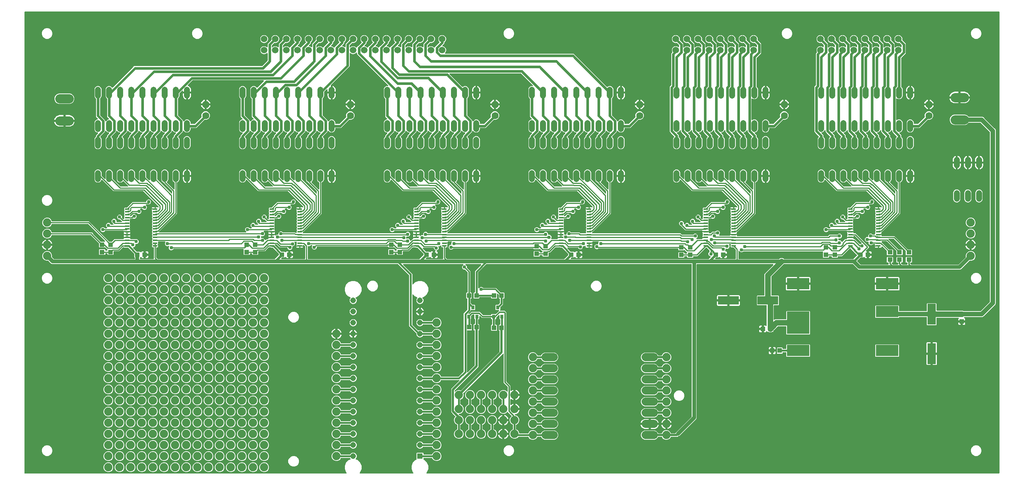
<source format=gbr>
G04 EAGLE Gerber RS-274X export*
G75*
%MOMM*%
%FSLAX34Y34*%
%LPD*%
%AMOC8*
5,1,8,0,0,1.08239X$1,22.5*%
G01*
%ADD10C,1.320800*%
%ADD11R,1.000000X0.300000*%
%ADD12R,1.100000X1.000000*%
%ADD13P,1.732040X8X112.500000*%
%ADD14C,1.600200*%
%ADD15C,1.508000*%
%ADD16C,2.095500*%
%ADD17C,1.879600*%
%ADD18C,1.828800*%
%ADD19R,0.800000X0.900000*%
%ADD20R,1.000000X1.100000*%
%ADD21R,5.080000X2.540000*%
%ADD22R,5.080000X5.080000*%
%ADD23R,4.700000X1.900000*%
%ADD24R,1.308000X1.308000*%
%ADD25C,1.308000*%
%ADD26R,1.900000X4.700000*%
%ADD27C,0.787400*%
%ADD28C,0.406400*%
%ADD29C,0.254000*%
%ADD30C,0.812800*%
%ADD31C,0.609600*%
%ADD32C,0.304800*%
%ADD33C,1.016000*%
%ADD34C,0.508000*%
%ADD35C,1.270000*%

G36*
X898501Y11448D02*
X898501Y11448D01*
X898640Y11461D01*
X898659Y11468D01*
X898679Y11471D01*
X898808Y11522D01*
X898939Y11569D01*
X898956Y11580D01*
X898974Y11588D01*
X899087Y11669D01*
X899202Y11747D01*
X899215Y11763D01*
X899232Y11774D01*
X899321Y11882D01*
X899412Y11986D01*
X899422Y12004D01*
X899435Y12019D01*
X899494Y12145D01*
X899557Y12269D01*
X899562Y12289D01*
X899570Y12307D01*
X899596Y12443D01*
X899627Y12579D01*
X899626Y12600D01*
X899630Y12619D01*
X899621Y12758D01*
X899617Y12897D01*
X899611Y12917D01*
X899610Y12937D01*
X899567Y13069D01*
X899529Y13203D01*
X899518Y13220D01*
X899512Y13239D01*
X899438Y13357D01*
X899367Y13477D01*
X899348Y13498D01*
X899342Y13508D01*
X899327Y13522D01*
X899261Y13597D01*
X898250Y14609D01*
X895349Y21611D01*
X895349Y29189D01*
X898250Y36191D01*
X903609Y41550D01*
X905552Y42355D01*
X905577Y42370D01*
X905605Y42379D01*
X905715Y42448D01*
X905828Y42513D01*
X905849Y42533D01*
X905874Y42549D01*
X905963Y42644D01*
X906056Y42734D01*
X906072Y42759D01*
X906092Y42781D01*
X906155Y42895D01*
X906223Y43005D01*
X906231Y43033D01*
X906246Y43059D01*
X906278Y43185D01*
X906316Y43309D01*
X906318Y43339D01*
X906325Y43367D01*
X906335Y43528D01*
X906335Y57972D01*
X907228Y58865D01*
X921572Y58865D01*
X922465Y57972D01*
X922465Y55626D01*
X922480Y55508D01*
X922487Y55389D01*
X922500Y55351D01*
X922505Y55310D01*
X922548Y55200D01*
X922585Y55087D01*
X922607Y55052D01*
X922622Y55015D01*
X922691Y54919D01*
X922755Y54818D01*
X922785Y54790D01*
X922808Y54757D01*
X922900Y54681D01*
X922987Y54600D01*
X923022Y54580D01*
X923053Y54555D01*
X923161Y54504D01*
X923265Y54446D01*
X923305Y54436D01*
X923341Y54419D01*
X923458Y54397D01*
X923573Y54367D01*
X923633Y54363D01*
X923653Y54359D01*
X923674Y54361D01*
X923734Y54357D01*
X941302Y54357D01*
X941332Y54360D01*
X941361Y54358D01*
X941489Y54380D01*
X941618Y54397D01*
X941645Y54407D01*
X941675Y54412D01*
X941793Y54466D01*
X941914Y54514D01*
X941938Y54531D01*
X941965Y54543D01*
X942066Y54624D01*
X942171Y54700D01*
X942190Y54723D01*
X942213Y54742D01*
X942291Y54845D01*
X942374Y54945D01*
X942386Y54972D01*
X942404Y54996D01*
X942475Y55140D01*
X943240Y56987D01*
X946313Y60060D01*
X950327Y61723D01*
X954673Y61723D01*
X958687Y60060D01*
X961760Y56987D01*
X963423Y52973D01*
X963423Y48627D01*
X961760Y44613D01*
X958687Y41540D01*
X954673Y39877D01*
X950327Y39877D01*
X946313Y41540D01*
X943240Y44613D01*
X942475Y46460D01*
X942460Y46485D01*
X942451Y46513D01*
X942382Y46623D01*
X942318Y46736D01*
X942297Y46757D01*
X942281Y46782D01*
X942187Y46871D01*
X942096Y46964D01*
X942071Y46980D01*
X942050Y47000D01*
X941936Y47063D01*
X941825Y47131D01*
X941797Y47139D01*
X941771Y47154D01*
X941645Y47186D01*
X941521Y47224D01*
X941492Y47226D01*
X941463Y47233D01*
X941302Y47243D01*
X923734Y47243D01*
X923616Y47228D01*
X923497Y47221D01*
X923459Y47208D01*
X923418Y47203D01*
X923308Y47160D01*
X923195Y47123D01*
X923160Y47101D01*
X923123Y47086D01*
X923027Y47017D01*
X922926Y46953D01*
X922898Y46923D01*
X922865Y46900D01*
X922789Y46808D01*
X922708Y46721D01*
X922688Y46686D01*
X922663Y46655D01*
X922612Y46547D01*
X922554Y46443D01*
X922544Y46403D01*
X922527Y46367D01*
X922505Y46250D01*
X922475Y46135D01*
X922471Y46075D01*
X922467Y46055D01*
X922469Y46034D01*
X922465Y45974D01*
X922465Y43528D01*
X922468Y43499D01*
X922466Y43469D01*
X922488Y43341D01*
X922505Y43212D01*
X922515Y43185D01*
X922520Y43156D01*
X922574Y43037D01*
X922622Y42917D01*
X922639Y42893D01*
X922651Y42866D01*
X922732Y42764D01*
X922808Y42659D01*
X922831Y42641D01*
X922850Y42617D01*
X922953Y42539D01*
X923053Y42457D01*
X923080Y42444D01*
X923104Y42426D01*
X923248Y42355D01*
X925191Y41550D01*
X930550Y36191D01*
X933451Y29189D01*
X933451Y21611D01*
X930550Y14609D01*
X929539Y13597D01*
X929454Y13488D01*
X929365Y13381D01*
X929357Y13362D01*
X929344Y13346D01*
X929289Y13218D01*
X929230Y13093D01*
X929226Y13073D01*
X929218Y13054D01*
X929196Y12916D01*
X929170Y12780D01*
X929171Y12760D01*
X929168Y12740D01*
X929181Y12601D01*
X929190Y12463D01*
X929196Y12444D01*
X929198Y12424D01*
X929245Y12292D01*
X929288Y12161D01*
X929299Y12143D01*
X929306Y12124D01*
X929384Y12009D01*
X929458Y11892D01*
X929473Y11878D01*
X929484Y11861D01*
X929588Y11769D01*
X929690Y11674D01*
X929707Y11664D01*
X929723Y11651D01*
X929846Y11587D01*
X929968Y11520D01*
X929988Y11515D01*
X930006Y11506D01*
X930142Y11476D01*
X930276Y11441D01*
X930304Y11439D01*
X930316Y11436D01*
X930337Y11437D01*
X930437Y11431D01*
X2236270Y11431D01*
X2236388Y11446D01*
X2236507Y11453D01*
X2236545Y11466D01*
X2236586Y11471D01*
X2236696Y11514D01*
X2236809Y11551D01*
X2236844Y11573D01*
X2236881Y11588D01*
X2236977Y11657D01*
X2237078Y11721D01*
X2237106Y11751D01*
X2237139Y11774D01*
X2237215Y11866D01*
X2237296Y11953D01*
X2237316Y11988D01*
X2237341Y12019D01*
X2237392Y12127D01*
X2237450Y12231D01*
X2237460Y12271D01*
X2237477Y12307D01*
X2237499Y12424D01*
X2237529Y12539D01*
X2237533Y12599D01*
X2237537Y12619D01*
X2237535Y12640D01*
X2237539Y12700D01*
X2237539Y1064770D01*
X2237524Y1064888D01*
X2237517Y1065007D01*
X2237504Y1065045D01*
X2237499Y1065086D01*
X2237456Y1065196D01*
X2237419Y1065309D01*
X2237397Y1065344D01*
X2237382Y1065381D01*
X2237313Y1065477D01*
X2237249Y1065578D01*
X2237219Y1065606D01*
X2237196Y1065639D01*
X2237104Y1065715D01*
X2237017Y1065796D01*
X2236982Y1065816D01*
X2236951Y1065841D01*
X2236843Y1065892D01*
X2236739Y1065950D01*
X2236699Y1065960D01*
X2236663Y1065977D01*
X2236546Y1065999D01*
X2236431Y1066029D01*
X2236371Y1066033D01*
X2236351Y1066037D01*
X2236330Y1066035D01*
X2236270Y1066039D01*
X12700Y1066039D01*
X12582Y1066024D01*
X12463Y1066017D01*
X12425Y1066004D01*
X12384Y1065999D01*
X12274Y1065956D01*
X12161Y1065919D01*
X12126Y1065897D01*
X12089Y1065882D01*
X11993Y1065813D01*
X11892Y1065749D01*
X11864Y1065719D01*
X11831Y1065696D01*
X11756Y1065604D01*
X11674Y1065517D01*
X11654Y1065482D01*
X11629Y1065451D01*
X11578Y1065343D01*
X11520Y1065239D01*
X11510Y1065199D01*
X11493Y1065163D01*
X11471Y1065046D01*
X11441Y1064931D01*
X11437Y1064871D01*
X11433Y1064851D01*
X11435Y1064830D01*
X11431Y1064770D01*
X11431Y12700D01*
X11446Y12582D01*
X11453Y12463D01*
X11466Y12425D01*
X11471Y12384D01*
X11514Y12274D01*
X11551Y12161D01*
X11573Y12126D01*
X11588Y12089D01*
X11658Y11993D01*
X11721Y11892D01*
X11751Y11864D01*
X11774Y11831D01*
X11866Y11756D01*
X11953Y11674D01*
X11988Y11654D01*
X12019Y11629D01*
X12127Y11578D01*
X12231Y11520D01*
X12271Y11510D01*
X12307Y11493D01*
X12424Y11471D01*
X12539Y11441D01*
X12600Y11437D01*
X12620Y11433D01*
X12640Y11435D01*
X12700Y11431D01*
X745963Y11431D01*
X746101Y11448D01*
X746240Y11461D01*
X746259Y11468D01*
X746279Y11471D01*
X746408Y11522D01*
X746539Y11569D01*
X746556Y11580D01*
X746574Y11588D01*
X746687Y11669D01*
X746802Y11747D01*
X746815Y11763D01*
X746832Y11774D01*
X746921Y11882D01*
X747012Y11986D01*
X747022Y12004D01*
X747035Y12019D01*
X747094Y12145D01*
X747157Y12269D01*
X747162Y12289D01*
X747170Y12307D01*
X747196Y12443D01*
X747227Y12579D01*
X747226Y12600D01*
X747230Y12619D01*
X747221Y12758D01*
X747217Y12897D01*
X747211Y12917D01*
X747210Y12937D01*
X747167Y13069D01*
X747129Y13203D01*
X747118Y13220D01*
X747112Y13239D01*
X747038Y13357D01*
X746967Y13477D01*
X746948Y13498D01*
X746942Y13508D01*
X746927Y13522D01*
X746861Y13597D01*
X745850Y14609D01*
X742949Y21611D01*
X742949Y29189D01*
X745850Y36191D01*
X751209Y41550D01*
X755560Y43353D01*
X755603Y43377D01*
X755650Y43394D01*
X755741Y43456D01*
X755836Y43510D01*
X755872Y43545D01*
X755913Y43573D01*
X755986Y43655D01*
X756065Y43732D01*
X756091Y43774D01*
X756124Y43811D01*
X756173Y43909D01*
X756231Y44003D01*
X756246Y44050D01*
X756268Y44095D01*
X756292Y44202D01*
X756325Y44307D01*
X756327Y44356D01*
X756338Y44405D01*
X756334Y44515D01*
X756340Y44624D01*
X756330Y44673D01*
X756328Y44723D01*
X756298Y44828D01*
X756275Y44936D01*
X756254Y44981D01*
X756240Y45028D01*
X756184Y45123D01*
X756136Y45222D01*
X756103Y45259D01*
X756078Y45302D01*
X755972Y45423D01*
X755163Y46232D01*
X755069Y46460D01*
X755054Y46485D01*
X755045Y46513D01*
X754975Y46623D01*
X754911Y46736D01*
X754891Y46757D01*
X754875Y46782D01*
X754780Y46871D01*
X754690Y46964D01*
X754665Y46980D01*
X754643Y47000D01*
X754530Y47063D01*
X754419Y47131D01*
X754390Y47139D01*
X754365Y47154D01*
X754239Y47186D01*
X754115Y47224D01*
X754085Y47226D01*
X754057Y47233D01*
X753896Y47243D01*
X735098Y47243D01*
X735068Y47240D01*
X735039Y47242D01*
X734911Y47220D01*
X734782Y47203D01*
X734755Y47193D01*
X734725Y47188D01*
X734607Y47134D01*
X734486Y47086D01*
X734462Y47069D01*
X734435Y47057D01*
X734334Y46976D01*
X734229Y46900D01*
X734210Y46877D01*
X734187Y46858D01*
X734109Y46755D01*
X734026Y46655D01*
X734014Y46628D01*
X733996Y46604D01*
X733925Y46460D01*
X733160Y44613D01*
X730087Y41540D01*
X726073Y39877D01*
X721727Y39877D01*
X717713Y41540D01*
X714640Y44613D01*
X712977Y48627D01*
X712977Y52973D01*
X714640Y56987D01*
X717713Y60060D01*
X721727Y61723D01*
X726073Y61723D01*
X730087Y60060D01*
X733160Y56987D01*
X733925Y55140D01*
X733940Y55115D01*
X733949Y55087D01*
X734018Y54977D01*
X734082Y54864D01*
X734103Y54843D01*
X734119Y54818D01*
X734213Y54729D01*
X734304Y54636D01*
X734329Y54620D01*
X734350Y54600D01*
X734464Y54537D01*
X734575Y54469D01*
X734603Y54461D01*
X734629Y54446D01*
X734755Y54414D01*
X734879Y54376D01*
X734908Y54374D01*
X734937Y54367D01*
X735098Y54357D01*
X753896Y54357D01*
X753925Y54360D01*
X753955Y54358D01*
X754082Y54380D01*
X754211Y54397D01*
X754239Y54407D01*
X754268Y54413D01*
X754386Y54466D01*
X754507Y54514D01*
X754531Y54531D01*
X754558Y54543D01*
X754660Y54624D01*
X754765Y54700D01*
X754783Y54723D01*
X754806Y54742D01*
X754884Y54845D01*
X754967Y54945D01*
X754980Y54972D01*
X754998Y54996D01*
X755069Y55140D01*
X755163Y55368D01*
X757432Y57637D01*
X760396Y58865D01*
X763604Y58865D01*
X766568Y57637D01*
X768837Y55368D01*
X770065Y52404D01*
X770065Y49196D01*
X768837Y46232D01*
X768028Y45423D01*
X767998Y45384D01*
X767961Y45350D01*
X767900Y45258D01*
X767833Y45172D01*
X767814Y45126D01*
X767786Y45085D01*
X767751Y44981D01*
X767707Y44880D01*
X767699Y44831D01*
X767683Y44784D01*
X767674Y44674D01*
X767657Y44566D01*
X767662Y44516D01*
X767658Y44467D01*
X767677Y44358D01*
X767687Y44249D01*
X767704Y44202D01*
X767712Y44153D01*
X767757Y44053D01*
X767794Y43950D01*
X767822Y43909D01*
X767843Y43863D01*
X767911Y43778D01*
X767973Y43687D01*
X768010Y43654D01*
X768041Y43615D01*
X768129Y43549D01*
X768211Y43476D01*
X768256Y43454D01*
X768295Y43424D01*
X768440Y43353D01*
X772791Y41550D01*
X778150Y36191D01*
X781051Y29189D01*
X781051Y21611D01*
X778150Y14609D01*
X777139Y13597D01*
X777054Y13488D01*
X776965Y13381D01*
X776957Y13362D01*
X776944Y13346D01*
X776889Y13218D01*
X776830Y13093D01*
X776826Y13073D01*
X776818Y13054D01*
X776796Y12916D01*
X776770Y12780D01*
X776771Y12760D01*
X776768Y12740D01*
X776781Y12601D01*
X776790Y12463D01*
X776796Y12444D01*
X776798Y12424D01*
X776845Y12292D01*
X776888Y12161D01*
X776899Y12143D01*
X776906Y12124D01*
X776984Y12009D01*
X777058Y11892D01*
X777073Y11878D01*
X777084Y11861D01*
X777188Y11769D01*
X777290Y11674D01*
X777307Y11664D01*
X777323Y11651D01*
X777446Y11587D01*
X777568Y11520D01*
X777588Y11515D01*
X777606Y11506D01*
X777742Y11476D01*
X777876Y11441D01*
X777904Y11439D01*
X777916Y11436D01*
X777937Y11437D01*
X778037Y11431D01*
X898363Y11431D01*
X898501Y11448D01*
G37*
%LPC*%
G36*
X1170037Y88137D02*
X1170037Y88137D01*
X1166023Y89800D01*
X1162950Y92873D01*
X1162185Y94720D01*
X1162170Y94745D01*
X1162161Y94773D01*
X1162092Y94883D01*
X1162028Y94996D01*
X1162007Y95017D01*
X1161991Y95042D01*
X1161897Y95131D01*
X1161806Y95224D01*
X1161781Y95240D01*
X1161760Y95260D01*
X1161646Y95323D01*
X1161535Y95391D01*
X1161507Y95399D01*
X1161481Y95414D01*
X1161355Y95446D01*
X1161231Y95484D01*
X1161202Y95486D01*
X1161173Y95493D01*
X1161012Y95503D01*
X1140176Y95503D01*
X1140078Y95491D01*
X1139979Y95488D01*
X1139921Y95471D01*
X1139861Y95463D01*
X1139768Y95427D01*
X1139673Y95399D01*
X1139621Y95369D01*
X1139565Y95346D01*
X1139485Y95288D01*
X1139399Y95238D01*
X1139324Y95172D01*
X1139308Y95160D01*
X1139300Y95150D01*
X1139279Y95132D01*
X1136487Y92340D01*
X1132473Y90677D01*
X1128127Y90677D01*
X1124113Y92340D01*
X1121040Y95413D01*
X1119377Y99427D01*
X1119377Y103773D01*
X1121040Y107787D01*
X1124113Y110860D01*
X1125960Y111625D01*
X1125985Y111640D01*
X1126013Y111649D01*
X1126123Y111718D01*
X1126236Y111782D01*
X1126257Y111803D01*
X1126282Y111819D01*
X1126371Y111913D01*
X1126464Y112004D01*
X1126480Y112029D01*
X1126500Y112050D01*
X1126563Y112164D01*
X1126631Y112275D01*
X1126639Y112303D01*
X1126654Y112329D01*
X1126686Y112455D01*
X1126724Y112579D01*
X1126726Y112608D01*
X1126733Y112637D01*
X1126743Y112798D01*
X1126743Y122152D01*
X1126740Y122182D01*
X1126742Y122211D01*
X1126720Y122339D01*
X1126703Y122468D01*
X1126693Y122495D01*
X1126688Y122525D01*
X1126634Y122643D01*
X1126586Y122764D01*
X1126569Y122788D01*
X1126557Y122815D01*
X1126476Y122916D01*
X1126400Y123021D01*
X1126377Y123040D01*
X1126358Y123063D01*
X1126255Y123141D01*
X1126155Y123224D01*
X1126128Y123236D01*
X1126104Y123254D01*
X1125960Y123325D01*
X1124113Y124090D01*
X1121040Y127163D01*
X1119377Y131177D01*
X1119377Y135523D01*
X1121040Y139537D01*
X1123423Y141920D01*
X1123496Y142014D01*
X1123574Y142103D01*
X1123593Y142139D01*
X1123617Y142171D01*
X1123665Y142280D01*
X1123719Y142386D01*
X1123728Y142426D01*
X1123744Y142463D01*
X1123763Y142581D01*
X1123789Y142696D01*
X1123787Y142737D01*
X1123794Y142777D01*
X1123783Y142895D01*
X1123779Y143014D01*
X1123768Y143053D01*
X1123764Y143093D01*
X1123724Y143206D01*
X1123690Y143320D01*
X1123670Y143355D01*
X1123656Y143393D01*
X1123589Y143491D01*
X1123529Y143594D01*
X1123489Y143639D01*
X1123478Y143656D01*
X1123462Y143669D01*
X1123423Y143715D01*
X1116963Y150174D01*
X1115265Y151873D01*
X1115170Y151946D01*
X1115081Y152024D01*
X1115045Y152043D01*
X1115013Y152067D01*
X1114904Y152115D01*
X1114798Y152169D01*
X1114759Y152178D01*
X1114721Y152194D01*
X1114604Y152213D01*
X1114488Y152239D01*
X1114447Y152237D01*
X1114407Y152244D01*
X1114289Y152233D01*
X1114170Y152229D01*
X1114131Y152218D01*
X1114091Y152214D01*
X1113979Y152174D01*
X1113864Y152140D01*
X1113830Y152120D01*
X1113791Y152106D01*
X1113693Y152039D01*
X1113590Y151979D01*
X1113545Y151939D01*
X1113528Y151928D01*
X1113515Y151912D01*
X1113470Y151873D01*
X1111087Y149490D01*
X1107073Y147827D01*
X1102727Y147827D01*
X1098713Y149490D01*
X1095640Y152563D01*
X1093977Y156577D01*
X1093977Y160923D01*
X1095640Y164937D01*
X1098713Y168010D01*
X1100560Y168775D01*
X1100585Y168790D01*
X1100613Y168799D01*
X1100723Y168868D01*
X1100836Y168932D01*
X1100857Y168953D01*
X1100882Y168969D01*
X1100971Y169063D01*
X1101064Y169154D01*
X1101080Y169179D01*
X1101100Y169200D01*
X1101163Y169314D01*
X1101231Y169425D01*
X1101239Y169453D01*
X1101254Y169479D01*
X1101286Y169605D01*
X1101324Y169729D01*
X1101326Y169758D01*
X1101333Y169787D01*
X1101343Y169948D01*
X1101343Y179302D01*
X1101340Y179332D01*
X1101342Y179361D01*
X1101320Y179489D01*
X1101303Y179618D01*
X1101293Y179645D01*
X1101288Y179675D01*
X1101234Y179793D01*
X1101186Y179914D01*
X1101169Y179938D01*
X1101157Y179965D01*
X1101076Y180066D01*
X1101000Y180171D01*
X1100977Y180190D01*
X1100958Y180213D01*
X1100855Y180291D01*
X1100755Y180374D01*
X1100728Y180386D01*
X1100704Y180404D01*
X1100560Y180475D01*
X1098713Y181240D01*
X1095640Y184313D01*
X1093977Y188327D01*
X1093977Y192673D01*
X1095640Y196687D01*
X1098713Y199760D01*
X1102727Y201423D01*
X1107073Y201423D01*
X1111087Y199760D01*
X1112639Y198209D01*
X1112748Y198123D01*
X1112855Y198035D01*
X1112874Y198026D01*
X1112890Y198014D01*
X1113018Y197958D01*
X1113143Y197899D01*
X1113163Y197895D01*
X1113182Y197887D01*
X1113320Y197865D01*
X1113456Y197839D01*
X1113476Y197841D01*
X1113496Y197837D01*
X1113635Y197850D01*
X1113773Y197859D01*
X1113792Y197865D01*
X1113812Y197867D01*
X1113944Y197914D01*
X1114075Y197957D01*
X1114093Y197968D01*
X1114112Y197975D01*
X1114227Y198053D01*
X1114344Y198127D01*
X1114358Y198142D01*
X1114375Y198153D01*
X1114467Y198258D01*
X1114562Y198359D01*
X1114572Y198377D01*
X1114585Y198392D01*
X1114649Y198516D01*
X1114716Y198637D01*
X1114721Y198657D01*
X1114730Y198675D01*
X1114760Y198811D01*
X1114795Y198945D01*
X1114797Y198973D01*
X1114800Y198985D01*
X1114799Y199006D01*
X1114805Y199106D01*
X1114805Y208777D01*
X1114793Y208876D01*
X1114790Y208975D01*
X1114773Y209033D01*
X1114765Y209093D01*
X1114729Y209185D01*
X1114701Y209280D01*
X1114671Y209332D01*
X1114648Y209389D01*
X1114590Y209469D01*
X1114540Y209554D01*
X1114474Y209629D01*
X1114462Y209646D01*
X1114452Y209654D01*
X1114434Y209675D01*
X1105699Y218409D01*
X1105699Y284087D01*
X1105682Y284225D01*
X1105669Y284363D01*
X1105662Y284382D01*
X1105659Y284402D01*
X1105608Y284531D01*
X1105561Y284662D01*
X1105550Y284679D01*
X1105542Y284698D01*
X1105461Y284810D01*
X1105383Y284925D01*
X1105367Y284939D01*
X1105356Y284955D01*
X1105248Y285044D01*
X1105144Y285136D01*
X1105126Y285145D01*
X1105111Y285158D01*
X1104985Y285217D01*
X1104861Y285280D01*
X1104841Y285285D01*
X1104823Y285294D01*
X1104686Y285320D01*
X1104551Y285350D01*
X1104530Y285350D01*
X1104511Y285353D01*
X1104372Y285345D01*
X1104233Y285340D01*
X1104213Y285335D01*
X1104193Y285334D01*
X1104061Y285291D01*
X1103927Y285252D01*
X1103910Y285242D01*
X1103891Y285236D01*
X1103773Y285161D01*
X1103653Y285091D01*
X1103632Y285072D01*
X1103622Y285065D01*
X1103608Y285050D01*
X1103533Y284984D01*
X1102012Y283464D01*
X1013943Y195395D01*
X1013925Y195371D01*
X1013903Y195352D01*
X1013828Y195246D01*
X1013748Y195144D01*
X1013737Y195116D01*
X1013720Y195092D01*
X1013674Y194971D01*
X1013622Y194852D01*
X1013617Y194823D01*
X1013607Y194795D01*
X1013592Y194666D01*
X1013572Y194538D01*
X1013575Y194508D01*
X1013572Y194479D01*
X1013590Y194350D01*
X1013602Y194221D01*
X1013612Y194193D01*
X1013616Y194164D01*
X1013668Y194012D01*
X1014223Y192673D01*
X1014223Y188327D01*
X1012560Y184313D01*
X1009487Y181240D01*
X1007640Y180475D01*
X1007615Y180460D01*
X1007587Y180451D01*
X1007477Y180382D01*
X1007364Y180318D01*
X1007343Y180297D01*
X1007318Y180281D01*
X1007229Y180187D01*
X1007136Y180096D01*
X1007120Y180071D01*
X1007100Y180050D01*
X1007037Y179936D01*
X1006969Y179825D01*
X1006961Y179797D01*
X1006946Y179771D01*
X1006914Y179645D01*
X1006876Y179521D01*
X1006874Y179492D01*
X1006867Y179463D01*
X1006857Y179302D01*
X1006857Y169948D01*
X1006860Y169918D01*
X1006858Y169889D01*
X1006880Y169761D01*
X1006897Y169632D01*
X1006907Y169605D01*
X1006912Y169575D01*
X1006966Y169457D01*
X1007014Y169336D01*
X1007031Y169312D01*
X1007043Y169285D01*
X1007124Y169184D01*
X1007200Y169079D01*
X1007223Y169060D01*
X1007242Y169037D01*
X1007345Y168959D01*
X1007445Y168876D01*
X1007472Y168864D01*
X1007496Y168846D01*
X1007640Y168775D01*
X1009487Y168010D01*
X1012560Y164937D01*
X1014223Y160923D01*
X1014223Y156577D01*
X1012560Y152563D01*
X1009487Y149490D01*
X1005473Y147827D01*
X1003997Y147827D01*
X1003859Y147810D01*
X1003721Y147797D01*
X1003702Y147790D01*
X1003682Y147787D01*
X1003553Y147736D01*
X1003422Y147689D01*
X1003405Y147678D01*
X1003386Y147670D01*
X1003274Y147589D01*
X1003158Y147511D01*
X1003145Y147495D01*
X1003129Y147484D01*
X1003040Y147376D01*
X1002948Y147272D01*
X1002939Y147254D01*
X1002926Y147239D01*
X1002867Y147113D01*
X1002803Y146989D01*
X1002799Y146969D01*
X1002790Y146951D01*
X1002764Y146814D01*
X1002734Y146679D01*
X1002734Y146658D01*
X1002730Y146639D01*
X1002739Y146500D01*
X1002743Y146361D01*
X1002749Y146341D01*
X1002750Y146321D01*
X1002793Y146189D01*
X1002832Y146055D01*
X1002842Y146038D01*
X1002848Y146019D01*
X1002923Y145901D01*
X1002993Y145781D01*
X1003012Y145760D01*
X1003018Y145750D01*
X1003033Y145736D01*
X1003100Y145661D01*
X1004116Y144644D01*
X1004194Y144584D01*
X1004266Y144516D01*
X1004319Y144487D01*
X1004367Y144450D01*
X1004458Y144410D01*
X1004545Y144362D01*
X1004603Y144347D01*
X1004659Y144323D01*
X1004757Y144308D01*
X1004853Y144283D01*
X1004953Y144277D01*
X1004973Y144273D01*
X1004985Y144275D01*
X1005013Y144273D01*
X1005473Y144273D01*
X1009487Y142610D01*
X1012560Y139537D01*
X1014223Y135523D01*
X1014223Y131177D01*
X1012560Y127163D01*
X1009487Y124090D01*
X1007640Y123325D01*
X1007615Y123310D01*
X1007587Y123301D01*
X1007477Y123232D01*
X1007364Y123168D01*
X1007343Y123147D01*
X1007318Y123131D01*
X1007229Y123037D01*
X1007136Y122946D01*
X1007120Y122921D01*
X1007100Y122900D01*
X1007037Y122786D01*
X1006969Y122675D01*
X1006961Y122647D01*
X1006946Y122621D01*
X1006914Y122495D01*
X1006876Y122371D01*
X1006874Y122342D01*
X1006867Y122313D01*
X1006857Y122152D01*
X1006857Y112798D01*
X1006860Y112768D01*
X1006858Y112739D01*
X1006880Y112611D01*
X1006897Y112482D01*
X1006907Y112455D01*
X1006912Y112425D01*
X1006966Y112307D01*
X1007014Y112186D01*
X1007031Y112162D01*
X1007043Y112135D01*
X1007124Y112034D01*
X1007200Y111929D01*
X1007223Y111910D01*
X1007242Y111887D01*
X1007345Y111809D01*
X1007445Y111726D01*
X1007472Y111714D01*
X1007496Y111696D01*
X1007640Y111625D01*
X1009487Y110860D01*
X1012560Y107787D01*
X1014223Y103773D01*
X1014223Y99427D01*
X1012560Y95413D01*
X1009487Y92340D01*
X1005473Y90677D01*
X1001127Y90677D01*
X997113Y92340D01*
X994040Y95413D01*
X992377Y99427D01*
X992377Y103773D01*
X994040Y107787D01*
X997113Y110860D01*
X998960Y111625D01*
X998985Y111640D01*
X999013Y111649D01*
X999123Y111718D01*
X999236Y111782D01*
X999257Y111803D01*
X999282Y111819D01*
X999371Y111913D01*
X999464Y112004D01*
X999480Y112029D01*
X999500Y112050D01*
X999563Y112164D01*
X999631Y112275D01*
X999639Y112303D01*
X999654Y112329D01*
X999686Y112455D01*
X999724Y112579D01*
X999726Y112608D01*
X999733Y112637D01*
X999743Y112798D01*
X999743Y122152D01*
X999740Y122182D01*
X999742Y122211D01*
X999720Y122339D01*
X999703Y122468D01*
X999693Y122495D01*
X999688Y122525D01*
X999634Y122643D01*
X999586Y122764D01*
X999569Y122788D01*
X999557Y122815D01*
X999476Y122916D01*
X999400Y123021D01*
X999377Y123040D01*
X999358Y123063D01*
X999255Y123141D01*
X999155Y123224D01*
X999128Y123236D01*
X999104Y123254D01*
X998960Y123325D01*
X997113Y124090D01*
X994040Y127163D01*
X992377Y131177D01*
X992377Y135523D01*
X994040Y139537D01*
X994986Y140483D01*
X995059Y140577D01*
X995137Y140666D01*
X995156Y140702D01*
X995181Y140734D01*
X995228Y140843D01*
X995282Y140949D01*
X995291Y140989D01*
X995307Y141026D01*
X995326Y141144D01*
X995352Y141260D01*
X995350Y141300D01*
X995357Y141340D01*
X995346Y141459D01*
X995342Y141577D01*
X995331Y141616D01*
X995327Y141657D01*
X995287Y141769D01*
X995254Y141883D01*
X995233Y141918D01*
X995219Y141956D01*
X995152Y142055D01*
X995092Y142157D01*
X995052Y142202D01*
X995041Y142219D01*
X995026Y142232D01*
X994986Y142278D01*
X988526Y148737D01*
X985773Y151490D01*
X985773Y204512D01*
X1004138Y222877D01*
X1004223Y222986D01*
X1004312Y223093D01*
X1004321Y223112D01*
X1004333Y223128D01*
X1004389Y223256D01*
X1004448Y223381D01*
X1004451Y223401D01*
X1004459Y223420D01*
X1004481Y223558D01*
X1004507Y223694D01*
X1004506Y223714D01*
X1004509Y223734D01*
X1004496Y223873D01*
X1004488Y224011D01*
X1004481Y224030D01*
X1004479Y224050D01*
X1004432Y224182D01*
X1004390Y224313D01*
X1004379Y224331D01*
X1004372Y224350D01*
X1004294Y224465D01*
X1004219Y224582D01*
X1004205Y224596D01*
X1004193Y224613D01*
X1004089Y224705D01*
X1003988Y224800D01*
X1003970Y224810D01*
X1003955Y224823D01*
X1003831Y224886D01*
X1003709Y224954D01*
X1003690Y224959D01*
X1003672Y224968D01*
X1003536Y224998D01*
X1003401Y225033D01*
X1003373Y225035D01*
X1003361Y225038D01*
X1003341Y225037D01*
X1003241Y225043D01*
X963698Y225043D01*
X963668Y225040D01*
X963639Y225042D01*
X963511Y225020D01*
X963382Y225003D01*
X963355Y224993D01*
X963325Y224988D01*
X963207Y224934D01*
X963086Y224886D01*
X963062Y224869D01*
X963035Y224857D01*
X962934Y224776D01*
X962829Y224700D01*
X962810Y224677D01*
X962787Y224658D01*
X962709Y224555D01*
X962626Y224455D01*
X962614Y224428D01*
X962596Y224404D01*
X962525Y224260D01*
X961760Y222413D01*
X958687Y219340D01*
X954673Y217677D01*
X950327Y217677D01*
X946313Y219340D01*
X943240Y222413D01*
X942475Y224260D01*
X942460Y224285D01*
X942451Y224313D01*
X942382Y224423D01*
X942318Y224536D01*
X942297Y224557D01*
X942281Y224582D01*
X942187Y224671D01*
X942096Y224764D01*
X942071Y224780D01*
X942050Y224800D01*
X941936Y224863D01*
X941825Y224931D01*
X941797Y224939D01*
X941771Y224954D01*
X941645Y224986D01*
X941521Y225024D01*
X941492Y225026D01*
X941463Y225033D01*
X941302Y225043D01*
X922504Y225043D01*
X922475Y225040D01*
X922445Y225042D01*
X922318Y225020D01*
X922189Y225003D01*
X922161Y224993D01*
X922132Y224987D01*
X922014Y224934D01*
X921893Y224886D01*
X921869Y224869D01*
X921842Y224857D01*
X921740Y224776D01*
X921635Y224700D01*
X921617Y224677D01*
X921594Y224658D01*
X921516Y224555D01*
X921433Y224455D01*
X921420Y224428D01*
X921402Y224404D01*
X921331Y224260D01*
X921237Y224032D01*
X918968Y221763D01*
X916004Y220535D01*
X912796Y220535D01*
X909832Y221763D01*
X907563Y224032D01*
X906335Y226996D01*
X906335Y230204D01*
X907563Y233168D01*
X909832Y235437D01*
X912796Y236665D01*
X916004Y236665D01*
X918968Y235437D01*
X921237Y233168D01*
X921331Y232940D01*
X921346Y232915D01*
X921355Y232887D01*
X921425Y232777D01*
X921489Y232664D01*
X921509Y232643D01*
X921525Y232618D01*
X921620Y232529D01*
X921710Y232436D01*
X921735Y232420D01*
X921757Y232400D01*
X921870Y232337D01*
X921981Y232269D01*
X922010Y232261D01*
X922035Y232246D01*
X922161Y232214D01*
X922285Y232176D01*
X922315Y232174D01*
X922343Y232167D01*
X922504Y232157D01*
X941302Y232157D01*
X941332Y232160D01*
X941361Y232158D01*
X941489Y232180D01*
X941618Y232197D01*
X941645Y232207D01*
X941675Y232212D01*
X941793Y232266D01*
X941914Y232314D01*
X941938Y232331D01*
X941965Y232343D01*
X942066Y232424D01*
X942171Y232500D01*
X942190Y232523D01*
X942213Y232542D01*
X942291Y232645D01*
X942374Y232745D01*
X942386Y232772D01*
X942404Y232796D01*
X942475Y232940D01*
X943240Y234787D01*
X946313Y237860D01*
X950327Y239523D01*
X954673Y239523D01*
X958687Y237860D01*
X961760Y234787D01*
X962525Y232940D01*
X962540Y232915D01*
X962549Y232887D01*
X962618Y232777D01*
X962682Y232664D01*
X962703Y232643D01*
X962719Y232618D01*
X962813Y232529D01*
X962904Y232436D01*
X962929Y232420D01*
X962950Y232400D01*
X963064Y232337D01*
X963175Y232269D01*
X963203Y232261D01*
X963229Y232246D01*
X963355Y232214D01*
X963479Y232176D01*
X963508Y232174D01*
X963537Y232167D01*
X963698Y232157D01*
X1001301Y232157D01*
X1001399Y232169D01*
X1001498Y232172D01*
X1001556Y232189D01*
X1001617Y232197D01*
X1001709Y232233D01*
X1001804Y232261D01*
X1001856Y232291D01*
X1001912Y232314D01*
X1001992Y232372D01*
X1002078Y232422D01*
X1002153Y232488D01*
X1002170Y232500D01*
X1002177Y232510D01*
X1002199Y232528D01*
X1014066Y244395D01*
X1014126Y244474D01*
X1014194Y244546D01*
X1014223Y244599D01*
X1014260Y244647D01*
X1014300Y244738D01*
X1014348Y244824D01*
X1014363Y244883D01*
X1014387Y244939D01*
X1014402Y245037D01*
X1014427Y245132D01*
X1014433Y245232D01*
X1014437Y245253D01*
X1014435Y245265D01*
X1014437Y245293D01*
X1014437Y377176D01*
X1022622Y385360D01*
X1022682Y385439D01*
X1022750Y385511D01*
X1022779Y385564D01*
X1022816Y385612D01*
X1022856Y385703D01*
X1022904Y385789D01*
X1022919Y385848D01*
X1022943Y385904D01*
X1022958Y386002D01*
X1022983Y386097D01*
X1022989Y386197D01*
X1022993Y386218D01*
X1022991Y386230D01*
X1022993Y386258D01*
X1022993Y409536D01*
X1022978Y409654D01*
X1022971Y409773D01*
X1022958Y409811D01*
X1022953Y409852D01*
X1022910Y409962D01*
X1022873Y410075D01*
X1022851Y410110D01*
X1022836Y410147D01*
X1022767Y410243D01*
X1022703Y410344D01*
X1022673Y410372D01*
X1022650Y410405D01*
X1022558Y410481D01*
X1022471Y410562D01*
X1022436Y410582D01*
X1022405Y410607D01*
X1022297Y410658D01*
X1022193Y410716D01*
X1022153Y410726D01*
X1022117Y410743D01*
X1022000Y410765D01*
X1021885Y410795D01*
X1021825Y410799D01*
X1021805Y410803D01*
X1021784Y410801D01*
X1021724Y410805D01*
X1020918Y410805D01*
X1020025Y411698D01*
X1020025Y423962D01*
X1020918Y424855D01*
X1022232Y424855D01*
X1022350Y424870D01*
X1022469Y424877D01*
X1022507Y424890D01*
X1022548Y424895D01*
X1022658Y424938D01*
X1022771Y424975D01*
X1022806Y424997D01*
X1022843Y425012D01*
X1022939Y425081D01*
X1023040Y425145D01*
X1023068Y425175D01*
X1023101Y425198D01*
X1023177Y425290D01*
X1023258Y425377D01*
X1023278Y425412D01*
X1023303Y425443D01*
X1023354Y425551D01*
X1023412Y425655D01*
X1023422Y425695D01*
X1023439Y425731D01*
X1023461Y425848D01*
X1023491Y425963D01*
X1023495Y426023D01*
X1023499Y426043D01*
X1023497Y426064D01*
X1023501Y426124D01*
X1023501Y470261D01*
X1023489Y470360D01*
X1023486Y470459D01*
X1023469Y470517D01*
X1023461Y470577D01*
X1023425Y470669D01*
X1023397Y470764D01*
X1023367Y470816D01*
X1023344Y470873D01*
X1023286Y470953D01*
X1023236Y471038D01*
X1023170Y471113D01*
X1023158Y471130D01*
X1023148Y471138D01*
X1023130Y471159D01*
X1017522Y476767D01*
X1017444Y476827D01*
X1017372Y476895D01*
X1017319Y476924D01*
X1017271Y476961D01*
X1017180Y477001D01*
X1017093Y477049D01*
X1017034Y477064D01*
X1016979Y477088D01*
X1016881Y477103D01*
X1016785Y477128D01*
X1016685Y477134D01*
X1016665Y477138D01*
X1016652Y477136D01*
X1016624Y477138D01*
X1014914Y477138D01*
X1012906Y477970D01*
X1011370Y479506D01*
X1010538Y481514D01*
X1010538Y483686D01*
X1011370Y485694D01*
X1012906Y487230D01*
X1013001Y487269D01*
X1013061Y487304D01*
X1013126Y487330D01*
X1013199Y487382D01*
X1013277Y487427D01*
X1013327Y487475D01*
X1013384Y487516D01*
X1013441Y487586D01*
X1013505Y487648D01*
X1013542Y487708D01*
X1013586Y487761D01*
X1013625Y487843D01*
X1013672Y487919D01*
X1013692Y487986D01*
X1013722Y488049D01*
X1013739Y488137D01*
X1013765Y488223D01*
X1013769Y488293D01*
X1013782Y488362D01*
X1013776Y488451D01*
X1013780Y488541D01*
X1013766Y488609D01*
X1013762Y488679D01*
X1013734Y488764D01*
X1013716Y488852D01*
X1013685Y488915D01*
X1013664Y488981D01*
X1013616Y489057D01*
X1013576Y489138D01*
X1013531Y489191D01*
X1013494Y489250D01*
X1013428Y489312D01*
X1013370Y489380D01*
X1013313Y489420D01*
X1013262Y489468D01*
X1013184Y489511D01*
X1013110Y489563D01*
X1013045Y489588D01*
X1012984Y489622D01*
X1012897Y489644D01*
X1012813Y489676D01*
X1012743Y489684D01*
X1012676Y489701D01*
X1012515Y489711D01*
X877283Y489711D01*
X877145Y489694D01*
X877007Y489681D01*
X876987Y489674D01*
X876967Y489671D01*
X876838Y489620D01*
X876707Y489573D01*
X876690Y489562D01*
X876672Y489554D01*
X876560Y489473D01*
X876444Y489395D01*
X876431Y489379D01*
X876414Y489368D01*
X876326Y489260D01*
X876234Y489156D01*
X876224Y489138D01*
X876212Y489123D01*
X876152Y488997D01*
X876089Y488873D01*
X876085Y488853D01*
X876076Y488835D01*
X876050Y488699D01*
X876019Y488563D01*
X876020Y488542D01*
X876016Y488523D01*
X876025Y488384D01*
X876029Y488245D01*
X876035Y488225D01*
X876036Y488205D01*
X876079Y488073D01*
X876117Y487939D01*
X876128Y487922D01*
X876134Y487903D01*
X876208Y487785D01*
X876279Y487665D01*
X876298Y487644D01*
X876304Y487634D01*
X876319Y487620D01*
X876385Y487545D01*
X894419Y469510D01*
X896875Y467055D01*
X896875Y444281D01*
X896892Y444143D01*
X896905Y444004D01*
X896912Y443985D01*
X896915Y443965D01*
X896966Y443836D01*
X897013Y443705D01*
X897024Y443688D01*
X897032Y443670D01*
X897113Y443557D01*
X897191Y443442D01*
X897207Y443429D01*
X897218Y443412D01*
X897326Y443323D01*
X897430Y443232D01*
X897448Y443222D01*
X897463Y443209D01*
X897589Y443150D01*
X897713Y443087D01*
X897733Y443082D01*
X897751Y443074D01*
X897887Y443048D01*
X898023Y443017D01*
X898044Y443018D01*
X898063Y443014D01*
X898202Y443023D01*
X898341Y443027D01*
X898361Y443033D01*
X898381Y443034D01*
X898513Y443077D01*
X898647Y443115D01*
X898664Y443126D01*
X898683Y443132D01*
X898801Y443206D01*
X898921Y443277D01*
X898942Y443295D01*
X898952Y443302D01*
X898966Y443317D01*
X899041Y443383D01*
X903609Y447950D01*
X910611Y450851D01*
X918189Y450851D01*
X925191Y447950D01*
X930550Y442591D01*
X933451Y435589D01*
X933451Y428011D01*
X930550Y421009D01*
X925191Y415650D01*
X920840Y413847D01*
X920797Y413823D01*
X920750Y413806D01*
X920659Y413744D01*
X920564Y413690D01*
X920528Y413655D01*
X920487Y413627D01*
X920414Y413545D01*
X920335Y413468D01*
X920309Y413426D01*
X920276Y413389D01*
X920227Y413291D01*
X920169Y413197D01*
X920154Y413150D01*
X920132Y413106D01*
X920108Y412998D01*
X920075Y412893D01*
X920073Y412844D01*
X920062Y412795D01*
X920066Y412685D01*
X920060Y412576D01*
X920070Y412527D01*
X920072Y412477D01*
X920102Y412372D01*
X920125Y412264D01*
X920147Y412219D01*
X920160Y412172D01*
X920216Y412077D01*
X920264Y411978D01*
X920297Y411941D01*
X920322Y411898D01*
X920428Y411777D01*
X921237Y410968D01*
X922465Y408004D01*
X922465Y404796D01*
X921237Y401832D01*
X918968Y399563D01*
X916004Y398335D01*
X912796Y398335D01*
X909832Y399563D01*
X907563Y401832D01*
X906335Y404796D01*
X906335Y408004D01*
X907563Y410968D01*
X908372Y411777D01*
X908402Y411816D01*
X908439Y411850D01*
X908499Y411941D01*
X908567Y412028D01*
X908586Y412074D01*
X908614Y412115D01*
X908649Y412219D01*
X908693Y412320D01*
X908701Y412369D01*
X908717Y412416D01*
X908726Y412526D01*
X908743Y412634D01*
X908738Y412684D01*
X908742Y412733D01*
X908723Y412842D01*
X908713Y412951D01*
X908696Y412998D01*
X908688Y413047D01*
X908643Y413147D01*
X908605Y413250D01*
X908578Y413291D01*
X908557Y413337D01*
X908489Y413422D01*
X908427Y413513D01*
X908390Y413546D01*
X908359Y413585D01*
X908271Y413651D01*
X908188Y413724D01*
X908144Y413746D01*
X908105Y413776D01*
X907960Y413847D01*
X903609Y415650D01*
X899041Y420217D01*
X898932Y420302D01*
X898825Y420391D01*
X898806Y420399D01*
X898790Y420412D01*
X898662Y420467D01*
X898537Y420526D01*
X898517Y420530D01*
X898498Y420538D01*
X898360Y420560D01*
X898224Y420586D01*
X898204Y420585D01*
X898184Y420588D01*
X898045Y420575D01*
X897907Y420566D01*
X897888Y420560D01*
X897868Y420558D01*
X897736Y420511D01*
X897605Y420468D01*
X897587Y420457D01*
X897568Y420450D01*
X897453Y420372D01*
X897336Y420298D01*
X897322Y420283D01*
X897305Y420272D01*
X897213Y420168D01*
X897118Y420066D01*
X897108Y420049D01*
X897095Y420033D01*
X897031Y419909D01*
X896964Y419788D01*
X896959Y419768D01*
X896950Y419750D01*
X896920Y419614D01*
X896885Y419480D01*
X896883Y419452D01*
X896880Y419440D01*
X896881Y419419D01*
X896875Y419319D01*
X896875Y351703D01*
X896887Y351605D01*
X896890Y351506D01*
X896907Y351448D01*
X896915Y351388D01*
X896951Y351295D01*
X896979Y351200D01*
X897009Y351148D01*
X897032Y351092D01*
X897090Y351012D01*
X897140Y350926D01*
X897206Y350851D01*
X897218Y350834D01*
X897228Y350827D01*
X897246Y350806D01*
X910069Y337983D01*
X910092Y337965D01*
X910111Y337943D01*
X910173Y337900D01*
X910203Y337871D01*
X910239Y337851D01*
X910320Y337788D01*
X910347Y337777D01*
X910371Y337760D01*
X910480Y337718D01*
X910481Y337718D01*
X910483Y337717D01*
X910493Y337714D01*
X910612Y337662D01*
X910641Y337657D01*
X910669Y337647D01*
X910798Y337632D01*
X910926Y337612D01*
X910955Y337615D01*
X910985Y337612D01*
X911113Y337630D01*
X911243Y337642D01*
X911270Y337652D01*
X911300Y337656D01*
X911452Y337708D01*
X912796Y338265D01*
X916004Y338265D01*
X918968Y337037D01*
X921237Y334768D01*
X921331Y334540D01*
X921346Y334515D01*
X921355Y334487D01*
X921425Y334377D01*
X921489Y334264D01*
X921509Y334243D01*
X921525Y334218D01*
X921620Y334129D01*
X921710Y334036D01*
X921735Y334020D01*
X921757Y334000D01*
X921870Y333937D01*
X921981Y333869D01*
X922010Y333861D01*
X922035Y333846D01*
X922161Y333814D01*
X922285Y333776D01*
X922315Y333774D01*
X922343Y333767D01*
X922504Y333757D01*
X941302Y333757D01*
X941332Y333760D01*
X941361Y333758D01*
X941489Y333780D01*
X941618Y333797D01*
X941645Y333807D01*
X941675Y333812D01*
X941793Y333866D01*
X941914Y333914D01*
X941938Y333931D01*
X941965Y333943D01*
X942066Y334024D01*
X942171Y334100D01*
X942190Y334123D01*
X942213Y334142D01*
X942291Y334245D01*
X942374Y334345D01*
X942386Y334372D01*
X942404Y334396D01*
X942475Y334540D01*
X943240Y336387D01*
X946313Y339460D01*
X950327Y341123D01*
X954673Y341123D01*
X958687Y339460D01*
X961760Y336387D01*
X963423Y332373D01*
X963423Y328027D01*
X961760Y324013D01*
X958687Y320940D01*
X954673Y319277D01*
X950327Y319277D01*
X946313Y320940D01*
X943240Y324013D01*
X942475Y325860D01*
X942460Y325885D01*
X942451Y325913D01*
X942382Y326023D01*
X942318Y326136D01*
X942297Y326157D01*
X942281Y326182D01*
X942187Y326271D01*
X942096Y326364D01*
X942071Y326380D01*
X942050Y326400D01*
X941936Y326463D01*
X941825Y326531D01*
X941797Y326539D01*
X941771Y326554D01*
X941645Y326586D01*
X941521Y326624D01*
X941492Y326626D01*
X941463Y326633D01*
X941302Y326643D01*
X922504Y326643D01*
X922475Y326640D01*
X922445Y326642D01*
X922318Y326620D01*
X922189Y326603D01*
X922161Y326593D01*
X922132Y326587D01*
X922014Y326534D01*
X921893Y326486D01*
X921869Y326469D01*
X921842Y326457D01*
X921740Y326376D01*
X921635Y326300D01*
X921617Y326277D01*
X921594Y326258D01*
X921516Y326155D01*
X921433Y326055D01*
X921420Y326028D01*
X921402Y326004D01*
X921331Y325860D01*
X921237Y325632D01*
X918968Y323363D01*
X916004Y322135D01*
X912796Y322135D01*
X909832Y323363D01*
X907563Y325632D01*
X906335Y328596D01*
X906335Y331131D01*
X906323Y331229D01*
X906320Y331328D01*
X906303Y331387D01*
X906295Y331447D01*
X906259Y331539D01*
X906231Y331634D01*
X906201Y331686D01*
X906178Y331742D01*
X906120Y331822D01*
X906070Y331908D01*
X906004Y331983D01*
X905992Y332000D01*
X905982Y332007D01*
X905964Y332029D01*
X889761Y348231D01*
X889761Y463583D01*
X889749Y463681D01*
X889746Y463780D01*
X889729Y463838D01*
X889721Y463899D01*
X889685Y463991D01*
X889657Y464086D01*
X889627Y464138D01*
X889604Y464194D01*
X889546Y464274D01*
X889496Y464360D01*
X889430Y464435D01*
X889418Y464452D01*
X889408Y464459D01*
X889390Y464481D01*
X864531Y489340D01*
X864452Y489400D01*
X864380Y489468D01*
X864327Y489497D01*
X864279Y489534D01*
X864188Y489574D01*
X864102Y489622D01*
X864043Y489637D01*
X863987Y489661D01*
X863889Y489676D01*
X863794Y489701D01*
X863694Y489707D01*
X863673Y489711D01*
X863661Y489709D01*
X863633Y489711D01*
X75088Y489711D01*
X73034Y490562D01*
X66871Y496726D01*
X66847Y496744D01*
X66828Y496766D01*
X66722Y496841D01*
X66620Y496920D01*
X66592Y496932D01*
X66568Y496949D01*
X66447Y496995D01*
X66328Y497047D01*
X66298Y497051D01*
X66270Y497062D01*
X66142Y497076D01*
X66014Y497097D01*
X65984Y497094D01*
X65954Y497097D01*
X65826Y497079D01*
X65808Y497077D01*
X61327Y497077D01*
X57313Y498740D01*
X54240Y501813D01*
X52577Y505827D01*
X52577Y510173D01*
X54240Y514187D01*
X57313Y517260D01*
X61327Y518923D01*
X65673Y518923D01*
X69687Y517260D01*
X72760Y514187D01*
X74423Y510173D01*
X74423Y505733D01*
X74416Y505706D01*
X74415Y505676D01*
X74408Y505647D01*
X74412Y505518D01*
X74410Y505388D01*
X74417Y505359D01*
X74418Y505329D01*
X74454Y505205D01*
X74484Y505079D01*
X74498Y505053D01*
X74507Y505024D01*
X74572Y504912D01*
X74633Y504798D01*
X74653Y504776D01*
X74668Y504750D01*
X74774Y504629D01*
X78143Y501260D01*
X78221Y501200D01*
X78294Y501132D01*
X78347Y501103D01*
X78394Y501066D01*
X78485Y501026D01*
X78572Y500978D01*
X78631Y500963D01*
X78686Y500939D01*
X78784Y500924D01*
X78880Y500899D01*
X78980Y500893D01*
X79000Y500889D01*
X79013Y500891D01*
X79041Y500889D01*
X262455Y500889D01*
X262573Y500904D01*
X262691Y500911D01*
X262730Y500924D01*
X262770Y500929D01*
X262881Y500972D01*
X262994Y501009D01*
X263028Y501031D01*
X263066Y501046D01*
X263162Y501115D01*
X263263Y501179D01*
X263290Y501209D01*
X263323Y501232D01*
X263399Y501324D01*
X263481Y501411D01*
X263500Y501446D01*
X263526Y501477D01*
X263577Y501585D01*
X263634Y501689D01*
X263644Y501729D01*
X263661Y501765D01*
X263684Y501882D01*
X263714Y501997D01*
X263717Y502057D01*
X263721Y502077D01*
X263720Y502098D01*
X263724Y502158D01*
X263724Y503582D01*
X263711Y503680D01*
X263708Y503779D01*
X263692Y503837D01*
X263684Y503897D01*
X263648Y503989D01*
X263620Y504084D01*
X263589Y504137D01*
X263567Y504193D01*
X263509Y504273D01*
X263458Y504358D01*
X263392Y504434D01*
X263380Y504450D01*
X263371Y504458D01*
X263352Y504479D01*
X262288Y505543D01*
X262288Y512644D01*
X262275Y512742D01*
X262272Y512841D01*
X262256Y512899D01*
X262248Y512960D01*
X262211Y513052D01*
X262184Y513147D01*
X262153Y513199D01*
X262131Y513255D01*
X262073Y513335D01*
X262022Y513421D01*
X261956Y513496D01*
X261944Y513513D01*
X261935Y513520D01*
X261916Y513542D01*
X248549Y526909D01*
X248470Y526970D01*
X248398Y527038D01*
X248345Y527067D01*
X248297Y527104D01*
X248206Y527143D01*
X248120Y527191D01*
X248061Y527206D01*
X248005Y527230D01*
X247907Y527246D01*
X247812Y527271D01*
X247712Y527277D01*
X247691Y527280D01*
X247679Y527279D01*
X247651Y527281D01*
X239827Y527281D01*
X239437Y527671D01*
X239358Y527732D01*
X239286Y527800D01*
X239233Y527829D01*
X239185Y527866D01*
X239094Y527905D01*
X239008Y527953D01*
X238949Y527968D01*
X238893Y527992D01*
X238795Y528008D01*
X238700Y528033D01*
X238600Y528039D01*
X238579Y528042D01*
X238567Y528041D01*
X238539Y528043D01*
X237278Y528043D01*
X237180Y528030D01*
X237081Y528027D01*
X237023Y528011D01*
X236963Y528003D01*
X236871Y527966D01*
X236776Y527939D01*
X236723Y527908D01*
X236667Y527886D01*
X236587Y527828D01*
X236502Y527777D01*
X236426Y527711D01*
X236410Y527699D01*
X236402Y527690D01*
X236381Y527671D01*
X228019Y519310D01*
X216256Y519310D01*
X216138Y519295D01*
X216020Y519287D01*
X215981Y519275D01*
X215941Y519270D01*
X215830Y519226D01*
X215717Y519189D01*
X215683Y519168D01*
X215645Y519153D01*
X215549Y519083D01*
X215448Y519019D01*
X215421Y518990D01*
X215388Y518966D01*
X215312Y518874D01*
X215230Y518788D01*
X215211Y518752D01*
X215185Y518721D01*
X215134Y518613D01*
X215077Y518509D01*
X215067Y518470D01*
X215050Y518433D01*
X215027Y518317D01*
X214997Y518201D01*
X214994Y518141D01*
X214990Y518121D01*
X214991Y518101D01*
X214987Y518041D01*
X214987Y511331D01*
X214094Y510438D01*
X201831Y510438D01*
X200938Y511331D01*
X200938Y512899D01*
X200923Y513017D01*
X200915Y513135D01*
X200903Y513174D01*
X200898Y513214D01*
X200854Y513325D01*
X200817Y513438D01*
X200796Y513472D01*
X200781Y513510D01*
X200711Y513606D01*
X200647Y513707D01*
X200618Y513734D01*
X200594Y513767D01*
X200502Y513843D01*
X200416Y513925D01*
X200380Y513944D01*
X200349Y513970D01*
X200241Y514021D01*
X200137Y514078D01*
X200098Y514088D01*
X200061Y514105D01*
X199945Y514128D01*
X199829Y514158D01*
X199769Y514161D01*
X199749Y514165D01*
X199729Y514164D01*
X199669Y514168D01*
X197206Y514168D01*
X197088Y514153D01*
X196970Y514145D01*
X196931Y514133D01*
X196891Y514128D01*
X196780Y514084D01*
X196667Y514047D01*
X196633Y514026D01*
X196595Y514011D01*
X196499Y513941D01*
X196398Y513877D01*
X196371Y513848D01*
X196338Y513824D01*
X196262Y513732D01*
X196180Y513646D01*
X196161Y513610D01*
X196135Y513579D01*
X196084Y513471D01*
X196027Y513367D01*
X196017Y513328D01*
X196000Y513291D01*
X195977Y513175D01*
X195947Y513059D01*
X195944Y512999D01*
X195940Y512979D01*
X195941Y512959D01*
X195937Y512899D01*
X195937Y511331D01*
X195044Y510438D01*
X182781Y510438D01*
X181888Y511331D01*
X181888Y522594D01*
X182781Y523487D01*
X195044Y523487D01*
X195937Y522594D01*
X195937Y521026D01*
X195952Y520908D01*
X195960Y520790D01*
X195972Y520751D01*
X195977Y520711D01*
X196021Y520600D01*
X196058Y520487D01*
X196079Y520453D01*
X196094Y520415D01*
X196164Y520319D01*
X196228Y520218D01*
X196257Y520191D01*
X196281Y520158D01*
X196373Y520082D01*
X196459Y520000D01*
X196495Y519981D01*
X196526Y519955D01*
X196634Y519904D01*
X196738Y519847D01*
X196777Y519837D01*
X196814Y519820D01*
X196930Y519797D01*
X197046Y519767D01*
X197106Y519764D01*
X197126Y519760D01*
X197146Y519761D01*
X197206Y519757D01*
X199669Y519757D01*
X199787Y519772D01*
X199905Y519780D01*
X199944Y519792D01*
X199984Y519797D01*
X200095Y519841D01*
X200208Y519878D01*
X200242Y519899D01*
X200280Y519914D01*
X200376Y519984D01*
X200477Y520048D01*
X200504Y520077D01*
X200537Y520101D01*
X200613Y520193D01*
X200695Y520279D01*
X200714Y520315D01*
X200740Y520346D01*
X200791Y520454D01*
X200848Y520558D01*
X200858Y520597D01*
X200875Y520634D01*
X200898Y520750D01*
X200928Y520866D01*
X200931Y520926D01*
X200935Y520946D01*
X200934Y520966D01*
X200938Y521026D01*
X200938Y522105D01*
X200923Y522223D01*
X200915Y522341D01*
X200903Y522380D01*
X200898Y522420D01*
X200854Y522531D01*
X200817Y522644D01*
X200796Y522678D01*
X200781Y522716D01*
X200711Y522812D01*
X200647Y522913D01*
X200618Y522940D01*
X200594Y522973D01*
X200502Y523049D01*
X200416Y523131D01*
X200380Y523150D01*
X200349Y523176D01*
X200342Y523179D01*
X196455Y527066D01*
X196377Y527127D01*
X196305Y527195D01*
X196252Y527224D01*
X196204Y527261D01*
X196113Y527300D01*
X196026Y527348D01*
X195968Y527363D01*
X195912Y527387D01*
X195814Y527403D01*
X195719Y527428D01*
X195618Y527434D01*
X195598Y527437D01*
X195586Y527436D01*
X195558Y527438D01*
X182781Y527438D01*
X181888Y528331D01*
X181888Y536509D01*
X181875Y536607D01*
X181872Y536706D01*
X181856Y536765D01*
X181848Y536825D01*
X181811Y536917D01*
X181784Y537012D01*
X181753Y537064D01*
X181731Y537120D01*
X181673Y537200D01*
X181622Y537286D01*
X181556Y537361D01*
X181544Y537378D01*
X181535Y537385D01*
X181516Y537407D01*
X163289Y555634D01*
X163211Y555694D01*
X163139Y555762D01*
X163086Y555791D01*
X163038Y555828D01*
X162947Y555868D01*
X162860Y555916D01*
X162802Y555931D01*
X162746Y555955D01*
X162648Y555970D01*
X162552Y555995D01*
X162452Y556001D01*
X162432Y556005D01*
X162420Y556003D01*
X162392Y556005D01*
X75013Y556005D01*
X74984Y556002D01*
X74954Y556004D01*
X74826Y555982D01*
X74698Y555965D01*
X74670Y555955D01*
X74641Y555950D01*
X74523Y555896D01*
X74402Y555848D01*
X74378Y555831D01*
X74351Y555819D01*
X74250Y555738D01*
X74145Y555662D01*
X74126Y555639D01*
X74103Y555620D01*
X74025Y555517D01*
X73942Y555417D01*
X73929Y555390D01*
X73911Y555366D01*
X73841Y555222D01*
X72760Y552613D01*
X69687Y549540D01*
X65673Y547877D01*
X61327Y547877D01*
X57313Y549540D01*
X54240Y552613D01*
X52577Y556627D01*
X52577Y560973D01*
X54240Y564987D01*
X57313Y568060D01*
X61327Y569723D01*
X65673Y569723D01*
X69687Y568060D01*
X72760Y564987D01*
X73841Y562378D01*
X73855Y562353D01*
X73864Y562325D01*
X73934Y562215D01*
X73998Y562102D01*
X74019Y562081D01*
X74034Y562056D01*
X74129Y561967D01*
X74219Y561874D01*
X74245Y561858D01*
X74266Y561838D01*
X74380Y561775D01*
X74490Y561707D01*
X74519Y561699D01*
X74545Y561684D01*
X74670Y561652D01*
X74794Y561614D01*
X74824Y561612D01*
X74852Y561605D01*
X75013Y561595D01*
X166258Y561595D01*
X167895Y559958D01*
X167895Y559458D01*
X167907Y559360D01*
X167910Y559261D01*
X167927Y559203D01*
X167935Y559143D01*
X167971Y559051D01*
X167999Y558956D01*
X168029Y558903D01*
X168052Y558847D01*
X168110Y558767D01*
X168160Y558682D01*
X168226Y558606D01*
X168238Y558590D01*
X168248Y558582D01*
X168266Y558561D01*
X185968Y540859D01*
X186047Y540798D01*
X186119Y540730D01*
X186172Y540701D01*
X186220Y540664D01*
X186311Y540625D01*
X186397Y540577D01*
X186456Y540562D01*
X186511Y540538D01*
X186609Y540522D01*
X186705Y540497D01*
X186805Y540491D01*
X186826Y540488D01*
X186838Y540489D01*
X186866Y540487D01*
X194421Y540487D01*
X194559Y540505D01*
X194698Y540518D01*
X194717Y540525D01*
X194737Y540527D01*
X194866Y540578D01*
X194997Y540625D01*
X195014Y540637D01*
X195032Y540644D01*
X195144Y540725D01*
X195260Y540804D01*
X195273Y540819D01*
X195290Y540831D01*
X195378Y540938D01*
X195470Y541042D01*
X195480Y541060D01*
X195493Y541076D01*
X195552Y541202D01*
X195615Y541326D01*
X195620Y541345D01*
X195628Y541364D01*
X195654Y541500D01*
X195685Y541636D01*
X195684Y541656D01*
X195688Y541676D01*
X195679Y541814D01*
X195675Y541954D01*
X195669Y541973D01*
X195668Y541993D01*
X195625Y542126D01*
X195587Y542259D01*
X195576Y542277D01*
X195570Y542296D01*
X195496Y542413D01*
X195425Y542533D01*
X195406Y542554D01*
X195400Y542565D01*
X195385Y542579D01*
X195319Y542654D01*
X156939Y581034D01*
X156861Y581094D01*
X156789Y581162D01*
X156736Y581191D01*
X156688Y581228D01*
X156597Y581268D01*
X156510Y581316D01*
X156452Y581331D01*
X156396Y581355D01*
X156298Y581370D01*
X156202Y581395D01*
X156102Y581401D01*
X156082Y581405D01*
X156070Y581403D01*
X156042Y581405D01*
X75013Y581405D01*
X74984Y581402D01*
X74954Y581404D01*
X74826Y581382D01*
X74698Y581365D01*
X74670Y581355D01*
X74641Y581350D01*
X74523Y581296D01*
X74402Y581248D01*
X74378Y581231D01*
X74351Y581219D01*
X74250Y581138D01*
X74145Y581062D01*
X74126Y581039D01*
X74103Y581020D01*
X74025Y580917D01*
X73942Y580817D01*
X73929Y580790D01*
X73911Y580766D01*
X73841Y580622D01*
X72760Y578013D01*
X69687Y574940D01*
X65673Y573277D01*
X61327Y573277D01*
X57313Y574940D01*
X54240Y578013D01*
X52577Y582027D01*
X52577Y586373D01*
X54240Y590387D01*
X57313Y593460D01*
X61327Y595123D01*
X65673Y595123D01*
X69687Y593460D01*
X72760Y590387D01*
X73841Y587778D01*
X73855Y587753D01*
X73864Y587725D01*
X73934Y587615D01*
X73998Y587502D01*
X74019Y587481D01*
X74034Y587456D01*
X74129Y587367D01*
X74219Y587274D01*
X74245Y587258D01*
X74266Y587238D01*
X74380Y587175D01*
X74490Y587107D01*
X74519Y587099D01*
X74545Y587084D01*
X74670Y587052D01*
X74794Y587014D01*
X74824Y587012D01*
X74852Y587005D01*
X75013Y586995D01*
X158883Y586995D01*
X205018Y540859D01*
X205097Y540798D01*
X205169Y540730D01*
X205222Y540701D01*
X205270Y540664D01*
X205361Y540625D01*
X205447Y540577D01*
X205506Y540562D01*
X205561Y540538D01*
X205659Y540522D01*
X205755Y540497D01*
X205855Y540491D01*
X205876Y540488D01*
X205888Y540489D01*
X205916Y540487D01*
X210009Y540487D01*
X210107Y540500D01*
X210206Y540503D01*
X210265Y540519D01*
X210325Y540527D01*
X210417Y540564D01*
X210512Y540591D01*
X210564Y540622D01*
X210620Y540644D01*
X210700Y540702D01*
X210786Y540753D01*
X210861Y540819D01*
X210878Y540831D01*
X210885Y540840D01*
X210907Y540859D01*
X216680Y546632D01*
X237119Y546632D01*
X237244Y546648D01*
X237369Y546657D01*
X237401Y546668D01*
X237434Y546672D01*
X237551Y546718D01*
X237671Y546758D01*
X237699Y546777D01*
X237730Y546789D01*
X237832Y546863D01*
X237937Y546931D01*
X237960Y546956D01*
X237987Y546976D01*
X238068Y547073D01*
X238153Y547165D01*
X238169Y547195D01*
X238190Y547221D01*
X238244Y547335D01*
X238303Y547445D01*
X238311Y547478D01*
X238326Y547509D01*
X238349Y547632D01*
X238380Y547754D01*
X238379Y547788D01*
X238386Y547821D01*
X238378Y547946D01*
X238377Y548072D01*
X238367Y548120D01*
X238366Y548138D01*
X238359Y548159D01*
X238345Y548230D01*
X238272Y548503D01*
X238272Y549068D01*
X245812Y549068D01*
X245813Y549068D01*
X253353Y549068D01*
X253353Y548503D01*
X253280Y548230D01*
X253263Y548105D01*
X253239Y547982D01*
X253241Y547948D01*
X253237Y547915D01*
X253251Y547790D01*
X253259Y547665D01*
X253270Y547633D01*
X253273Y547599D01*
X253318Y547482D01*
X253357Y547362D01*
X253375Y547334D01*
X253387Y547302D01*
X253460Y547200D01*
X253527Y547093D01*
X253552Y547070D01*
X253571Y547043D01*
X253667Y546962D01*
X253759Y546875D01*
X253788Y546859D01*
X253814Y546837D01*
X253927Y546783D01*
X254037Y546722D01*
X254070Y546714D01*
X254100Y546699D01*
X254224Y546674D01*
X254345Y546642D01*
X254394Y546639D01*
X254412Y546636D01*
X254434Y546637D01*
X254506Y546632D01*
X265131Y546632D01*
X265161Y546619D01*
X265248Y546571D01*
X265306Y546556D01*
X265362Y546532D01*
X265460Y546517D01*
X265556Y546492D01*
X265656Y546486D01*
X265676Y546482D01*
X265688Y546484D01*
X265716Y546482D01*
X267786Y546482D01*
X269794Y545650D01*
X271330Y544114D01*
X272162Y542106D01*
X272162Y539934D01*
X271330Y537926D01*
X269794Y536390D01*
X267786Y535558D01*
X265811Y535558D01*
X265693Y535543D01*
X265574Y535536D01*
X265536Y535523D01*
X265495Y535518D01*
X265385Y535475D01*
X265272Y535438D01*
X265237Y535416D01*
X265200Y535401D01*
X265104Y535332D01*
X265003Y535268D01*
X264975Y535238D01*
X264942Y535215D01*
X264866Y535123D01*
X264785Y535036D01*
X264765Y535001D01*
X264740Y534970D01*
X264689Y534862D01*
X264631Y534758D01*
X264621Y534718D01*
X264604Y534682D01*
X264582Y534565D01*
X264552Y534450D01*
X264548Y534390D01*
X264544Y534370D01*
X264546Y534349D01*
X264542Y534289D01*
X264542Y532314D01*
X263710Y530306D01*
X262174Y528770D01*
X260092Y527907D01*
X260049Y527883D01*
X260002Y527866D01*
X259911Y527804D01*
X259816Y527750D01*
X259780Y527715D01*
X259739Y527687D01*
X259666Y527605D01*
X259587Y527529D01*
X259561Y527486D01*
X259528Y527449D01*
X259478Y527351D01*
X259421Y527257D01*
X259406Y527210D01*
X259384Y527166D01*
X259360Y527059D01*
X259327Y526954D01*
X259325Y526904D01*
X259314Y526855D01*
X259317Y526746D01*
X259312Y526636D01*
X259322Y526587D01*
X259324Y526538D01*
X259354Y526432D01*
X259377Y526324D01*
X259398Y526280D01*
X259412Y526232D01*
X259468Y526138D01*
X259516Y526039D01*
X259549Y526001D01*
X259574Y525958D01*
X259680Y525837D01*
X267446Y518071D01*
X267524Y518011D01*
X267596Y517943D01*
X267649Y517914D01*
X267697Y517877D01*
X267788Y517837D01*
X267875Y517789D01*
X267933Y517774D01*
X267989Y517750D01*
X268087Y517735D01*
X268183Y517710D01*
X268283Y517704D01*
X268303Y517700D01*
X268315Y517702D01*
X268343Y517700D01*
X275444Y517700D01*
X276376Y516768D01*
X276476Y516691D01*
X276571Y516609D01*
X276601Y516594D01*
X276627Y516573D01*
X276743Y516523D01*
X276855Y516467D01*
X276888Y516460D01*
X276919Y516446D01*
X277043Y516427D01*
X277166Y516401D01*
X277200Y516402D01*
X277233Y516397D01*
X277358Y516408D01*
X277484Y516414D01*
X277516Y516423D01*
X277550Y516426D01*
X277668Y516469D01*
X277789Y516505D01*
X277818Y516523D01*
X277849Y516534D01*
X277953Y516605D01*
X278061Y516670D01*
X278084Y516694D01*
X278112Y516713D01*
X278196Y516807D01*
X278284Y516897D01*
X278311Y516937D01*
X278323Y516951D01*
X278333Y516970D01*
X278373Y517031D01*
X278779Y517735D01*
X279253Y518208D01*
X279832Y518543D01*
X280478Y518716D01*
X283813Y518716D01*
X283813Y512405D01*
X283828Y512287D01*
X283836Y512168D01*
X283848Y512130D01*
X283853Y512090D01*
X283897Y511979D01*
X283934Y511866D01*
X283955Y511832D01*
X283970Y511794D01*
X284040Y511698D01*
X284104Y511597D01*
X284133Y511569D01*
X284157Y511537D01*
X284249Y511461D01*
X284335Y511379D01*
X284371Y511360D01*
X284402Y511334D01*
X284510Y511283D01*
X284614Y511226D01*
X284653Y511216D01*
X284690Y511198D01*
X284796Y511178D01*
X284767Y511174D01*
X284656Y511130D01*
X284543Y511094D01*
X284509Y511072D01*
X284471Y511057D01*
X284375Y510987D01*
X284274Y510924D01*
X284247Y510894D01*
X284214Y510870D01*
X284138Y510779D01*
X284056Y510692D01*
X284037Y510657D01*
X284011Y510625D01*
X283960Y510518D01*
X283903Y510413D01*
X283893Y510374D01*
X283876Y510338D01*
X283853Y510221D01*
X283823Y510105D01*
X283820Y510045D01*
X283816Y510025D01*
X283817Y510005D01*
X283813Y509945D01*
X283813Y503634D01*
X280478Y503634D01*
X279832Y503807D01*
X279253Y504142D01*
X278779Y504615D01*
X278373Y505319D01*
X278297Y505419D01*
X278226Y505523D01*
X278201Y505546D01*
X278181Y505573D01*
X278082Y505651D01*
X277988Y505734D01*
X277958Y505749D01*
X277931Y505770D01*
X277816Y505822D01*
X277705Y505879D01*
X277672Y505886D01*
X277641Y505900D01*
X277517Y505921D01*
X277394Y505948D01*
X277361Y505947D01*
X277327Y505953D01*
X277202Y505942D01*
X277076Y505939D01*
X277044Y505929D01*
X277010Y505926D01*
X276892Y505885D01*
X276771Y505850D01*
X276742Y505833D01*
X276710Y505822D01*
X276606Y505753D01*
X276497Y505689D01*
X276460Y505656D01*
X276445Y505646D01*
X276430Y505630D01*
X276376Y505582D01*
X275273Y504479D01*
X275212Y504401D01*
X275144Y504329D01*
X275115Y504276D01*
X275078Y504228D01*
X275039Y504137D01*
X274991Y504050D01*
X274976Y503992D01*
X274952Y503936D01*
X274936Y503838D01*
X274911Y503742D01*
X274905Y503642D01*
X274902Y503622D01*
X274903Y503610D01*
X274901Y503582D01*
X274901Y502158D01*
X274916Y502040D01*
X274924Y501921D01*
X274936Y501883D01*
X274941Y501842D01*
X274985Y501732D01*
X275022Y501619D01*
X275043Y501584D01*
X275058Y501547D01*
X275128Y501451D01*
X275192Y501350D01*
X275221Y501322D01*
X275245Y501289D01*
X275337Y501213D01*
X275423Y501132D01*
X275459Y501112D01*
X275490Y501087D01*
X275598Y501036D01*
X275702Y500978D01*
X275741Y500968D01*
X275778Y500951D01*
X275894Y500929D01*
X276010Y500899D01*
X276070Y500895D01*
X276090Y500891D01*
X276110Y500893D01*
X276170Y500889D01*
X305749Y500889D01*
X305867Y500904D01*
X305985Y500911D01*
X306024Y500924D01*
X306064Y500929D01*
X306175Y500972D01*
X306288Y501009D01*
X306322Y501031D01*
X306360Y501046D01*
X306456Y501115D01*
X306557Y501179D01*
X306584Y501209D01*
X306617Y501232D01*
X306693Y501324D01*
X306775Y501411D01*
X306794Y501446D01*
X306820Y501477D01*
X306871Y501585D01*
X306928Y501689D01*
X306938Y501729D01*
X306955Y501765D01*
X306978Y501882D01*
X307008Y501997D01*
X307011Y502057D01*
X307015Y502077D01*
X307014Y502098D01*
X307018Y502158D01*
X307018Y526544D01*
X307003Y526662D01*
X306995Y526780D01*
X306983Y526819D01*
X306978Y526859D01*
X306934Y526970D01*
X306897Y527083D01*
X306876Y527117D01*
X306861Y527155D01*
X306791Y527251D01*
X306727Y527352D01*
X306698Y527379D01*
X306674Y527412D01*
X306582Y527488D01*
X306496Y527570D01*
X306460Y527589D01*
X306429Y527615D01*
X306321Y527666D01*
X306217Y527723D01*
X306178Y527733D01*
X306141Y527750D01*
X306025Y527773D01*
X305909Y527803D01*
X305849Y527806D01*
X305829Y527810D01*
X305809Y527809D01*
X305749Y527813D01*
X304181Y527813D01*
X303288Y528706D01*
X303288Y532969D01*
X303509Y533190D01*
X303582Y533284D01*
X303660Y533373D01*
X303679Y533409D01*
X303704Y533441D01*
X303751Y533551D01*
X303805Y533657D01*
X303814Y533696D01*
X303830Y533733D01*
X303849Y533851D01*
X303875Y533967D01*
X303873Y534007D01*
X303880Y534047D01*
X303869Y534166D01*
X303865Y534285D01*
X303854Y534324D01*
X303850Y534364D01*
X303810Y534476D01*
X303777Y534590D01*
X303756Y534625D01*
X303742Y534663D01*
X303676Y534761D01*
X303615Y534864D01*
X303575Y534909D01*
X303564Y534926D01*
X303549Y534940D01*
X303509Y534985D01*
X303288Y535206D01*
X303288Y539469D01*
X303509Y539690D01*
X303582Y539784D01*
X303660Y539873D01*
X303679Y539909D01*
X303704Y539941D01*
X303751Y540051D01*
X303805Y540157D01*
X303814Y540196D01*
X303830Y540233D01*
X303849Y540351D01*
X303875Y540467D01*
X303873Y540507D01*
X303880Y540547D01*
X303869Y540666D01*
X303865Y540785D01*
X303854Y540824D01*
X303850Y540864D01*
X303810Y540976D01*
X303777Y541090D01*
X303756Y541125D01*
X303742Y541163D01*
X303676Y541261D01*
X303615Y541364D01*
X303575Y541409D01*
X303564Y541426D01*
X303549Y541440D01*
X303509Y541485D01*
X303288Y541706D01*
X303288Y545969D01*
X303509Y546190D01*
X303582Y546284D01*
X303660Y546373D01*
X303679Y546409D01*
X303704Y546441D01*
X303751Y546551D01*
X303805Y546657D01*
X303814Y546696D01*
X303830Y546733D01*
X303849Y546851D01*
X303875Y546967D01*
X303873Y547007D01*
X303880Y547047D01*
X303869Y547166D01*
X303865Y547285D01*
X303854Y547324D01*
X303850Y547364D01*
X303810Y547476D01*
X303777Y547590D01*
X303756Y547625D01*
X303742Y547663D01*
X303676Y547761D01*
X303615Y547864D01*
X303575Y547909D01*
X303564Y547926D01*
X303549Y547940D01*
X303509Y547985D01*
X303288Y548206D01*
X303288Y552469D01*
X303509Y552690D01*
X303582Y552784D01*
X303660Y552873D01*
X303679Y552909D01*
X303704Y552941D01*
X303751Y553051D01*
X303805Y553157D01*
X303814Y553196D01*
X303830Y553233D01*
X303849Y553351D01*
X303875Y553467D01*
X303873Y553507D01*
X303880Y553547D01*
X303869Y553666D01*
X303865Y553785D01*
X303854Y553824D01*
X303850Y553864D01*
X303810Y553976D01*
X303777Y554090D01*
X303756Y554125D01*
X303742Y554163D01*
X303676Y554261D01*
X303615Y554364D01*
X303575Y554409D01*
X303564Y554426D01*
X303549Y554440D01*
X303509Y554485D01*
X303288Y554706D01*
X303288Y558969D01*
X303509Y559190D01*
X303582Y559284D01*
X303660Y559373D01*
X303679Y559409D01*
X303704Y559441D01*
X303751Y559551D01*
X303805Y559657D01*
X303814Y559696D01*
X303830Y559733D01*
X303849Y559851D01*
X303875Y559967D01*
X303873Y560007D01*
X303880Y560047D01*
X303869Y560166D01*
X303865Y560285D01*
X303854Y560323D01*
X303850Y560364D01*
X303810Y560476D01*
X303777Y560590D01*
X303756Y560625D01*
X303742Y560663D01*
X303676Y560762D01*
X303615Y560864D01*
X303575Y560909D01*
X303564Y560926D01*
X303549Y560940D01*
X303509Y560985D01*
X303288Y561206D01*
X303288Y565469D01*
X303509Y565690D01*
X303582Y565784D01*
X303660Y565873D01*
X303679Y565909D01*
X303704Y565941D01*
X303751Y566051D01*
X303805Y566157D01*
X303814Y566196D01*
X303830Y566233D01*
X303849Y566351D01*
X303875Y566467D01*
X303873Y566507D01*
X303880Y566547D01*
X303869Y566666D01*
X303865Y566785D01*
X303854Y566824D01*
X303850Y566864D01*
X303810Y566976D01*
X303777Y567090D01*
X303756Y567125D01*
X303742Y567163D01*
X303676Y567261D01*
X303615Y567364D01*
X303575Y567409D01*
X303564Y567426D01*
X303549Y567440D01*
X303509Y567485D01*
X303288Y567706D01*
X303288Y571969D01*
X303509Y572190D01*
X303582Y572284D01*
X303660Y572373D01*
X303679Y572409D01*
X303704Y572441D01*
X303751Y572551D01*
X303805Y572657D01*
X303814Y572696D01*
X303830Y572733D01*
X303849Y572851D01*
X303875Y572967D01*
X303873Y573007D01*
X303880Y573047D01*
X303869Y573166D01*
X303865Y573285D01*
X303854Y573324D01*
X303850Y573364D01*
X303810Y573476D01*
X303777Y573590D01*
X303756Y573625D01*
X303742Y573663D01*
X303676Y573761D01*
X303615Y573864D01*
X303575Y573909D01*
X303564Y573926D01*
X303549Y573940D01*
X303509Y573985D01*
X303288Y574206D01*
X303288Y578469D01*
X303509Y578690D01*
X303582Y578784D01*
X303660Y578873D01*
X303679Y578909D01*
X303704Y578941D01*
X303751Y579051D01*
X303805Y579157D01*
X303814Y579196D01*
X303830Y579233D01*
X303849Y579351D01*
X303875Y579467D01*
X303873Y579507D01*
X303880Y579547D01*
X303869Y579666D01*
X303865Y579785D01*
X303854Y579824D01*
X303850Y579864D01*
X303810Y579976D01*
X303777Y580090D01*
X303756Y580125D01*
X303742Y580163D01*
X303676Y580261D01*
X303615Y580364D01*
X303575Y580409D01*
X303564Y580426D01*
X303549Y580440D01*
X303509Y580485D01*
X303288Y580706D01*
X303288Y584969D01*
X303509Y585190D01*
X303582Y585284D01*
X303660Y585373D01*
X303679Y585409D01*
X303704Y585441D01*
X303751Y585551D01*
X303805Y585657D01*
X303814Y585696D01*
X303830Y585733D01*
X303849Y585851D01*
X303875Y585967D01*
X303873Y586007D01*
X303880Y586047D01*
X303869Y586166D01*
X303865Y586285D01*
X303854Y586324D01*
X303850Y586364D01*
X303810Y586476D01*
X303777Y586590D01*
X303756Y586625D01*
X303742Y586663D01*
X303676Y586761D01*
X303615Y586864D01*
X303575Y586909D01*
X303564Y586926D01*
X303549Y586940D01*
X303509Y586985D01*
X303288Y587206D01*
X303288Y591469D01*
X303509Y591690D01*
X303582Y591784D01*
X303660Y591873D01*
X303679Y591909D01*
X303704Y591941D01*
X303751Y592051D01*
X303805Y592157D01*
X303814Y592196D01*
X303830Y592233D01*
X303849Y592351D01*
X303875Y592467D01*
X303873Y592507D01*
X303880Y592547D01*
X303869Y592666D01*
X303865Y592785D01*
X303854Y592824D01*
X303850Y592864D01*
X303810Y592976D01*
X303777Y593090D01*
X303756Y593125D01*
X303742Y593163D01*
X303676Y593261D01*
X303615Y593364D01*
X303575Y593409D01*
X303564Y593426D01*
X303549Y593440D01*
X303509Y593485D01*
X303288Y593706D01*
X303288Y597969D01*
X303509Y598190D01*
X303582Y598284D01*
X303660Y598373D01*
X303679Y598409D01*
X303704Y598441D01*
X303751Y598551D01*
X303805Y598657D01*
X303814Y598696D01*
X303830Y598733D01*
X303849Y598851D01*
X303875Y598967D01*
X303873Y599007D01*
X303880Y599047D01*
X303869Y599166D01*
X303865Y599285D01*
X303854Y599324D01*
X303850Y599364D01*
X303810Y599476D01*
X303777Y599590D01*
X303757Y599623D01*
X303754Y599633D01*
X303752Y599636D01*
X303742Y599663D01*
X303676Y599761D01*
X303615Y599864D01*
X303589Y599894D01*
X303584Y599902D01*
X303575Y599910D01*
X303564Y599926D01*
X303549Y599940D01*
X303509Y599985D01*
X303288Y600206D01*
X303288Y604469D01*
X303509Y604690D01*
X303582Y604784D01*
X303660Y604873D01*
X303679Y604909D01*
X303704Y604941D01*
X303751Y605051D01*
X303805Y605157D01*
X303814Y605196D01*
X303830Y605233D01*
X303849Y605351D01*
X303875Y605467D01*
X303873Y605507D01*
X303880Y605547D01*
X303869Y605666D01*
X303865Y605785D01*
X303854Y605824D01*
X303850Y605864D01*
X303810Y605976D01*
X303777Y606090D01*
X303756Y606125D01*
X303742Y606163D01*
X303676Y606261D01*
X303615Y606364D01*
X303575Y606409D01*
X303564Y606426D01*
X303549Y606440D01*
X303509Y606485D01*
X303288Y606706D01*
X303288Y611243D01*
X303275Y611342D01*
X303272Y611441D01*
X303256Y611499D01*
X303248Y611559D01*
X303211Y611651D01*
X303184Y611746D01*
X303153Y611798D01*
X303131Y611855D01*
X303073Y611935D01*
X303022Y612020D01*
X302956Y612095D01*
X302944Y612112D01*
X302935Y612120D01*
X302916Y612141D01*
X302779Y612278D01*
X302445Y612857D01*
X302272Y613503D01*
X302272Y614068D01*
X309812Y614068D01*
X309930Y614083D01*
X310049Y614090D01*
X310088Y614103D01*
X310128Y614108D01*
X310238Y614152D01*
X310352Y614188D01*
X310386Y614210D01*
X310423Y614225D01*
X310520Y614295D01*
X310620Y614359D01*
X310621Y614359D01*
X310648Y614388D01*
X310681Y614412D01*
X310757Y614504D01*
X310839Y614591D01*
X310858Y614626D01*
X310884Y614657D01*
X310935Y614765D01*
X310992Y614869D01*
X311002Y614908D01*
X311020Y614945D01*
X311042Y615062D01*
X311072Y615177D01*
X311075Y615237D01*
X311079Y615257D01*
X311078Y615278D01*
X311082Y615338D01*
X311082Y619378D01*
X315147Y619378D01*
X315793Y619205D01*
X315976Y619099D01*
X316098Y619048D01*
X316218Y618992D01*
X316245Y618987D01*
X316269Y618976D01*
X316401Y618957D01*
X316531Y618932D01*
X316557Y618933D01*
X316584Y618930D01*
X316716Y618943D01*
X316848Y618952D01*
X316874Y618960D01*
X316900Y618963D01*
X317025Y619009D01*
X317150Y619050D01*
X317173Y619064D01*
X317199Y619073D01*
X317307Y619149D01*
X317419Y619220D01*
X317438Y619239D01*
X317460Y619255D01*
X317546Y619355D01*
X317637Y619451D01*
X317650Y619475D01*
X317668Y619495D01*
X317727Y619614D01*
X317791Y619730D01*
X317797Y619756D01*
X317809Y619780D01*
X317837Y619910D01*
X317870Y620038D01*
X317872Y620076D01*
X317876Y620091D01*
X317875Y620113D01*
X317880Y620198D01*
X317880Y620617D01*
X317868Y620715D01*
X317865Y620814D01*
X317848Y620872D01*
X317840Y620932D01*
X317804Y621024D01*
X317776Y621119D01*
X317746Y621172D01*
X317723Y621228D01*
X317665Y621308D01*
X317615Y621393D01*
X317549Y621469D01*
X317537Y621485D01*
X317527Y621493D01*
X317509Y621514D01*
X283186Y655837D01*
X283108Y655897D01*
X283036Y655965D01*
X282983Y655994D01*
X282935Y656031D01*
X282844Y656071D01*
X282757Y656119D01*
X282699Y656134D01*
X282643Y656158D01*
X282545Y656173D01*
X282449Y656198D01*
X282349Y656204D01*
X282329Y656208D01*
X282317Y656206D01*
X282289Y656208D01*
X214576Y656208D01*
X189131Y681654D01*
X189092Y681684D01*
X189058Y681721D01*
X188966Y681781D01*
X188880Y681849D01*
X188834Y681868D01*
X188792Y681896D01*
X188689Y681931D01*
X188588Y681975D01*
X188539Y681983D01*
X188492Y681999D01*
X188382Y682008D01*
X188274Y682025D01*
X188224Y682020D01*
X188175Y682024D01*
X188066Y682005D01*
X187957Y681995D01*
X187910Y681978D01*
X187861Y681970D01*
X187761Y681925D01*
X187658Y681887D01*
X187617Y681859D01*
X187571Y681839D01*
X187486Y681770D01*
X187395Y681709D01*
X187362Y681672D01*
X187323Y681640D01*
X187257Y681553D01*
X187184Y681470D01*
X187161Y681426D01*
X187132Y681386D01*
X187061Y681242D01*
X186279Y679354D01*
X183992Y677067D01*
X181004Y675830D01*
X177771Y675830D01*
X174783Y677067D01*
X172496Y679354D01*
X171259Y682342D01*
X171259Y698783D01*
X172496Y701771D01*
X174783Y704058D01*
X177771Y705295D01*
X181004Y705295D01*
X183992Y704058D01*
X186279Y701771D01*
X187516Y698783D01*
X187516Y691699D01*
X187529Y691600D01*
X187532Y691501D01*
X187548Y691443D01*
X187556Y691383D01*
X187593Y691291D01*
X187620Y691196D01*
X187651Y691144D01*
X187673Y691087D01*
X187731Y691007D01*
X187782Y690922D01*
X187848Y690847D01*
X187860Y690830D01*
X187869Y690822D01*
X187888Y690801D01*
X194492Y684197D01*
X194602Y684112D01*
X194709Y684023D01*
X194727Y684015D01*
X194743Y684002D01*
X194871Y683947D01*
X194997Y683888D01*
X195016Y683884D01*
X195035Y683876D01*
X195173Y683854D01*
X195309Y683828D01*
X195329Y683829D01*
X195349Y683826D01*
X195488Y683839D01*
X195626Y683848D01*
X195646Y683854D01*
X195666Y683856D01*
X195797Y683903D01*
X195929Y683946D01*
X195946Y683956D01*
X195965Y683963D01*
X196080Y684041D01*
X196198Y684116D01*
X196212Y684131D01*
X196228Y684142D01*
X196320Y684246D01*
X196416Y684347D01*
X196425Y684365D01*
X196439Y684380D01*
X196502Y684504D01*
X196569Y684626D01*
X196574Y684645D01*
X196583Y684664D01*
X196614Y684799D01*
X196649Y684934D01*
X196650Y684962D01*
X196653Y684974D01*
X196652Y684994D01*
X196659Y685095D01*
X196659Y698783D01*
X197896Y701771D01*
X200183Y704058D01*
X203171Y705295D01*
X206404Y705295D01*
X209392Y704058D01*
X211679Y701771D01*
X212916Y698783D01*
X212916Y685324D01*
X212929Y685226D01*
X212932Y685127D01*
X212948Y685069D01*
X212956Y685009D01*
X212993Y684917D01*
X213020Y684822D01*
X213051Y684769D01*
X213073Y684713D01*
X213131Y684633D01*
X213182Y684548D01*
X213248Y684472D01*
X213260Y684456D01*
X213269Y684448D01*
X213288Y684427D01*
X230973Y666741D01*
X231052Y666681D01*
X231124Y666613D01*
X231177Y666584D01*
X231225Y666547D01*
X231316Y666507D01*
X231402Y666459D01*
X231461Y666444D01*
X231516Y666420D01*
X231614Y666405D01*
X231710Y666380D01*
X231810Y666374D01*
X231831Y666370D01*
X231843Y666372D01*
X231871Y666370D01*
X247364Y666370D01*
X247501Y666387D01*
X247640Y666400D01*
X247659Y666407D01*
X247679Y666410D01*
X247808Y666461D01*
X247939Y666508D01*
X247956Y666519D01*
X247975Y666527D01*
X248087Y666608D01*
X248202Y666686D01*
X248216Y666702D01*
X248232Y666713D01*
X248321Y666821D01*
X248413Y666925D01*
X248422Y666943D01*
X248435Y666958D01*
X248494Y667084D01*
X248558Y667208D01*
X248562Y667228D01*
X248571Y667246D01*
X248597Y667382D01*
X248627Y667518D01*
X248627Y667539D01*
X248630Y667558D01*
X248622Y667697D01*
X248618Y667836D01*
X248612Y667856D01*
X248611Y667876D01*
X248568Y668008D01*
X248529Y668142D01*
X248519Y668159D01*
X248513Y668178D01*
X248438Y668296D01*
X248368Y668416D01*
X248349Y668437D01*
X248342Y668447D01*
X248328Y668461D01*
X248261Y668536D01*
X238159Y678639D01*
X238065Y678712D01*
X237975Y678791D01*
X237939Y678809D01*
X237907Y678834D01*
X237798Y678881D01*
X237692Y678935D01*
X237653Y678944D01*
X237616Y678960D01*
X237498Y678979D01*
X237382Y679005D01*
X237342Y679004D01*
X237302Y679010D01*
X237183Y678999D01*
X237064Y678995D01*
X237025Y678984D01*
X236985Y678980D01*
X236873Y678940D01*
X236759Y678907D01*
X236724Y678886D01*
X236686Y678873D01*
X236587Y678806D01*
X236485Y678745D01*
X236439Y678705D01*
X236422Y678694D01*
X236409Y678679D01*
X236364Y678639D01*
X234792Y677067D01*
X231804Y675830D01*
X228571Y675830D01*
X225583Y677067D01*
X223296Y679354D01*
X222059Y682342D01*
X222059Y698783D01*
X223296Y701771D01*
X225583Y704058D01*
X228571Y705295D01*
X231804Y705295D01*
X234792Y704058D01*
X237079Y701771D01*
X238316Y698783D01*
X238316Y686912D01*
X238329Y686814D01*
X238332Y686715D01*
X238348Y686656D01*
X238356Y686596D01*
X238393Y686504D01*
X238420Y686409D01*
X238451Y686357D01*
X238473Y686301D01*
X238531Y686221D01*
X238582Y686135D01*
X238648Y686060D01*
X238660Y686043D01*
X238669Y686036D01*
X238688Y686014D01*
X246552Y678151D01*
X246607Y678108D01*
X246655Y678058D01*
X246682Y678041D01*
X246694Y678030D01*
X246739Y678005D01*
X246803Y677956D01*
X246867Y677928D01*
X246926Y677892D01*
X246970Y677878D01*
X246972Y677877D01*
X246987Y677873D01*
X247012Y677865D01*
X247095Y677829D01*
X247164Y677818D01*
X247230Y677798D01*
X247320Y677794D01*
X247409Y677780D01*
X247478Y677786D01*
X247548Y677783D01*
X247636Y677801D01*
X247725Y677809D01*
X247791Y677833D01*
X247859Y677847D01*
X247940Y677887D01*
X248025Y677917D01*
X248082Y677956D01*
X248145Y677987D01*
X248214Y678045D01*
X248288Y678096D01*
X248334Y678148D01*
X248387Y678193D01*
X248439Y678267D01*
X248498Y678334D01*
X248530Y678396D01*
X248570Y678453D01*
X248602Y678537D01*
X248643Y678617D01*
X248658Y678685D01*
X248683Y678751D01*
X248693Y678840D01*
X248713Y678928D01*
X248711Y678970D01*
X248712Y678976D01*
X248711Y679001D01*
X248718Y679067D01*
X248706Y679156D01*
X248703Y679245D01*
X248694Y679277D01*
X248693Y679293D01*
X248681Y679328D01*
X248674Y679382D01*
X248622Y679534D01*
X247459Y682342D01*
X247459Y698783D01*
X248696Y701771D01*
X250983Y704058D01*
X253971Y705295D01*
X257204Y705295D01*
X260192Y704058D01*
X262479Y701771D01*
X263716Y698783D01*
X263716Y688524D01*
X263729Y688425D01*
X263732Y688326D01*
X263748Y688268D01*
X263756Y688208D01*
X263793Y688116D01*
X263820Y688021D01*
X263851Y687969D01*
X263873Y687912D01*
X263931Y687832D01*
X263982Y687747D01*
X264048Y687672D01*
X264060Y687655D01*
X264069Y687647D01*
X264088Y687626D01*
X270812Y680902D01*
X270867Y680859D01*
X270916Y680809D01*
X270992Y680762D01*
X271063Y680707D01*
X271127Y680679D01*
X271187Y680643D01*
X271273Y680617D01*
X271355Y680581D01*
X271424Y680570D01*
X271491Y680549D01*
X271580Y680545D01*
X271669Y680531D01*
X271739Y680538D01*
X271809Y680534D01*
X271896Y680552D01*
X271986Y680561D01*
X272052Y680584D01*
X272120Y680599D01*
X272201Y680638D01*
X272285Y680668D01*
X272343Y680708D01*
X272406Y680738D01*
X272474Y680797D01*
X272548Y680847D01*
X272594Y680899D01*
X272648Y680945D01*
X272699Y681018D01*
X272759Y681085D01*
X272790Y681148D01*
X272831Y681205D01*
X272862Y681289D01*
X272903Y681369D01*
X272919Y681437D01*
X272943Y681502D01*
X272953Y681591D01*
X272973Y681679D01*
X272971Y681749D01*
X272979Y681818D01*
X272966Y681907D01*
X272963Y681997D01*
X272944Y682064D01*
X272934Y682133D01*
X272882Y682285D01*
X272859Y682342D01*
X272859Y698783D01*
X274096Y701771D01*
X276383Y704058D01*
X279371Y705295D01*
X282604Y705295D01*
X285592Y704058D01*
X287879Y701771D01*
X289116Y698783D01*
X289116Y688731D01*
X289129Y688633D01*
X289132Y688534D01*
X289148Y688476D01*
X289156Y688415D01*
X289193Y688323D01*
X289220Y688228D01*
X289251Y688176D01*
X289273Y688120D01*
X289331Y688040D01*
X289382Y687954D01*
X289448Y687879D01*
X289460Y687862D01*
X289469Y687855D01*
X289488Y687833D01*
X296092Y681229D01*
X296202Y681144D01*
X296309Y681056D01*
X296327Y681047D01*
X296343Y681034D01*
X296471Y680979D01*
X296597Y680920D01*
X296616Y680916D01*
X296635Y680908D01*
X296773Y680886D01*
X296909Y680860D01*
X296929Y680861D01*
X296949Y680858D01*
X297088Y680871D01*
X297226Y680880D01*
X297246Y680886D01*
X297266Y680888D01*
X297397Y680935D01*
X297529Y680978D01*
X297546Y680989D01*
X297565Y680996D01*
X297680Y681074D01*
X297798Y681148D01*
X297812Y681163D01*
X297828Y681174D01*
X297920Y681279D01*
X298016Y681380D01*
X298025Y681397D01*
X298039Y681413D01*
X298102Y681537D01*
X298169Y681658D01*
X298174Y681678D01*
X298183Y681696D01*
X298214Y681832D01*
X298249Y681966D01*
X298250Y681994D01*
X298253Y682006D01*
X298252Y682027D01*
X298259Y682127D01*
X298259Y698783D01*
X299496Y701771D01*
X301783Y704058D01*
X304771Y705295D01*
X308004Y705295D01*
X310992Y704058D01*
X313279Y701771D01*
X314516Y698783D01*
X314516Y683737D01*
X314529Y683639D01*
X314532Y683540D01*
X314548Y683481D01*
X314556Y683421D01*
X314593Y683329D01*
X314620Y683234D01*
X314651Y683182D01*
X314673Y683126D01*
X314731Y683046D01*
X314782Y682960D01*
X314848Y682885D01*
X314860Y682868D01*
X314869Y682861D01*
X314888Y682839D01*
X346702Y651026D01*
X346811Y650941D01*
X346918Y650852D01*
X346937Y650843D01*
X346953Y650831D01*
X347081Y650775D01*
X347206Y650716D01*
X347226Y650713D01*
X347245Y650705D01*
X347383Y650683D01*
X347519Y650657D01*
X347539Y650658D01*
X347559Y650655D01*
X347698Y650668D01*
X347836Y650676D01*
X347855Y650683D01*
X347875Y650684D01*
X348007Y650732D01*
X348138Y650774D01*
X348156Y650785D01*
X348175Y650792D01*
X348290Y650870D01*
X348407Y650945D01*
X348421Y650959D01*
X348438Y650971D01*
X348530Y651075D01*
X348625Y651176D01*
X348635Y651194D01*
X348648Y651209D01*
X348712Y651333D01*
X348779Y651455D01*
X348784Y651474D01*
X348793Y651492D01*
X348823Y651628D01*
X348858Y651763D01*
X348860Y651791D01*
X348863Y651803D01*
X348862Y651823D01*
X348868Y651923D01*
X348868Y655179D01*
X348856Y655278D01*
X348853Y655377D01*
X348836Y655435D01*
X348828Y655495D01*
X348792Y655587D01*
X348764Y655682D01*
X348734Y655734D01*
X348711Y655791D01*
X348653Y655871D01*
X348603Y655956D01*
X348537Y656031D01*
X348525Y656048D01*
X348515Y656056D01*
X348497Y656077D01*
X328980Y675593D01*
X328969Y675656D01*
X328953Y675785D01*
X328942Y675812D01*
X328937Y675842D01*
X328884Y675960D01*
X328836Y676081D01*
X328819Y676105D01*
X328806Y676132D01*
X328725Y676233D01*
X328649Y676338D01*
X328626Y676357D01*
X328608Y676380D01*
X328504Y676458D01*
X328404Y676541D01*
X328377Y676554D01*
X328354Y676571D01*
X328209Y676642D01*
X327183Y677067D01*
X324896Y679354D01*
X323659Y682342D01*
X323659Y698783D01*
X324896Y701771D01*
X327183Y704058D01*
X330171Y705295D01*
X333404Y705295D01*
X336392Y704058D01*
X338679Y701771D01*
X339916Y698783D01*
X339916Y682342D01*
X338679Y679354D01*
X336799Y677474D01*
X336726Y677380D01*
X336647Y677291D01*
X336629Y677255D01*
X336604Y677223D01*
X336557Y677114D01*
X336503Y677008D01*
X336494Y676968D01*
X336478Y676931D01*
X336459Y676813D01*
X336433Y676697D01*
X336434Y676657D01*
X336428Y676617D01*
X336439Y676498D01*
X336443Y676379D01*
X336454Y676341D01*
X336458Y676300D01*
X336498Y676188D01*
X336531Y676074D01*
X336552Y676039D01*
X336565Y676001D01*
X336632Y675903D01*
X336693Y675800D01*
X336732Y675755D01*
X336744Y675738D01*
X336759Y675724D01*
X336799Y675679D01*
X352226Y660252D01*
X352336Y660167D01*
X352443Y660078D01*
X352461Y660070D01*
X352477Y660057D01*
X352605Y660002D01*
X352731Y659943D01*
X352750Y659939D01*
X352769Y659931D01*
X352907Y659909D01*
X353043Y659883D01*
X353063Y659884D01*
X353083Y659881D01*
X353222Y659894D01*
X353360Y659903D01*
X353380Y659909D01*
X353400Y659911D01*
X353531Y659958D01*
X353663Y660001D01*
X353680Y660011D01*
X353699Y660018D01*
X353814Y660096D01*
X353932Y660171D01*
X353946Y660186D01*
X353962Y660197D01*
X354054Y660301D01*
X354150Y660402D01*
X354159Y660420D01*
X354173Y660435D01*
X354236Y660559D01*
X354303Y660681D01*
X354308Y660701D01*
X354317Y660719D01*
X354348Y660854D01*
X354383Y660989D01*
X354384Y661017D01*
X354387Y661029D01*
X354386Y661049D01*
X354393Y661150D01*
X354393Y675470D01*
X354389Y675499D01*
X354391Y675528D01*
X354369Y675656D01*
X354353Y675785D01*
X354342Y675812D01*
X354337Y675842D01*
X354284Y675960D01*
X354236Y676081D01*
X354219Y676105D01*
X354206Y676132D01*
X354125Y676233D01*
X354049Y676338D01*
X354026Y676357D01*
X354008Y676380D01*
X353904Y676458D01*
X353804Y676541D01*
X353777Y676554D01*
X353754Y676571D01*
X353609Y676642D01*
X352583Y677067D01*
X350296Y679354D01*
X349059Y682342D01*
X349059Y698783D01*
X350296Y701771D01*
X352583Y704058D01*
X355571Y705295D01*
X358804Y705295D01*
X361792Y704058D01*
X364079Y701771D01*
X365316Y698783D01*
X365316Y682342D01*
X364079Y679354D01*
X361792Y677067D01*
X360766Y676642D01*
X360740Y676628D01*
X360712Y676618D01*
X360602Y676549D01*
X360490Y676485D01*
X360468Y676464D01*
X360443Y676448D01*
X360354Y676354D01*
X360261Y676263D01*
X360246Y676238D01*
X360225Y676217D01*
X360163Y676103D01*
X360095Y675992D01*
X360086Y675964D01*
X360072Y675938D01*
X360039Y675812D01*
X360001Y675688D01*
X360000Y675659D01*
X359992Y675630D01*
X359982Y675470D01*
X359982Y604885D01*
X357973Y602876D01*
X318859Y563761D01*
X318773Y563652D01*
X318685Y563545D01*
X318676Y563526D01*
X318664Y563510D01*
X318608Y563382D01*
X318549Y563257D01*
X318545Y563237D01*
X318537Y563218D01*
X318515Y563080D01*
X318489Y562944D01*
X318491Y562924D01*
X318487Y562904D01*
X318501Y562765D01*
X318509Y562627D01*
X318515Y562608D01*
X318517Y562588D01*
X318564Y562456D01*
X318607Y562325D01*
X318618Y562307D01*
X318625Y562288D01*
X318703Y562173D01*
X318777Y562056D01*
X318792Y562042D01*
X318803Y562025D01*
X318907Y561933D01*
X319009Y561838D01*
X319027Y561828D01*
X319042Y561815D01*
X319166Y561751D01*
X319287Y561684D01*
X319307Y561679D01*
X319325Y561670D01*
X319461Y561640D01*
X319595Y561605D01*
X319623Y561603D01*
X319635Y561600D01*
X319656Y561601D01*
X319756Y561595D01*
X516642Y561595D01*
X516780Y561612D01*
X516918Y561625D01*
X516937Y561632D01*
X516958Y561635D01*
X517087Y561686D01*
X517218Y561733D01*
X517234Y561744D01*
X517253Y561752D01*
X517366Y561833D01*
X517481Y561911D01*
X517494Y561927D01*
X517511Y561938D01*
X517599Y562046D01*
X517691Y562150D01*
X517700Y562168D01*
X517713Y562183D01*
X517773Y562309D01*
X517836Y562433D01*
X517840Y562453D01*
X517849Y562471D01*
X517875Y562608D01*
X517905Y562743D01*
X517905Y562764D01*
X517909Y562783D01*
X517900Y562922D01*
X517896Y563061D01*
X517890Y563081D01*
X517889Y563101D01*
X517846Y563233D01*
X517807Y563367D01*
X517797Y563384D01*
X517791Y563403D01*
X517716Y563521D01*
X517646Y563641D01*
X517627Y563662D01*
X517621Y563672D01*
X517606Y563686D01*
X517539Y563761D01*
X516070Y565231D01*
X515238Y567239D01*
X515238Y569411D01*
X516070Y571419D01*
X517606Y572955D01*
X519614Y573787D01*
X521786Y573787D01*
X523794Y572955D01*
X525258Y571491D01*
X525336Y571431D01*
X525408Y571363D01*
X525461Y571334D01*
X525509Y571297D01*
X525600Y571257D01*
X525686Y571209D01*
X525745Y571194D01*
X525801Y571170D01*
X525899Y571155D01*
X525994Y571130D01*
X526094Y571124D01*
X526115Y571120D01*
X526127Y571122D01*
X526155Y571120D01*
X529342Y571120D01*
X529480Y571137D01*
X529618Y571150D01*
X529637Y571157D01*
X529658Y571160D01*
X529787Y571211D01*
X529918Y571258D01*
X529934Y571269D01*
X529953Y571277D01*
X530066Y571358D01*
X530181Y571436D01*
X530194Y571452D01*
X530211Y571463D01*
X530299Y571571D01*
X530391Y571675D01*
X530400Y571693D01*
X530413Y571708D01*
X530473Y571834D01*
X530536Y571958D01*
X530540Y571978D01*
X530549Y571996D01*
X530575Y572133D01*
X530605Y572268D01*
X530605Y572289D01*
X530609Y572308D01*
X530600Y572447D01*
X530596Y572586D01*
X530590Y572606D01*
X530589Y572626D01*
X530546Y572758D01*
X530507Y572892D01*
X530497Y572909D01*
X530491Y572928D01*
X530416Y573046D01*
X530346Y573166D01*
X530327Y573187D01*
X530321Y573197D01*
X530306Y573211D01*
X530239Y573286D01*
X528770Y574756D01*
X527938Y576764D01*
X527938Y578936D01*
X528770Y580944D01*
X530306Y582480D01*
X532314Y583312D01*
X534486Y583312D01*
X536494Y582480D01*
X538030Y580944D01*
X538456Y579916D01*
X538471Y579890D01*
X538480Y579862D01*
X538549Y579752D01*
X538614Y579640D01*
X538634Y579618D01*
X538650Y579593D01*
X538745Y579504D01*
X538835Y579411D01*
X538860Y579396D01*
X538882Y579375D01*
X538995Y579313D01*
X539106Y579245D01*
X539134Y579236D01*
X539160Y579222D01*
X539286Y579189D01*
X539410Y579151D01*
X539439Y579150D01*
X539468Y579142D01*
X539629Y579132D01*
X544151Y579132D01*
X544289Y579150D01*
X544428Y579163D01*
X544447Y579170D01*
X544467Y579172D01*
X544596Y579223D01*
X544727Y579270D01*
X544744Y579282D01*
X544762Y579289D01*
X544875Y579371D01*
X544990Y579449D01*
X545003Y579464D01*
X545020Y579476D01*
X545109Y579583D01*
X545200Y579687D01*
X545210Y579705D01*
X545223Y579721D01*
X545282Y579847D01*
X545345Y579971D01*
X545350Y579990D01*
X545358Y580009D01*
X545384Y580145D01*
X545415Y580281D01*
X545414Y580301D01*
X545418Y580321D01*
X545409Y580459D01*
X545405Y580599D01*
X545399Y580618D01*
X545398Y580638D01*
X545355Y580771D01*
X545317Y580904D01*
X545306Y580922D01*
X545300Y580941D01*
X545226Y581058D01*
X545155Y581178D01*
X545136Y581199D01*
X545130Y581210D01*
X545115Y581224D01*
X545049Y581299D01*
X544203Y582144D01*
X544196Y582150D01*
X544190Y582157D01*
X544072Y582247D01*
X543952Y582339D01*
X543943Y582343D01*
X543936Y582349D01*
X543792Y582419D01*
X543006Y582745D01*
X541470Y584281D01*
X540638Y586289D01*
X540638Y588461D01*
X541470Y590469D01*
X543006Y592005D01*
X545014Y592837D01*
X547186Y592837D01*
X549194Y592005D01*
X550730Y590469D01*
X551562Y588461D01*
X551562Y586901D01*
X551577Y586783D01*
X551584Y586665D01*
X551597Y586626D01*
X551602Y586586D01*
X551645Y586475D01*
X551682Y586362D01*
X551704Y586328D01*
X551719Y586290D01*
X551788Y586194D01*
X551852Y586093D01*
X551882Y586066D01*
X551905Y586033D01*
X551997Y585957D01*
X552084Y585875D01*
X552119Y585856D01*
X552150Y585830D01*
X552258Y585779D01*
X552362Y585722D01*
X552402Y585712D01*
X552438Y585695D01*
X552555Y585672D01*
X552670Y585642D01*
X552730Y585639D01*
X552750Y585635D01*
X552771Y585636D01*
X552831Y585632D01*
X563051Y585632D01*
X563189Y585650D01*
X563328Y585663D01*
X563347Y585670D01*
X563367Y585672D01*
X563496Y585723D01*
X563627Y585770D01*
X563644Y585782D01*
X563662Y585789D01*
X563775Y585871D01*
X563890Y585949D01*
X563903Y585964D01*
X563920Y585976D01*
X564009Y586083D01*
X564100Y586187D01*
X564110Y586205D01*
X564123Y586221D01*
X564182Y586347D01*
X564245Y586471D01*
X564249Y586490D01*
X564258Y586509D01*
X564284Y586645D01*
X564315Y586781D01*
X564314Y586801D01*
X564318Y586821D01*
X564309Y586959D01*
X564305Y587099D01*
X564299Y587118D01*
X564298Y587138D01*
X564255Y587271D01*
X564217Y587404D01*
X564206Y587422D01*
X564200Y587441D01*
X564126Y587559D01*
X564055Y587678D01*
X564037Y587699D01*
X564030Y587710D01*
X564015Y587724D01*
X563949Y587799D01*
X560681Y591067D01*
X560603Y591127D01*
X560531Y591195D01*
X560478Y591224D01*
X560430Y591261D01*
X560339Y591301D01*
X560252Y591349D01*
X560194Y591364D01*
X560138Y591388D01*
X560040Y591403D01*
X559944Y591428D01*
X559844Y591434D01*
X559824Y591438D01*
X559812Y591436D01*
X559784Y591438D01*
X557714Y591438D01*
X555706Y592270D01*
X554170Y593806D01*
X553338Y595814D01*
X553338Y597986D01*
X554170Y599994D01*
X555706Y601530D01*
X557714Y602362D01*
X559886Y602362D01*
X561894Y601530D01*
X563430Y599994D01*
X564262Y597986D01*
X564262Y595916D01*
X564274Y595818D01*
X564277Y595719D01*
X564294Y595661D01*
X564302Y595601D01*
X564338Y595509D01*
X564366Y595414D01*
X564396Y595361D01*
X564419Y595305D01*
X564477Y595225D01*
X564527Y595140D01*
X564593Y595064D01*
X564605Y595048D01*
X564615Y595040D01*
X564633Y595019D01*
X567148Y592504D01*
X567227Y592443D01*
X567299Y592375D01*
X567352Y592346D01*
X567400Y592309D01*
X567491Y592270D01*
X567577Y592222D01*
X567636Y592207D01*
X567691Y592183D01*
X567789Y592167D01*
X567885Y592142D01*
X567985Y592136D01*
X568006Y592133D01*
X568018Y592134D01*
X568046Y592132D01*
X568219Y592132D01*
X568337Y592147D01*
X568455Y592155D01*
X568494Y592167D01*
X568534Y592172D01*
X568645Y592216D01*
X568758Y592253D01*
X568792Y592274D01*
X568830Y592289D01*
X568926Y592359D01*
X569027Y592423D01*
X569054Y592452D01*
X569087Y592476D01*
X569163Y592568D01*
X569245Y592654D01*
X569264Y592690D01*
X569290Y592721D01*
X569341Y592829D01*
X569398Y592933D01*
X569408Y592972D01*
X569425Y593009D01*
X569448Y593125D01*
X569478Y593241D01*
X569481Y593301D01*
X569485Y593321D01*
X569484Y593341D01*
X569488Y593401D01*
X569488Y597969D01*
X569709Y598190D01*
X569782Y598284D01*
X569860Y598373D01*
X569879Y598409D01*
X569904Y598441D01*
X569951Y598551D01*
X570005Y598657D01*
X570014Y598696D01*
X570030Y598733D01*
X570049Y598851D01*
X570075Y598967D01*
X570073Y599007D01*
X570080Y599047D01*
X570069Y599166D01*
X570065Y599285D01*
X570054Y599323D01*
X570050Y599364D01*
X570010Y599476D01*
X569977Y599590D01*
X569957Y599623D01*
X569954Y599633D01*
X569952Y599636D01*
X569942Y599663D01*
X569876Y599762D01*
X569815Y599864D01*
X569789Y599894D01*
X569784Y599902D01*
X569775Y599910D01*
X569764Y599926D01*
X569749Y599940D01*
X569709Y599985D01*
X569488Y600206D01*
X569488Y604469D01*
X569709Y604690D01*
X569782Y604784D01*
X569860Y604873D01*
X569879Y604909D01*
X569904Y604941D01*
X569951Y605051D01*
X570005Y605157D01*
X570014Y605196D01*
X570030Y605233D01*
X570049Y605351D01*
X570075Y605467D01*
X570073Y605507D01*
X570080Y605547D01*
X570069Y605666D01*
X570065Y605785D01*
X570054Y605823D01*
X570050Y605864D01*
X570010Y605976D01*
X569977Y606090D01*
X569956Y606125D01*
X569942Y606163D01*
X569876Y606262D01*
X569815Y606364D01*
X569775Y606409D01*
X569764Y606426D01*
X569749Y606440D01*
X569709Y606485D01*
X569488Y606706D01*
X569488Y610969D01*
X569709Y611190D01*
X569782Y611284D01*
X569860Y611373D01*
X569879Y611409D01*
X569904Y611441D01*
X569951Y611551D01*
X570005Y611657D01*
X570014Y611696D01*
X570030Y611733D01*
X570049Y611851D01*
X570075Y611967D01*
X570073Y612007D01*
X570080Y612047D01*
X570069Y612166D01*
X570065Y612285D01*
X570054Y612323D01*
X570050Y612364D01*
X570010Y612476D01*
X569977Y612590D01*
X569956Y612625D01*
X569942Y612663D01*
X569876Y612762D01*
X569815Y612864D01*
X569775Y612909D01*
X569764Y612926D01*
X569749Y612940D01*
X569709Y612985D01*
X569488Y613206D01*
X569488Y617469D01*
X570381Y618362D01*
X574559Y618362D01*
X574657Y618375D01*
X574756Y618378D01*
X574815Y618394D01*
X574875Y618402D01*
X574967Y618439D01*
X575062Y618466D01*
X575114Y618497D01*
X575170Y618519D01*
X575250Y618577D01*
X575336Y618628D01*
X575411Y618694D01*
X575428Y618706D01*
X575435Y618715D01*
X575457Y618734D01*
X588167Y631445D01*
X618744Y631445D01*
X618862Y631460D01*
X618981Y631467D01*
X619019Y631480D01*
X619060Y631485D01*
X619170Y631528D01*
X619283Y631565D01*
X619318Y631587D01*
X619355Y631602D01*
X619451Y631671D01*
X619552Y631735D01*
X619580Y631765D01*
X619613Y631788D01*
X619689Y631880D01*
X619770Y631967D01*
X619790Y632002D01*
X619815Y632033D01*
X619866Y632141D01*
X619924Y632245D01*
X619934Y632285D01*
X619951Y632321D01*
X619973Y632438D01*
X620003Y632553D01*
X620007Y632613D01*
X620011Y632633D01*
X620009Y632654D01*
X620013Y632714D01*
X620013Y632911D01*
X620845Y634919D01*
X622381Y636455D01*
X624389Y637287D01*
X626561Y637287D01*
X628569Y636455D01*
X630105Y634919D01*
X630937Y632911D01*
X630937Y630739D01*
X630105Y628731D01*
X628569Y627195D01*
X627783Y626869D01*
X627775Y626865D01*
X627766Y626862D01*
X627637Y626786D01*
X627507Y626712D01*
X627501Y626705D01*
X627492Y626701D01*
X627372Y626594D01*
X626633Y625855D01*
X620008Y625855D01*
X619870Y625838D01*
X619732Y625825D01*
X619713Y625818D01*
X619692Y625815D01*
X619563Y625764D01*
X619432Y625717D01*
X619416Y625706D01*
X619397Y625698D01*
X619284Y625617D01*
X619169Y625539D01*
X619156Y625523D01*
X619139Y625512D01*
X619050Y625404D01*
X618959Y625300D01*
X618950Y625282D01*
X618937Y625267D01*
X618877Y625141D01*
X618814Y625017D01*
X618810Y624997D01*
X618801Y624979D01*
X618775Y624842D01*
X618745Y624707D01*
X618745Y624686D01*
X618741Y624667D01*
X618750Y624528D01*
X618754Y624389D01*
X618760Y624369D01*
X618761Y624349D01*
X618804Y624217D01*
X618843Y624083D01*
X618853Y624066D01*
X618859Y624047D01*
X618934Y623929D01*
X619004Y623809D01*
X619023Y623788D01*
X619029Y623778D01*
X619044Y623764D01*
X619111Y623689D01*
X620580Y622219D01*
X621412Y620211D01*
X621412Y618039D01*
X620580Y616031D01*
X619044Y614495D01*
X617036Y613663D01*
X614864Y613663D01*
X612856Y614495D01*
X611392Y615959D01*
X611314Y616019D01*
X611242Y616087D01*
X611189Y616116D01*
X611141Y616153D01*
X611050Y616193D01*
X610964Y616241D01*
X610905Y616256D01*
X610849Y616280D01*
X610751Y616295D01*
X610656Y616320D01*
X610556Y616326D01*
X610535Y616330D01*
X610523Y616328D01*
X610495Y616330D01*
X607308Y616330D01*
X607170Y616313D01*
X607032Y616300D01*
X607013Y616293D01*
X606992Y616290D01*
X606863Y616239D01*
X606732Y616192D01*
X606716Y616181D01*
X606697Y616173D01*
X606584Y616092D01*
X606469Y616014D01*
X606456Y615998D01*
X606439Y615987D01*
X606351Y615879D01*
X606259Y615775D01*
X606250Y615757D01*
X606237Y615742D01*
X606177Y615616D01*
X606114Y615492D01*
X606110Y615472D01*
X606101Y615454D01*
X606075Y615317D01*
X606045Y615182D01*
X606045Y615161D01*
X606041Y615142D01*
X606050Y615003D01*
X606054Y614864D01*
X606060Y614844D01*
X606061Y614824D01*
X606104Y614692D01*
X606143Y614558D01*
X606153Y614541D01*
X606159Y614522D01*
X606234Y614404D01*
X606304Y614284D01*
X606323Y614263D01*
X606329Y614253D01*
X606344Y614239D01*
X606411Y614164D01*
X607880Y612694D01*
X608712Y610686D01*
X608712Y608514D01*
X607880Y606506D01*
X606344Y604970D01*
X604336Y604138D01*
X602164Y604138D01*
X600156Y604970D01*
X598692Y606434D01*
X598614Y606494D01*
X598542Y606562D01*
X598489Y606591D01*
X598441Y606628D01*
X598350Y606668D01*
X598264Y606716D01*
X598205Y606731D01*
X598149Y606755D01*
X598051Y606770D01*
X597956Y606795D01*
X597856Y606801D01*
X597835Y606805D01*
X597823Y606803D01*
X597795Y606805D01*
X589628Y606805D01*
X589530Y606793D01*
X589431Y606790D01*
X589373Y606773D01*
X589313Y606765D01*
X589220Y606729D01*
X589125Y606701D01*
X589073Y606671D01*
X589017Y606648D01*
X588937Y606590D01*
X588851Y606540D01*
X588776Y606474D01*
X588760Y606462D01*
X588752Y606452D01*
X588731Y606434D01*
X583499Y601202D01*
X583491Y601201D01*
X583380Y601157D01*
X583267Y601120D01*
X583233Y601099D01*
X583195Y601084D01*
X583099Y601014D01*
X582998Y600950D01*
X582971Y600921D01*
X582938Y600897D01*
X582862Y600805D01*
X582780Y600719D01*
X582761Y600683D01*
X582735Y600652D01*
X582684Y600544D01*
X582627Y600440D01*
X582617Y600401D01*
X582600Y600364D01*
X582577Y600248D01*
X582547Y600132D01*
X582544Y600072D01*
X582540Y600052D01*
X582541Y600032D01*
X582537Y599972D01*
X582537Y599901D01*
X582552Y599783D01*
X582560Y599665D01*
X582572Y599626D01*
X582577Y599586D01*
X582621Y599475D01*
X582658Y599362D01*
X582679Y599328D01*
X582694Y599290D01*
X582764Y599194D01*
X582828Y599093D01*
X582857Y599066D01*
X582881Y599033D01*
X582973Y598957D01*
X583059Y598875D01*
X583095Y598856D01*
X583126Y598830D01*
X583234Y598779D01*
X583338Y598722D01*
X583377Y598712D01*
X583414Y598695D01*
X583530Y598672D01*
X583646Y598642D01*
X583706Y598639D01*
X583726Y598635D01*
X583746Y598636D01*
X583806Y598632D01*
X584629Y598632D01*
X584727Y598645D01*
X584826Y598648D01*
X584885Y598664D01*
X584945Y598672D01*
X585037Y598709D01*
X585132Y598736D01*
X585184Y598767D01*
X585240Y598789D01*
X585320Y598847D01*
X585406Y598898D01*
X585481Y598964D01*
X585498Y598976D01*
X585505Y598985D01*
X585527Y599004D01*
X586907Y600384D01*
X586912Y600391D01*
X586920Y600397D01*
X587010Y600518D01*
X587102Y600635D01*
X587105Y600644D01*
X587111Y600651D01*
X587182Y600796D01*
X587507Y601581D01*
X589044Y603118D01*
X591051Y603949D01*
X593224Y603949D01*
X595231Y603118D01*
X596768Y601581D01*
X597599Y599574D01*
X597599Y597401D01*
X596768Y595394D01*
X595231Y593857D01*
X593224Y593026D01*
X591051Y593026D01*
X589290Y593755D01*
X589262Y593763D01*
X589236Y593776D01*
X589109Y593805D01*
X588984Y593839D01*
X588954Y593839D01*
X588925Y593846D01*
X588796Y593842D01*
X588666Y593844D01*
X588637Y593837D01*
X588607Y593836D01*
X588483Y593800D01*
X588356Y593770D01*
X588330Y593756D01*
X588302Y593748D01*
X588190Y593682D01*
X588075Y593621D01*
X588054Y593601D01*
X588028Y593586D01*
X587907Y593480D01*
X587470Y593043D01*
X583806Y593043D01*
X583688Y593028D01*
X583570Y593020D01*
X583531Y593008D01*
X583491Y593003D01*
X583380Y592959D01*
X583267Y592922D01*
X583233Y592901D01*
X583195Y592886D01*
X583099Y592816D01*
X582998Y592752D01*
X582971Y592723D01*
X582938Y592699D01*
X582862Y592607D01*
X582780Y592521D01*
X582761Y592485D01*
X582735Y592454D01*
X582684Y592346D01*
X582627Y592242D01*
X582617Y592203D01*
X582600Y592166D01*
X582577Y592050D01*
X582547Y591934D01*
X582544Y591874D01*
X582540Y591854D01*
X582541Y591834D01*
X582537Y591774D01*
X582537Y587206D01*
X582316Y586985D01*
X582243Y586891D01*
X582165Y586802D01*
X582146Y586766D01*
X582121Y586734D01*
X582074Y586624D01*
X582020Y586518D01*
X582011Y586479D01*
X581995Y586442D01*
X581976Y586324D01*
X581950Y586208D01*
X581952Y586168D01*
X581945Y586128D01*
X581956Y586009D01*
X581960Y585890D01*
X581971Y585851D01*
X581975Y585811D01*
X582015Y585699D01*
X582048Y585585D01*
X582069Y585550D01*
X582083Y585512D01*
X582149Y585413D01*
X582210Y585311D01*
X582250Y585266D01*
X582261Y585249D01*
X582276Y585235D01*
X582316Y585190D01*
X582537Y584969D01*
X582537Y580706D01*
X582316Y580485D01*
X582243Y580391D01*
X582165Y580302D01*
X582146Y580266D01*
X582121Y580234D01*
X582074Y580124D01*
X582020Y580018D01*
X582011Y579979D01*
X581995Y579942D01*
X581976Y579824D01*
X581950Y579708D01*
X581952Y579668D01*
X581945Y579628D01*
X581956Y579509D01*
X581960Y579390D01*
X581971Y579351D01*
X581975Y579311D01*
X582015Y579199D01*
X582048Y579085D01*
X582069Y579050D01*
X582083Y579012D01*
X582149Y578913D01*
X582210Y578811D01*
X582250Y578766D01*
X582261Y578749D01*
X582276Y578735D01*
X582316Y578690D01*
X582537Y578469D01*
X582537Y574206D01*
X582316Y573985D01*
X582243Y573891D01*
X582165Y573802D01*
X582146Y573766D01*
X582121Y573734D01*
X582074Y573624D01*
X582020Y573518D01*
X582011Y573479D01*
X581995Y573442D01*
X581976Y573324D01*
X581950Y573208D01*
X581952Y573168D01*
X581945Y573128D01*
X581956Y573009D01*
X581960Y572890D01*
X581971Y572851D01*
X581975Y572811D01*
X582015Y572699D01*
X582048Y572585D01*
X582069Y572550D01*
X582083Y572512D01*
X582149Y572413D01*
X582210Y572311D01*
X582250Y572266D01*
X582261Y572249D01*
X582276Y572235D01*
X582316Y572190D01*
X582537Y571969D01*
X582537Y567432D01*
X582550Y567333D01*
X582553Y567234D01*
X582569Y567176D01*
X582577Y567116D01*
X582614Y567024D01*
X582641Y566929D01*
X582672Y566877D01*
X582694Y566820D01*
X582752Y566740D01*
X582803Y566655D01*
X582869Y566580D01*
X582881Y566563D01*
X582890Y566555D01*
X582909Y566534D01*
X583046Y566397D01*
X583380Y565818D01*
X583553Y565172D01*
X583553Y564607D01*
X576013Y564607D01*
X576012Y564607D01*
X568420Y564607D01*
X568388Y564687D01*
X568351Y564800D01*
X568330Y564835D01*
X568315Y564872D01*
X568245Y564968D01*
X568181Y565069D01*
X568152Y565097D01*
X568128Y565130D01*
X568036Y565206D01*
X567950Y565287D01*
X567914Y565307D01*
X567883Y565332D01*
X567775Y565383D01*
X567671Y565441D01*
X567632Y565451D01*
X567595Y565468D01*
X567479Y565490D01*
X567363Y565520D01*
X567303Y565524D01*
X567283Y565528D01*
X567263Y565526D01*
X567203Y565530D01*
X559048Y565530D01*
X558910Y565513D01*
X558772Y565500D01*
X558753Y565493D01*
X558732Y565490D01*
X558603Y565439D01*
X558472Y565392D01*
X558456Y565381D01*
X558437Y565373D01*
X558324Y565292D01*
X558209Y565214D01*
X558196Y565198D01*
X558179Y565187D01*
X558091Y565079D01*
X557999Y564975D01*
X557990Y564957D01*
X557977Y564942D01*
X557917Y564816D01*
X557854Y564692D01*
X557850Y564672D01*
X557841Y564654D01*
X557815Y564517D01*
X557785Y564382D01*
X557785Y564361D01*
X557781Y564342D01*
X557790Y564203D01*
X557794Y564064D01*
X557800Y564044D01*
X557801Y564024D01*
X557844Y563892D01*
X557883Y563758D01*
X557893Y563741D01*
X557899Y563722D01*
X557974Y563604D01*
X558044Y563484D01*
X558063Y563463D01*
X558069Y563453D01*
X558084Y563439D01*
X558151Y563364D01*
X559620Y561894D01*
X560452Y559886D01*
X560452Y557714D01*
X559620Y555706D01*
X558084Y554170D01*
X556076Y553338D01*
X553904Y553338D01*
X553317Y553581D01*
X553269Y553595D01*
X553224Y553616D01*
X553116Y553636D01*
X553010Y553665D01*
X552960Y553666D01*
X552911Y553675D01*
X552802Y553669D01*
X552692Y553670D01*
X552644Y553659D01*
X552594Y553656D01*
X552490Y553622D01*
X552383Y553596D01*
X552339Y553573D01*
X552292Y553558D01*
X552199Y553499D01*
X552102Y553447D01*
X552065Y553414D01*
X552023Y553387D01*
X551948Y553307D01*
X551866Y553234D01*
X551839Y553192D01*
X551805Y553156D01*
X551752Y553060D01*
X551692Y552968D01*
X551675Y552921D01*
X551651Y552877D01*
X551624Y552771D01*
X551588Y552667D01*
X551584Y552617D01*
X551572Y552569D01*
X551562Y552409D01*
X551562Y549951D01*
X551568Y549902D01*
X551566Y549852D01*
X551588Y549745D01*
X551602Y549636D01*
X551620Y549589D01*
X551630Y549541D01*
X551678Y549442D01*
X551719Y549340D01*
X551748Y549300D01*
X551770Y549255D01*
X551841Y549172D01*
X551905Y549083D01*
X551944Y549051D01*
X551976Y549013D01*
X552066Y548950D01*
X552150Y548880D01*
X552195Y548859D01*
X552236Y548830D01*
X552339Y548791D01*
X552438Y548744D01*
X552487Y548735D01*
X552533Y548717D01*
X552643Y548705D01*
X552750Y548685D01*
X552800Y548688D01*
X552849Y548682D01*
X552958Y548698D01*
X553068Y548704D01*
X553115Y548720D01*
X553164Y548727D01*
X553317Y548779D01*
X553904Y549022D01*
X556076Y549022D01*
X558084Y548190D01*
X559620Y546654D01*
X560381Y544816D01*
X560406Y544773D01*
X560423Y544726D01*
X560485Y544635D01*
X560539Y544540D01*
X560574Y544504D01*
X560602Y544463D01*
X560684Y544390D01*
X560760Y544311D01*
X560803Y544285D01*
X560840Y544252D01*
X560938Y544202D01*
X561031Y544145D01*
X561079Y544130D01*
X561123Y544108D01*
X561230Y544084D01*
X561335Y544051D01*
X561385Y544049D01*
X561433Y544038D01*
X561543Y544041D01*
X561653Y544036D01*
X561702Y544046D01*
X561751Y544048D01*
X561857Y544078D01*
X561964Y544101D01*
X562009Y544122D01*
X562057Y544136D01*
X562151Y544192D01*
X562250Y544240D01*
X562288Y544272D01*
X562331Y544298D01*
X562452Y544404D01*
X564680Y546632D01*
X567319Y546632D01*
X567444Y546648D01*
X567569Y546657D01*
X567601Y546668D01*
X567634Y546672D01*
X567751Y546718D01*
X567871Y546758D01*
X567899Y546777D01*
X567930Y546789D01*
X568032Y546863D01*
X568137Y546931D01*
X568160Y546956D01*
X568188Y546976D01*
X568268Y547073D01*
X568353Y547165D01*
X568369Y547195D01*
X568390Y547221D01*
X568444Y547335D01*
X568503Y547445D01*
X568512Y547478D01*
X568526Y547509D01*
X568549Y547632D01*
X568580Y547754D01*
X568579Y547788D01*
X568586Y547821D01*
X568578Y547946D01*
X568577Y548072D01*
X568567Y548120D01*
X568566Y548138D01*
X568559Y548159D01*
X568545Y548230D01*
X568472Y548503D01*
X568472Y549068D01*
X576012Y549068D01*
X576130Y549083D01*
X576249Y549090D01*
X576288Y549103D01*
X576328Y549108D01*
X576438Y549152D01*
X576552Y549188D01*
X576586Y549210D01*
X576623Y549225D01*
X576720Y549295D01*
X576820Y549359D01*
X576848Y549388D01*
X576881Y549412D01*
X576957Y549504D01*
X577034Y549585D01*
X577039Y549591D01*
X577058Y549626D01*
X577084Y549657D01*
X577135Y549765D01*
X577192Y549869D01*
X577202Y549908D01*
X577220Y549945D01*
X577242Y550062D01*
X577272Y550177D01*
X577275Y550237D01*
X577279Y550257D01*
X577278Y550278D01*
X577282Y550338D01*
X577282Y555568D01*
X583755Y555568D01*
X583792Y555518D01*
X583870Y555403D01*
X583885Y555389D01*
X583897Y555373D01*
X584004Y555284D01*
X584108Y555192D01*
X584126Y555183D01*
X584142Y555170D01*
X584268Y555111D01*
X584392Y555048D01*
X584411Y555043D01*
X584430Y555035D01*
X584566Y555009D01*
X584702Y554978D01*
X584722Y554979D01*
X584742Y554975D01*
X584881Y554983D01*
X585020Y554988D01*
X585039Y554993D01*
X585059Y554995D01*
X585192Y555037D01*
X585325Y555076D01*
X585343Y555086D01*
X585362Y555093D01*
X585479Y555167D01*
X585599Y555238D01*
X585620Y555256D01*
X585631Y555263D01*
X585645Y555278D01*
X585720Y555344D01*
X586186Y555810D01*
X588194Y556642D01*
X590169Y556642D01*
X590287Y556657D01*
X590406Y556664D01*
X590444Y556677D01*
X590485Y556682D01*
X590595Y556725D01*
X590708Y556762D01*
X590743Y556784D01*
X590780Y556799D01*
X590876Y556868D01*
X590977Y556932D01*
X591005Y556962D01*
X591038Y556985D01*
X591114Y557077D01*
X591195Y557164D01*
X591215Y557199D01*
X591240Y557230D01*
X591291Y557338D01*
X591349Y557442D01*
X591359Y557482D01*
X591376Y557518D01*
X591398Y557635D01*
X591428Y557750D01*
X591432Y557810D01*
X591436Y557830D01*
X591434Y557851D01*
X591438Y557911D01*
X591438Y559886D01*
X592270Y561894D01*
X593806Y563430D01*
X595814Y564262D01*
X597986Y564262D01*
X599994Y563430D01*
X601458Y561966D01*
X601536Y561906D01*
X601608Y561838D01*
X601661Y561809D01*
X601709Y561772D01*
X601800Y561732D01*
X601886Y561684D01*
X601945Y561669D01*
X602001Y561645D01*
X602099Y561630D01*
X602194Y561605D01*
X602294Y561599D01*
X602315Y561595D01*
X602327Y561597D01*
X602355Y561595D01*
X629808Y561595D01*
X630706Y560696D01*
X630784Y560636D01*
X630856Y560568D01*
X630909Y560539D01*
X630957Y560502D01*
X631048Y560462D01*
X631135Y560414D01*
X631193Y560399D01*
X631249Y560375D01*
X631347Y560360D01*
X631443Y560335D01*
X631543Y560329D01*
X631563Y560325D01*
X631575Y560327D01*
X631603Y560325D01*
X632219Y560325D01*
X632337Y560340D01*
X632455Y560347D01*
X632494Y560360D01*
X632534Y560365D01*
X632645Y560408D01*
X632758Y560445D01*
X632792Y560467D01*
X632830Y560482D01*
X632926Y560551D01*
X633027Y560615D01*
X633054Y560645D01*
X633087Y560668D01*
X633163Y560760D01*
X633245Y560847D01*
X633264Y560882D01*
X633290Y560913D01*
X633341Y561021D01*
X633398Y561125D01*
X633408Y561165D01*
X633425Y561201D01*
X633448Y561318D01*
X633478Y561433D01*
X633481Y561493D01*
X633485Y561513D01*
X633484Y561534D01*
X633488Y561594D01*
X633488Y565469D01*
X633709Y565690D01*
X633782Y565784D01*
X633860Y565873D01*
X633879Y565909D01*
X633904Y565941D01*
X633951Y566051D01*
X634005Y566157D01*
X634014Y566196D01*
X634030Y566233D01*
X634049Y566351D01*
X634075Y566467D01*
X634073Y566507D01*
X634080Y566547D01*
X634069Y566666D01*
X634065Y566785D01*
X634054Y566824D01*
X634050Y566864D01*
X634010Y566976D01*
X633977Y567090D01*
X633956Y567125D01*
X633942Y567163D01*
X633876Y567261D01*
X633815Y567364D01*
X633775Y567409D01*
X633764Y567426D01*
X633749Y567440D01*
X633709Y567485D01*
X633488Y567706D01*
X633488Y571969D01*
X633709Y572190D01*
X633782Y572284D01*
X633860Y572373D01*
X633879Y572409D01*
X633904Y572441D01*
X633951Y572551D01*
X634005Y572657D01*
X634014Y572696D01*
X634030Y572733D01*
X634049Y572851D01*
X634075Y572967D01*
X634073Y573007D01*
X634080Y573047D01*
X634069Y573166D01*
X634065Y573285D01*
X634054Y573324D01*
X634050Y573364D01*
X634010Y573476D01*
X633977Y573590D01*
X633956Y573625D01*
X633942Y573663D01*
X633876Y573761D01*
X633815Y573864D01*
X633775Y573909D01*
X633764Y573926D01*
X633749Y573940D01*
X633709Y573985D01*
X633488Y574206D01*
X633488Y578469D01*
X633709Y578690D01*
X633782Y578784D01*
X633860Y578873D01*
X633879Y578909D01*
X633904Y578941D01*
X633951Y579051D01*
X634005Y579157D01*
X634014Y579196D01*
X634030Y579233D01*
X634049Y579351D01*
X634075Y579467D01*
X634073Y579507D01*
X634080Y579547D01*
X634069Y579666D01*
X634065Y579785D01*
X634054Y579824D01*
X634050Y579864D01*
X634010Y579976D01*
X633977Y580090D01*
X633956Y580125D01*
X633942Y580163D01*
X633876Y580261D01*
X633815Y580364D01*
X633775Y580409D01*
X633764Y580426D01*
X633749Y580440D01*
X633709Y580485D01*
X633488Y580706D01*
X633488Y584969D01*
X633709Y585190D01*
X633782Y585284D01*
X633860Y585373D01*
X633879Y585409D01*
X633904Y585441D01*
X633951Y585551D01*
X634005Y585657D01*
X634014Y585696D01*
X634030Y585733D01*
X634049Y585851D01*
X634075Y585967D01*
X634073Y586007D01*
X634080Y586047D01*
X634069Y586166D01*
X634065Y586285D01*
X634054Y586324D01*
X634050Y586364D01*
X634010Y586476D01*
X633977Y586590D01*
X633956Y586625D01*
X633942Y586663D01*
X633876Y586761D01*
X633815Y586864D01*
X633775Y586909D01*
X633764Y586926D01*
X633749Y586940D01*
X633709Y586985D01*
X633488Y587206D01*
X633488Y591469D01*
X633709Y591690D01*
X633782Y591784D01*
X633860Y591873D01*
X633879Y591909D01*
X633904Y591941D01*
X633951Y592051D01*
X634005Y592157D01*
X634014Y592196D01*
X634030Y592233D01*
X634049Y592351D01*
X634075Y592467D01*
X634073Y592507D01*
X634080Y592547D01*
X634069Y592666D01*
X634065Y592785D01*
X634054Y592824D01*
X634050Y592864D01*
X634010Y592976D01*
X633977Y593090D01*
X633956Y593125D01*
X633942Y593163D01*
X633876Y593261D01*
X633815Y593364D01*
X633775Y593409D01*
X633764Y593426D01*
X633749Y593440D01*
X633709Y593485D01*
X633488Y593706D01*
X633488Y597969D01*
X633709Y598190D01*
X633782Y598284D01*
X633860Y598373D01*
X633879Y598409D01*
X633904Y598441D01*
X633951Y598551D01*
X634005Y598657D01*
X634014Y598696D01*
X634030Y598733D01*
X634049Y598851D01*
X634075Y598967D01*
X634073Y599007D01*
X634080Y599047D01*
X634069Y599166D01*
X634065Y599285D01*
X634054Y599324D01*
X634050Y599364D01*
X634010Y599476D01*
X633977Y599590D01*
X633957Y599623D01*
X633954Y599633D01*
X633952Y599636D01*
X633942Y599663D01*
X633876Y599761D01*
X633815Y599864D01*
X633789Y599894D01*
X633784Y599902D01*
X633775Y599910D01*
X633764Y599926D01*
X633749Y599940D01*
X633709Y599985D01*
X633488Y600206D01*
X633488Y604469D01*
X633709Y604690D01*
X633782Y604784D01*
X633860Y604873D01*
X633879Y604909D01*
X633904Y604941D01*
X633951Y605051D01*
X634005Y605157D01*
X634014Y605196D01*
X634030Y605233D01*
X634049Y605351D01*
X634075Y605467D01*
X634073Y605507D01*
X634080Y605547D01*
X634069Y605666D01*
X634065Y605785D01*
X634054Y605824D01*
X634050Y605864D01*
X634010Y605976D01*
X633977Y606090D01*
X633956Y606125D01*
X633942Y606163D01*
X633876Y606261D01*
X633815Y606364D01*
X633775Y606409D01*
X633764Y606426D01*
X633749Y606440D01*
X633709Y606485D01*
X633488Y606706D01*
X633488Y611243D01*
X633475Y611342D01*
X633472Y611441D01*
X633456Y611499D01*
X633448Y611559D01*
X633411Y611651D01*
X633384Y611746D01*
X633353Y611798D01*
X633331Y611855D01*
X633273Y611935D01*
X633222Y612020D01*
X633156Y612095D01*
X633144Y612112D01*
X633135Y612120D01*
X633116Y612141D01*
X632979Y612278D01*
X632645Y612857D01*
X632472Y613503D01*
X632472Y614068D01*
X640012Y614068D01*
X640130Y614083D01*
X640249Y614090D01*
X640288Y614103D01*
X640328Y614108D01*
X640438Y614152D01*
X640552Y614188D01*
X640586Y614210D01*
X640623Y614225D01*
X640720Y614295D01*
X640820Y614359D01*
X640821Y614359D01*
X640848Y614388D01*
X640881Y614412D01*
X640957Y614504D01*
X641039Y614591D01*
X641058Y614626D01*
X641084Y614657D01*
X641135Y614765D01*
X641192Y614869D01*
X641202Y614908D01*
X641220Y614945D01*
X641242Y615062D01*
X641272Y615177D01*
X641275Y615237D01*
X641279Y615257D01*
X641278Y615278D01*
X641282Y615338D01*
X641282Y619378D01*
X645347Y619378D01*
X645993Y619205D01*
X646176Y619099D01*
X646298Y619048D01*
X646418Y618992D01*
X646445Y618987D01*
X646469Y618976D01*
X646601Y618957D01*
X646731Y618932D01*
X646757Y618933D01*
X646784Y618930D01*
X646916Y618943D01*
X647048Y618952D01*
X647074Y618960D01*
X647100Y618963D01*
X647225Y619009D01*
X647350Y619050D01*
X647373Y619064D01*
X647399Y619073D01*
X647507Y619149D01*
X647619Y619220D01*
X647638Y619239D01*
X647660Y619255D01*
X647746Y619355D01*
X647837Y619451D01*
X647850Y619475D01*
X647868Y619495D01*
X647927Y619614D01*
X647991Y619730D01*
X647997Y619756D01*
X648009Y619780D01*
X648037Y619910D01*
X648070Y620038D01*
X648072Y620076D01*
X648076Y620091D01*
X648075Y620113D01*
X648080Y620198D01*
X648080Y620617D01*
X648068Y620715D01*
X648065Y620814D01*
X648048Y620872D01*
X648040Y620932D01*
X648004Y621024D01*
X647976Y621119D01*
X647946Y621172D01*
X647923Y621228D01*
X647865Y621308D01*
X647815Y621393D01*
X647749Y621469D01*
X647737Y621485D01*
X647727Y621493D01*
X647709Y621514D01*
X613386Y655837D01*
X613308Y655897D01*
X613236Y655965D01*
X613183Y655994D01*
X613135Y656031D01*
X613044Y656071D01*
X612957Y656119D01*
X612899Y656134D01*
X612843Y656158D01*
X612745Y656173D01*
X612649Y656198D01*
X612549Y656204D01*
X612529Y656208D01*
X612517Y656206D01*
X612489Y656208D01*
X544776Y656208D01*
X519331Y681654D01*
X519292Y681684D01*
X519258Y681721D01*
X519166Y681781D01*
X519080Y681849D01*
X519034Y681868D01*
X518992Y681896D01*
X518889Y681931D01*
X518788Y681975D01*
X518739Y681983D01*
X518692Y681999D01*
X518582Y682008D01*
X518474Y682025D01*
X518424Y682020D01*
X518375Y682024D01*
X518266Y682005D01*
X518157Y681995D01*
X518110Y681978D01*
X518061Y681970D01*
X517961Y681925D01*
X517858Y681887D01*
X517817Y681859D01*
X517771Y681839D01*
X517686Y681770D01*
X517595Y681709D01*
X517562Y681672D01*
X517523Y681640D01*
X517457Y681553D01*
X517384Y681470D01*
X517361Y681426D01*
X517332Y681386D01*
X517261Y681242D01*
X516479Y679354D01*
X514192Y677067D01*
X511204Y675830D01*
X507971Y675830D01*
X504983Y677067D01*
X502696Y679354D01*
X501459Y682342D01*
X501459Y698783D01*
X502696Y701771D01*
X504983Y704058D01*
X507971Y705295D01*
X511204Y705295D01*
X514192Y704058D01*
X516479Y701771D01*
X517716Y698783D01*
X517716Y691699D01*
X517729Y691600D01*
X517732Y691501D01*
X517748Y691443D01*
X517756Y691383D01*
X517793Y691291D01*
X517820Y691196D01*
X517851Y691144D01*
X517873Y691087D01*
X517931Y691007D01*
X517982Y690922D01*
X518048Y690847D01*
X518060Y690830D01*
X518069Y690822D01*
X518088Y690801D01*
X524692Y684197D01*
X524802Y684112D01*
X524909Y684023D01*
X524927Y684015D01*
X524943Y684002D01*
X525071Y683947D01*
X525197Y683888D01*
X525216Y683884D01*
X525235Y683876D01*
X525373Y683854D01*
X525509Y683828D01*
X525529Y683829D01*
X525549Y683826D01*
X525688Y683839D01*
X525826Y683848D01*
X525846Y683854D01*
X525866Y683856D01*
X525997Y683903D01*
X526129Y683946D01*
X526146Y683956D01*
X526165Y683963D01*
X526280Y684041D01*
X526398Y684116D01*
X526412Y684131D01*
X526428Y684142D01*
X526520Y684246D01*
X526616Y684347D01*
X526625Y684365D01*
X526639Y684380D01*
X526702Y684504D01*
X526769Y684626D01*
X526774Y684645D01*
X526783Y684664D01*
X526814Y684799D01*
X526849Y684934D01*
X526850Y684962D01*
X526853Y684974D01*
X526852Y684994D01*
X526859Y685095D01*
X526859Y698783D01*
X528096Y701771D01*
X530383Y704058D01*
X533371Y705295D01*
X536604Y705295D01*
X539592Y704058D01*
X541879Y701771D01*
X543116Y698783D01*
X543116Y685324D01*
X543129Y685226D01*
X543132Y685127D01*
X543148Y685069D01*
X543156Y685009D01*
X543193Y684917D01*
X543220Y684822D01*
X543251Y684769D01*
X543273Y684713D01*
X543331Y684633D01*
X543382Y684548D01*
X543448Y684472D01*
X543460Y684456D01*
X543469Y684448D01*
X543488Y684427D01*
X561173Y666741D01*
X561252Y666681D01*
X561324Y666613D01*
X561377Y666584D01*
X561425Y666547D01*
X561516Y666507D01*
X561602Y666459D01*
X561661Y666444D01*
X561716Y666420D01*
X561814Y666405D01*
X561910Y666380D01*
X562010Y666374D01*
X562031Y666370D01*
X562043Y666372D01*
X562071Y666370D01*
X577564Y666370D01*
X577701Y666387D01*
X577840Y666400D01*
X577859Y666407D01*
X577879Y666410D01*
X578008Y666461D01*
X578139Y666508D01*
X578156Y666519D01*
X578175Y666527D01*
X578287Y666608D01*
X578402Y666686D01*
X578416Y666702D01*
X578432Y666713D01*
X578521Y666821D01*
X578613Y666925D01*
X578622Y666943D01*
X578635Y666958D01*
X578694Y667084D01*
X578758Y667208D01*
X578762Y667228D01*
X578771Y667246D01*
X578797Y667382D01*
X578827Y667518D01*
X578827Y667539D01*
X578830Y667558D01*
X578822Y667697D01*
X578818Y667836D01*
X578812Y667856D01*
X578811Y667876D01*
X578768Y668008D01*
X578729Y668142D01*
X578719Y668159D01*
X578713Y668178D01*
X578638Y668296D01*
X578568Y668416D01*
X578549Y668437D01*
X578542Y668447D01*
X578527Y668461D01*
X578461Y668536D01*
X568359Y678639D01*
X568265Y678712D01*
X568175Y678791D01*
X568139Y678809D01*
X568107Y678834D01*
X567998Y678881D01*
X567892Y678935D01*
X567853Y678944D01*
X567816Y678960D01*
X567698Y678979D01*
X567582Y679005D01*
X567541Y679004D01*
X567501Y679010D01*
X567383Y678999D01*
X567264Y678995D01*
X567225Y678984D01*
X567185Y678980D01*
X567073Y678940D01*
X566958Y678907D01*
X566924Y678886D01*
X566886Y678873D01*
X566787Y678806D01*
X566685Y678745D01*
X566639Y678706D01*
X566622Y678694D01*
X566609Y678679D01*
X566564Y678639D01*
X564992Y677067D01*
X562004Y675830D01*
X558771Y675830D01*
X555783Y677067D01*
X553496Y679354D01*
X552259Y682342D01*
X552259Y698783D01*
X553496Y701771D01*
X555783Y704058D01*
X558771Y705295D01*
X562004Y705295D01*
X564992Y704058D01*
X567279Y701771D01*
X568516Y698783D01*
X568516Y686912D01*
X568529Y686814D01*
X568532Y686715D01*
X568548Y686656D01*
X568556Y686596D01*
X568593Y686504D01*
X568620Y686409D01*
X568651Y686357D01*
X568673Y686301D01*
X568731Y686221D01*
X568782Y686135D01*
X568848Y686060D01*
X568860Y686043D01*
X568869Y686036D01*
X568888Y686014D01*
X576752Y678151D01*
X576807Y678108D01*
X576855Y678058D01*
X576882Y678042D01*
X576894Y678030D01*
X576939Y678005D01*
X577003Y677956D01*
X577067Y677928D01*
X577126Y677892D01*
X577169Y677878D01*
X577172Y677877D01*
X577187Y677873D01*
X577212Y677865D01*
X577295Y677829D01*
X577364Y677818D01*
X577430Y677798D01*
X577520Y677794D01*
X577609Y677780D01*
X577679Y677786D01*
X577748Y677783D01*
X577836Y677801D01*
X577925Y677809D01*
X577991Y677833D01*
X578059Y677847D01*
X578140Y677887D01*
X578225Y677917D01*
X578282Y677956D01*
X578345Y677987D01*
X578414Y678045D01*
X578488Y678096D01*
X578534Y678148D01*
X578587Y678193D01*
X578639Y678267D01*
X578698Y678334D01*
X578730Y678396D01*
X578770Y678453D01*
X578802Y678537D01*
X578843Y678617D01*
X578858Y678685D01*
X578883Y678751D01*
X578893Y678840D01*
X578913Y678928D01*
X578911Y678970D01*
X578912Y678976D01*
X578911Y679001D01*
X578918Y679067D01*
X578906Y679156D01*
X578903Y679245D01*
X578894Y679278D01*
X578893Y679293D01*
X578881Y679328D01*
X578874Y679382D01*
X578822Y679534D01*
X577659Y682342D01*
X577659Y698783D01*
X578896Y701771D01*
X581183Y704058D01*
X584171Y705295D01*
X587404Y705295D01*
X590392Y704058D01*
X592679Y701771D01*
X593916Y698783D01*
X593916Y688524D01*
X593929Y688425D01*
X593932Y688326D01*
X593948Y688268D01*
X593956Y688208D01*
X593993Y688116D01*
X594020Y688021D01*
X594051Y687969D01*
X594073Y687912D01*
X594131Y687832D01*
X594182Y687747D01*
X594248Y687672D01*
X594260Y687655D01*
X594269Y687647D01*
X594288Y687626D01*
X601012Y680902D01*
X601067Y680859D01*
X601116Y680809D01*
X601192Y680762D01*
X601263Y680707D01*
X601327Y680679D01*
X601387Y680643D01*
X601472Y680617D01*
X601555Y680581D01*
X601624Y680570D01*
X601691Y680549D01*
X601780Y680545D01*
X601869Y680531D01*
X601939Y680538D01*
X602008Y680534D01*
X602096Y680552D01*
X602186Y680561D01*
X602252Y680584D01*
X602320Y680599D01*
X602400Y680638D01*
X602485Y680668D01*
X602543Y680708D01*
X602605Y680738D01*
X602674Y680796D01*
X602748Y680847D01*
X602794Y680899D01*
X602847Y680945D01*
X602899Y681018D01*
X602959Y681085D01*
X602990Y681148D01*
X603031Y681205D01*
X603062Y681289D01*
X603103Y681369D01*
X603119Y681437D01*
X603143Y681502D01*
X603153Y681591D01*
X603173Y681679D01*
X603171Y681749D01*
X603179Y681818D01*
X603166Y681907D01*
X603163Y681997D01*
X603144Y682064D01*
X603134Y682133D01*
X603082Y682285D01*
X603059Y682342D01*
X603059Y698783D01*
X604296Y701771D01*
X606583Y704058D01*
X609571Y705295D01*
X612804Y705295D01*
X615792Y704058D01*
X618079Y701771D01*
X619316Y698783D01*
X619316Y688731D01*
X619329Y688633D01*
X619332Y688534D01*
X619348Y688476D01*
X619356Y688415D01*
X619393Y688323D01*
X619420Y688228D01*
X619451Y688176D01*
X619473Y688120D01*
X619531Y688040D01*
X619582Y687954D01*
X619648Y687879D01*
X619660Y687862D01*
X619669Y687855D01*
X619688Y687833D01*
X626292Y681229D01*
X626402Y681144D01*
X626509Y681056D01*
X626527Y681047D01*
X626543Y681034D01*
X626671Y680979D01*
X626797Y680920D01*
X626816Y680916D01*
X626835Y680908D01*
X626973Y680886D01*
X627109Y680860D01*
X627129Y680861D01*
X627149Y680858D01*
X627288Y680871D01*
X627426Y680880D01*
X627446Y680886D01*
X627466Y680888D01*
X627597Y680935D01*
X627729Y680978D01*
X627746Y680989D01*
X627765Y680996D01*
X627880Y681074D01*
X627998Y681148D01*
X628012Y681163D01*
X628028Y681174D01*
X628120Y681278D01*
X628216Y681380D01*
X628225Y681398D01*
X628239Y681413D01*
X628302Y681537D01*
X628369Y681658D01*
X628374Y681678D01*
X628383Y681696D01*
X628414Y681832D01*
X628449Y681966D01*
X628450Y681994D01*
X628453Y682006D01*
X628452Y682027D01*
X628459Y682127D01*
X628459Y698783D01*
X629696Y701771D01*
X631983Y704058D01*
X634971Y705295D01*
X638204Y705295D01*
X641192Y704058D01*
X643479Y701771D01*
X644716Y698783D01*
X644716Y683737D01*
X644729Y683639D01*
X644732Y683540D01*
X644748Y683481D01*
X644756Y683421D01*
X644793Y683329D01*
X644820Y683234D01*
X644851Y683182D01*
X644873Y683126D01*
X644931Y683046D01*
X644982Y682960D01*
X645048Y682885D01*
X645060Y682868D01*
X645069Y682860D01*
X645088Y682839D01*
X676902Y651026D01*
X677011Y650941D01*
X677118Y650852D01*
X677137Y650843D01*
X677153Y650831D01*
X677281Y650775D01*
X677406Y650716D01*
X677426Y650713D01*
X677445Y650705D01*
X677583Y650683D01*
X677719Y650657D01*
X677739Y650658D01*
X677759Y650655D01*
X677898Y650668D01*
X678036Y650676D01*
X678055Y650683D01*
X678075Y650684D01*
X678207Y650732D01*
X678338Y650774D01*
X678356Y650785D01*
X678375Y650792D01*
X678490Y650870D01*
X678607Y650945D01*
X678621Y650959D01*
X678638Y650971D01*
X678730Y651075D01*
X678825Y651176D01*
X678835Y651194D01*
X678848Y651209D01*
X678912Y651333D01*
X678979Y651455D01*
X678984Y651474D01*
X678993Y651492D01*
X679023Y651628D01*
X679058Y651763D01*
X679060Y651791D01*
X679063Y651803D01*
X679062Y651823D01*
X679068Y651923D01*
X679068Y655179D01*
X679056Y655278D01*
X679053Y655377D01*
X679036Y655435D01*
X679028Y655495D01*
X678992Y655587D01*
X678964Y655682D01*
X678934Y655734D01*
X678911Y655791D01*
X678853Y655871D01*
X678803Y655956D01*
X678737Y656031D01*
X678725Y656048D01*
X678715Y656056D01*
X678697Y656077D01*
X659180Y675593D01*
X659169Y675656D01*
X659153Y675785D01*
X659142Y675812D01*
X659137Y675842D01*
X659084Y675960D01*
X659036Y676081D01*
X659019Y676105D01*
X659006Y676132D01*
X658925Y676233D01*
X658849Y676338D01*
X658826Y676357D01*
X658808Y676380D01*
X658704Y676458D01*
X658604Y676541D01*
X658577Y676554D01*
X658554Y676571D01*
X658409Y676642D01*
X657383Y677067D01*
X655096Y679354D01*
X653859Y682342D01*
X653859Y698783D01*
X655096Y701771D01*
X657383Y704058D01*
X660371Y705295D01*
X663604Y705295D01*
X666592Y704058D01*
X668879Y701771D01*
X670116Y698783D01*
X670116Y682342D01*
X668879Y679354D01*
X666999Y677474D01*
X666926Y677380D01*
X666847Y677291D01*
X666829Y677255D01*
X666804Y677223D01*
X666757Y677114D01*
X666703Y677008D01*
X666694Y676968D01*
X666678Y676931D01*
X666659Y676813D01*
X666633Y676697D01*
X666634Y676657D01*
X666628Y676617D01*
X666639Y676498D01*
X666643Y676379D01*
X666654Y676341D01*
X666658Y676300D01*
X666698Y676188D01*
X666731Y676074D01*
X666752Y676039D01*
X666765Y676001D01*
X666832Y675903D01*
X666893Y675800D01*
X666932Y675755D01*
X666944Y675738D01*
X666959Y675724D01*
X666999Y675679D01*
X682426Y660252D01*
X682536Y660167D01*
X682643Y660078D01*
X682661Y660070D01*
X682677Y660057D01*
X682805Y660002D01*
X682931Y659943D01*
X682950Y659939D01*
X682969Y659931D01*
X683107Y659909D01*
X683243Y659883D01*
X683263Y659884D01*
X683283Y659881D01*
X683422Y659894D01*
X683560Y659903D01*
X683580Y659909D01*
X683600Y659911D01*
X683731Y659958D01*
X683863Y660001D01*
X683880Y660011D01*
X683899Y660018D01*
X684014Y660096D01*
X684132Y660171D01*
X684146Y660186D01*
X684162Y660197D01*
X684254Y660301D01*
X684350Y660402D01*
X684359Y660420D01*
X684373Y660435D01*
X684436Y660559D01*
X684503Y660681D01*
X684508Y660701D01*
X684517Y660719D01*
X684548Y660854D01*
X684583Y660989D01*
X684584Y661017D01*
X684587Y661029D01*
X684586Y661049D01*
X684593Y661150D01*
X684593Y675470D01*
X684589Y675499D01*
X684591Y675528D01*
X684569Y675656D01*
X684553Y675785D01*
X684542Y675812D01*
X684537Y675842D01*
X684484Y675960D01*
X684436Y676081D01*
X684419Y676105D01*
X684406Y676132D01*
X684325Y676233D01*
X684249Y676338D01*
X684226Y676357D01*
X684208Y676380D01*
X684104Y676458D01*
X684004Y676541D01*
X683977Y676554D01*
X683954Y676571D01*
X683809Y676642D01*
X682783Y677067D01*
X680496Y679354D01*
X679259Y682342D01*
X679259Y698783D01*
X680496Y701771D01*
X682783Y704058D01*
X685771Y705295D01*
X689004Y705295D01*
X691992Y704058D01*
X694279Y701771D01*
X695516Y698783D01*
X695516Y682342D01*
X694279Y679354D01*
X691992Y677067D01*
X690966Y676642D01*
X690940Y676628D01*
X690912Y676618D01*
X690802Y676549D01*
X690690Y676485D01*
X690668Y676464D01*
X690643Y676448D01*
X690554Y676354D01*
X690461Y676263D01*
X690446Y676238D01*
X690425Y676217D01*
X690363Y676103D01*
X690295Y675992D01*
X690286Y675964D01*
X690272Y675938D01*
X690239Y675812D01*
X690201Y675688D01*
X690200Y675659D01*
X690192Y675630D01*
X690182Y675470D01*
X690182Y604885D01*
X647499Y562202D01*
X647491Y562201D01*
X647380Y562157D01*
X647267Y562120D01*
X647233Y562099D01*
X647195Y562084D01*
X647099Y562014D01*
X646998Y561950D01*
X646971Y561921D01*
X646938Y561897D01*
X646862Y561805D01*
X646780Y561719D01*
X646761Y561683D01*
X646735Y561652D01*
X646684Y561544D01*
X646627Y561440D01*
X646617Y561401D01*
X646600Y561364D01*
X646577Y561248D01*
X646547Y561132D01*
X646544Y561072D01*
X646540Y561052D01*
X646541Y561032D01*
X646537Y560972D01*
X646537Y560901D01*
X646552Y560783D01*
X646560Y560665D01*
X646572Y560626D01*
X646577Y560586D01*
X646621Y560475D01*
X646658Y560362D01*
X646679Y560328D01*
X646694Y560290D01*
X646764Y560194D01*
X646828Y560093D01*
X646857Y560066D01*
X646881Y560033D01*
X646973Y559957D01*
X647059Y559875D01*
X647095Y559856D01*
X647126Y559830D01*
X647234Y559779D01*
X647338Y559722D01*
X647377Y559712D01*
X647414Y559695D01*
X647530Y559672D01*
X647646Y559642D01*
X647706Y559639D01*
X647726Y559635D01*
X647746Y559636D01*
X647806Y559632D01*
X880571Y559632D01*
X880600Y559636D01*
X880630Y559634D01*
X880757Y559656D01*
X880886Y559672D01*
X880914Y559683D01*
X880943Y559688D01*
X881061Y559741D01*
X881182Y559789D01*
X881206Y559806D01*
X881233Y559819D01*
X881334Y559900D01*
X881440Y559976D01*
X881458Y559999D01*
X881481Y560017D01*
X881559Y560121D01*
X881642Y560221D01*
X881655Y560248D01*
X881673Y560271D01*
X881744Y560416D01*
X881830Y560624D01*
X883366Y562160D01*
X885374Y562992D01*
X887546Y562992D01*
X889554Y562160D01*
X891090Y560624D01*
X891922Y558616D01*
X891922Y556444D01*
X891090Y554436D01*
X889554Y552900D01*
X887546Y552068D01*
X885374Y552068D01*
X884787Y552311D01*
X884739Y552325D01*
X884694Y552346D01*
X884586Y552366D01*
X884480Y552395D01*
X884430Y552396D01*
X884381Y552405D01*
X884272Y552399D01*
X884162Y552400D01*
X884114Y552389D01*
X884064Y552386D01*
X883960Y552352D01*
X883853Y552326D01*
X883809Y552303D01*
X883762Y552288D01*
X883669Y552229D01*
X883572Y552177D01*
X883535Y552144D01*
X883493Y552117D01*
X883418Y552037D01*
X883336Y551964D01*
X883309Y551922D01*
X883275Y551886D01*
X883222Y551790D01*
X883162Y551698D01*
X883145Y551651D01*
X883121Y551607D01*
X883094Y551501D01*
X883058Y551397D01*
X883054Y551347D01*
X883042Y551299D01*
X883032Y551139D01*
X883032Y548681D01*
X883038Y548632D01*
X883036Y548582D01*
X883058Y548475D01*
X883072Y548366D01*
X883090Y548319D01*
X883100Y548271D01*
X883148Y548172D01*
X883189Y548070D01*
X883218Y548030D01*
X883240Y547985D01*
X883311Y547902D01*
X883375Y547813D01*
X883414Y547781D01*
X883446Y547743D01*
X883536Y547680D01*
X883620Y547610D01*
X883665Y547589D01*
X883706Y547560D01*
X883809Y547521D01*
X883908Y547474D01*
X883957Y547465D01*
X884003Y547447D01*
X884113Y547435D01*
X884220Y547415D01*
X884270Y547418D01*
X884319Y547412D01*
X884428Y547428D01*
X884538Y547434D01*
X884585Y547450D01*
X884634Y547457D01*
X884787Y547509D01*
X885374Y547752D01*
X887546Y547752D01*
X889554Y546920D01*
X891090Y545384D01*
X891731Y543836D01*
X891756Y543793D01*
X891773Y543746D01*
X891835Y543655D01*
X891889Y543559D01*
X891924Y543524D01*
X891952Y543483D01*
X892034Y543410D01*
X892110Y543331D01*
X892153Y543305D01*
X892190Y543272D01*
X892288Y543222D01*
X892381Y543165D01*
X892429Y543150D01*
X892473Y543128D01*
X892580Y543104D01*
X892685Y543071D01*
X892735Y543069D01*
X892783Y543058D01*
X892893Y543061D01*
X893003Y543056D01*
X893052Y543066D01*
X893101Y543068D01*
X893207Y543098D01*
X893314Y543120D01*
X893359Y543142D01*
X893407Y543156D01*
X893501Y543212D01*
X893600Y543260D01*
X893638Y543292D01*
X893681Y543318D01*
X893802Y543424D01*
X897010Y546632D01*
X897519Y546632D01*
X897644Y546648D01*
X897769Y546657D01*
X897801Y546668D01*
X897834Y546672D01*
X897951Y546718D01*
X898071Y546758D01*
X898099Y546777D01*
X898130Y546789D01*
X898232Y546863D01*
X898337Y546931D01*
X898360Y546956D01*
X898388Y546976D01*
X898468Y547073D01*
X898553Y547165D01*
X898569Y547195D01*
X898590Y547221D01*
X898644Y547335D01*
X898703Y547445D01*
X898712Y547478D01*
X898726Y547509D01*
X898749Y547632D01*
X898780Y547754D01*
X898779Y547788D01*
X898786Y547821D01*
X898778Y547946D01*
X898777Y548072D01*
X898767Y548120D01*
X898766Y548138D01*
X898759Y548159D01*
X898745Y548230D01*
X898672Y548503D01*
X898672Y549068D01*
X906212Y549068D01*
X906330Y549083D01*
X906449Y549090D01*
X906488Y549103D01*
X906528Y549108D01*
X906638Y549152D01*
X906752Y549188D01*
X906786Y549210D01*
X906823Y549225D01*
X906920Y549295D01*
X907020Y549359D01*
X907048Y549388D01*
X907081Y549412D01*
X907157Y549504D01*
X907234Y549585D01*
X907239Y549591D01*
X907258Y549626D01*
X907284Y549657D01*
X907335Y549765D01*
X907392Y549869D01*
X907402Y549908D01*
X907420Y549945D01*
X907442Y550062D01*
X907472Y550177D01*
X907475Y550237D01*
X907479Y550257D01*
X907478Y550278D01*
X907482Y550338D01*
X907482Y555568D01*
X913753Y555568D01*
X913753Y554972D01*
X913771Y554834D01*
X913784Y554695D01*
X913791Y554676D01*
X913793Y554656D01*
X913844Y554526D01*
X913891Y554396D01*
X913903Y554379D01*
X913910Y554360D01*
X913992Y554248D01*
X914070Y554133D01*
X914085Y554119D01*
X914097Y554103D01*
X914204Y554014D01*
X914308Y553922D01*
X914326Y553913D01*
X914342Y553900D01*
X914468Y553841D01*
X914592Y553778D01*
X914611Y553773D01*
X914630Y553765D01*
X914766Y553739D01*
X914902Y553708D01*
X914922Y553709D01*
X914942Y553705D01*
X915081Y553713D01*
X915220Y553718D01*
X915239Y553723D01*
X915259Y553725D01*
X915392Y553767D01*
X915525Y553806D01*
X915543Y553816D01*
X915562Y553823D01*
X915679Y553897D01*
X915799Y553968D01*
X915820Y553986D01*
X915831Y553993D01*
X915845Y554008D01*
X915920Y554074D01*
X916386Y554540D01*
X918394Y555372D01*
X920369Y555372D01*
X920487Y555387D01*
X920606Y555394D01*
X920644Y555407D01*
X920685Y555412D01*
X920795Y555455D01*
X920908Y555492D01*
X920943Y555514D01*
X920980Y555529D01*
X921076Y555598D01*
X921177Y555662D01*
X921205Y555692D01*
X921238Y555715D01*
X921314Y555807D01*
X921395Y555894D01*
X921415Y555929D01*
X921440Y555960D01*
X921491Y556068D01*
X921549Y556172D01*
X921559Y556212D01*
X921576Y556248D01*
X921598Y556365D01*
X921628Y556480D01*
X921632Y556540D01*
X921636Y556560D01*
X921634Y556581D01*
X921638Y556641D01*
X921638Y558616D01*
X922470Y560624D01*
X924006Y562160D01*
X926014Y562992D01*
X928186Y562992D01*
X930194Y562160D01*
X931658Y560696D01*
X931736Y560636D01*
X931808Y560568D01*
X931861Y560539D01*
X931909Y560502D01*
X932000Y560462D01*
X932086Y560414D01*
X932145Y560399D01*
X932201Y560375D01*
X932299Y560360D01*
X932394Y560335D01*
X932494Y560329D01*
X932515Y560325D01*
X932527Y560327D01*
X932555Y560325D01*
X962419Y560325D01*
X962537Y560340D01*
X962655Y560347D01*
X962694Y560360D01*
X962734Y560365D01*
X962845Y560408D01*
X962958Y560445D01*
X962992Y560467D01*
X963030Y560482D01*
X963126Y560551D01*
X963227Y560615D01*
X963254Y560645D01*
X963287Y560668D01*
X963363Y560760D01*
X963445Y560847D01*
X963464Y560882D01*
X963490Y560913D01*
X963541Y561021D01*
X963598Y561125D01*
X963608Y561165D01*
X963625Y561201D01*
X963648Y561318D01*
X963678Y561433D01*
X963681Y561493D01*
X963685Y561513D01*
X963684Y561534D01*
X963688Y561594D01*
X963688Y565469D01*
X963909Y565690D01*
X963982Y565784D01*
X964060Y565873D01*
X964079Y565909D01*
X964104Y565941D01*
X964151Y566051D01*
X964205Y566157D01*
X964214Y566196D01*
X964230Y566233D01*
X964249Y566351D01*
X964275Y566467D01*
X964273Y566507D01*
X964280Y566547D01*
X964269Y566666D01*
X964265Y566785D01*
X964254Y566824D01*
X964250Y566864D01*
X964210Y566976D01*
X964177Y567090D01*
X964156Y567125D01*
X964142Y567163D01*
X964076Y567261D01*
X964015Y567364D01*
X963975Y567409D01*
X963964Y567426D01*
X963949Y567440D01*
X963909Y567485D01*
X963688Y567706D01*
X963688Y571969D01*
X963909Y572190D01*
X963982Y572284D01*
X964060Y572373D01*
X964079Y572409D01*
X964104Y572441D01*
X964151Y572551D01*
X964205Y572657D01*
X964214Y572696D01*
X964230Y572733D01*
X964249Y572851D01*
X964275Y572967D01*
X964273Y573007D01*
X964280Y573047D01*
X964269Y573166D01*
X964265Y573285D01*
X964254Y573324D01*
X964250Y573364D01*
X964210Y573476D01*
X964177Y573590D01*
X964156Y573625D01*
X964142Y573663D01*
X964076Y573761D01*
X964015Y573864D01*
X963975Y573909D01*
X963964Y573926D01*
X963949Y573940D01*
X963909Y573985D01*
X963688Y574206D01*
X963688Y578469D01*
X963909Y578690D01*
X963982Y578784D01*
X964060Y578873D01*
X964079Y578909D01*
X964104Y578941D01*
X964151Y579051D01*
X964205Y579157D01*
X964214Y579196D01*
X964230Y579233D01*
X964249Y579351D01*
X964275Y579467D01*
X964273Y579507D01*
X964280Y579547D01*
X964269Y579666D01*
X964265Y579785D01*
X964254Y579824D01*
X964250Y579864D01*
X964210Y579976D01*
X964177Y580090D01*
X964156Y580125D01*
X964142Y580163D01*
X964076Y580261D01*
X964015Y580364D01*
X963975Y580409D01*
X963964Y580426D01*
X963949Y580440D01*
X963909Y580485D01*
X963688Y580706D01*
X963688Y584969D01*
X963909Y585190D01*
X963982Y585284D01*
X964060Y585373D01*
X964079Y585409D01*
X964104Y585441D01*
X964151Y585551D01*
X964205Y585657D01*
X964214Y585696D01*
X964230Y585733D01*
X964249Y585851D01*
X964275Y585967D01*
X964273Y586007D01*
X964280Y586047D01*
X964269Y586166D01*
X964265Y586285D01*
X964254Y586324D01*
X964250Y586364D01*
X964210Y586476D01*
X964177Y586590D01*
X964156Y586625D01*
X964142Y586663D01*
X964076Y586761D01*
X964015Y586864D01*
X963975Y586909D01*
X963964Y586926D01*
X963949Y586940D01*
X963909Y586985D01*
X963688Y587206D01*
X963688Y591469D01*
X963909Y591690D01*
X963982Y591784D01*
X964060Y591873D01*
X964079Y591909D01*
X964104Y591941D01*
X964151Y592051D01*
X964205Y592157D01*
X964214Y592196D01*
X964230Y592233D01*
X964249Y592351D01*
X964275Y592467D01*
X964273Y592507D01*
X964280Y592547D01*
X964269Y592666D01*
X964265Y592785D01*
X964254Y592824D01*
X964250Y592864D01*
X964210Y592976D01*
X964177Y593090D01*
X964156Y593125D01*
X964142Y593163D01*
X964076Y593261D01*
X964015Y593364D01*
X963975Y593409D01*
X963964Y593426D01*
X963949Y593440D01*
X963909Y593485D01*
X963688Y593706D01*
X963688Y597969D01*
X963909Y598190D01*
X963982Y598284D01*
X964060Y598373D01*
X964079Y598409D01*
X964104Y598441D01*
X964151Y598551D01*
X964205Y598657D01*
X964214Y598696D01*
X964230Y598733D01*
X964249Y598851D01*
X964275Y598967D01*
X964273Y599007D01*
X964280Y599047D01*
X964269Y599166D01*
X964265Y599285D01*
X964254Y599324D01*
X964250Y599364D01*
X964210Y599476D01*
X964177Y599590D01*
X964157Y599623D01*
X964154Y599633D01*
X964152Y599636D01*
X964142Y599663D01*
X964076Y599761D01*
X964015Y599864D01*
X963989Y599894D01*
X963984Y599902D01*
X963975Y599910D01*
X963964Y599926D01*
X963949Y599940D01*
X963909Y599985D01*
X963688Y600206D01*
X963688Y604469D01*
X963909Y604690D01*
X963982Y604784D01*
X964060Y604873D01*
X964079Y604909D01*
X964104Y604941D01*
X964151Y605051D01*
X964205Y605157D01*
X964214Y605196D01*
X964230Y605233D01*
X964249Y605351D01*
X964275Y605467D01*
X964273Y605507D01*
X964280Y605547D01*
X964269Y605666D01*
X964265Y605785D01*
X964254Y605824D01*
X964250Y605864D01*
X964210Y605976D01*
X964177Y606090D01*
X964156Y606125D01*
X964142Y606163D01*
X964076Y606261D01*
X964015Y606364D01*
X963975Y606409D01*
X963964Y606426D01*
X963949Y606440D01*
X963909Y606485D01*
X963688Y606706D01*
X963688Y611243D01*
X963675Y611342D01*
X963672Y611441D01*
X963656Y611499D01*
X963648Y611559D01*
X963611Y611651D01*
X963584Y611746D01*
X963553Y611798D01*
X963531Y611855D01*
X963473Y611935D01*
X963422Y612020D01*
X963356Y612095D01*
X963344Y612112D01*
X963335Y612120D01*
X963316Y612141D01*
X963179Y612278D01*
X962845Y612857D01*
X962672Y613503D01*
X962672Y614068D01*
X970212Y614068D01*
X970330Y614083D01*
X970449Y614090D01*
X970488Y614103D01*
X970528Y614108D01*
X970638Y614152D01*
X970752Y614188D01*
X970786Y614210D01*
X970823Y614225D01*
X970920Y614295D01*
X971020Y614359D01*
X971021Y614359D01*
X971048Y614388D01*
X971081Y614412D01*
X971157Y614504D01*
X971239Y614591D01*
X971258Y614626D01*
X971284Y614657D01*
X971335Y614765D01*
X971392Y614869D01*
X971402Y614908D01*
X971420Y614945D01*
X971442Y615062D01*
X971472Y615177D01*
X971475Y615237D01*
X971479Y615257D01*
X971478Y615278D01*
X971482Y615338D01*
X971482Y619378D01*
X975547Y619378D01*
X976193Y619205D01*
X976376Y619099D01*
X976498Y619048D01*
X976618Y618992D01*
X976645Y618987D01*
X976669Y618976D01*
X976801Y618957D01*
X976931Y618932D01*
X976957Y618933D01*
X976984Y618930D01*
X977116Y618943D01*
X977248Y618952D01*
X977274Y618960D01*
X977300Y618963D01*
X977425Y619009D01*
X977550Y619050D01*
X977573Y619064D01*
X977599Y619073D01*
X977707Y619149D01*
X977819Y619220D01*
X977838Y619239D01*
X977860Y619255D01*
X977946Y619355D01*
X978037Y619451D01*
X978050Y619475D01*
X978068Y619495D01*
X978127Y619614D01*
X978191Y619730D01*
X978197Y619756D01*
X978209Y619780D01*
X978237Y619910D01*
X978270Y620038D01*
X978272Y620076D01*
X978276Y620091D01*
X978275Y620113D01*
X978280Y620198D01*
X978280Y620617D01*
X978268Y620715D01*
X978265Y620814D01*
X978248Y620872D01*
X978240Y620932D01*
X978204Y621024D01*
X978176Y621119D01*
X978146Y621172D01*
X978123Y621228D01*
X978065Y621308D01*
X978015Y621393D01*
X977949Y621469D01*
X977937Y621485D01*
X977927Y621493D01*
X977909Y621514D01*
X943586Y655837D01*
X943508Y655897D01*
X943436Y655965D01*
X943383Y655994D01*
X943335Y656031D01*
X943244Y656071D01*
X943157Y656119D01*
X943099Y656134D01*
X943043Y656158D01*
X942945Y656173D01*
X942849Y656198D01*
X942749Y656204D01*
X942729Y656208D01*
X942717Y656206D01*
X942689Y656208D01*
X874976Y656208D01*
X849531Y681654D01*
X849492Y681684D01*
X849458Y681721D01*
X849366Y681781D01*
X849280Y681849D01*
X849234Y681868D01*
X849192Y681896D01*
X849089Y681931D01*
X848988Y681975D01*
X848939Y681983D01*
X848892Y681999D01*
X848782Y682008D01*
X848674Y682025D01*
X848624Y682020D01*
X848575Y682024D01*
X848466Y682005D01*
X848357Y681995D01*
X848310Y681978D01*
X848261Y681970D01*
X848161Y681925D01*
X848058Y681887D01*
X848017Y681859D01*
X847971Y681839D01*
X847886Y681770D01*
X847795Y681709D01*
X847762Y681672D01*
X847723Y681640D01*
X847657Y681553D01*
X847584Y681470D01*
X847561Y681426D01*
X847532Y681386D01*
X847461Y681242D01*
X846679Y679354D01*
X844392Y677067D01*
X841404Y675830D01*
X838171Y675830D01*
X835183Y677067D01*
X832896Y679354D01*
X831659Y682342D01*
X831659Y698783D01*
X832896Y701771D01*
X835183Y704058D01*
X838171Y705295D01*
X841404Y705295D01*
X844392Y704058D01*
X846679Y701771D01*
X847916Y698783D01*
X847916Y691699D01*
X847929Y691600D01*
X847932Y691501D01*
X847948Y691443D01*
X847956Y691383D01*
X847993Y691291D01*
X848020Y691196D01*
X848051Y691144D01*
X848073Y691087D01*
X848131Y691007D01*
X848182Y690922D01*
X848248Y690847D01*
X848260Y690830D01*
X848269Y690822D01*
X848288Y690801D01*
X854892Y684197D01*
X855002Y684112D01*
X855109Y684023D01*
X855127Y684015D01*
X855143Y684002D01*
X855271Y683947D01*
X855397Y683888D01*
X855416Y683884D01*
X855435Y683876D01*
X855573Y683854D01*
X855709Y683828D01*
X855729Y683829D01*
X855749Y683826D01*
X855888Y683839D01*
X856026Y683848D01*
X856046Y683854D01*
X856066Y683856D01*
X856197Y683903D01*
X856329Y683946D01*
X856346Y683956D01*
X856365Y683963D01*
X856480Y684041D01*
X856598Y684116D01*
X856612Y684131D01*
X856628Y684142D01*
X856720Y684246D01*
X856816Y684347D01*
X856825Y684365D01*
X856839Y684380D01*
X856902Y684504D01*
X856969Y684626D01*
X856974Y684646D01*
X856983Y684664D01*
X857014Y684799D01*
X857049Y684934D01*
X857050Y684962D01*
X857053Y684974D01*
X857052Y684994D01*
X857059Y685095D01*
X857059Y698783D01*
X858296Y701771D01*
X860583Y704058D01*
X863571Y705295D01*
X866804Y705295D01*
X869792Y704058D01*
X872079Y701771D01*
X873316Y698783D01*
X873316Y685324D01*
X873329Y685226D01*
X873332Y685127D01*
X873348Y685069D01*
X873356Y685009D01*
X873393Y684917D01*
X873420Y684822D01*
X873451Y684769D01*
X873473Y684713D01*
X873531Y684633D01*
X873582Y684548D01*
X873648Y684472D01*
X873660Y684456D01*
X873669Y684448D01*
X873688Y684427D01*
X891373Y666741D01*
X891452Y666681D01*
X891524Y666613D01*
X891577Y666584D01*
X891625Y666547D01*
X891716Y666507D01*
X891802Y666459D01*
X891861Y666444D01*
X891916Y666420D01*
X892014Y666405D01*
X892110Y666380D01*
X892210Y666374D01*
X892231Y666370D01*
X892243Y666372D01*
X892271Y666370D01*
X907764Y666370D01*
X907901Y666387D01*
X908040Y666400D01*
X908059Y666407D01*
X908079Y666410D01*
X908208Y666461D01*
X908339Y666508D01*
X908356Y666519D01*
X908375Y666527D01*
X908487Y666608D01*
X908602Y666686D01*
X908616Y666702D01*
X908632Y666713D01*
X908721Y666821D01*
X908813Y666925D01*
X908822Y666943D01*
X908835Y666958D01*
X908894Y667084D01*
X908958Y667208D01*
X908962Y667228D01*
X908971Y667246D01*
X908997Y667382D01*
X909027Y667518D01*
X909027Y667539D01*
X909030Y667558D01*
X909022Y667697D01*
X909018Y667836D01*
X909012Y667856D01*
X909011Y667876D01*
X908968Y668008D01*
X908929Y668142D01*
X908919Y668159D01*
X908913Y668178D01*
X908838Y668296D01*
X908768Y668416D01*
X908749Y668437D01*
X908742Y668447D01*
X908727Y668461D01*
X908661Y668536D01*
X898559Y678639D01*
X898465Y678712D01*
X898375Y678791D01*
X898339Y678809D01*
X898307Y678834D01*
X898198Y678881D01*
X898092Y678935D01*
X898053Y678944D01*
X898016Y678960D01*
X897898Y678979D01*
X897782Y679005D01*
X897741Y679004D01*
X897701Y679010D01*
X897583Y678999D01*
X897464Y678995D01*
X897425Y678984D01*
X897385Y678980D01*
X897273Y678940D01*
X897158Y678907D01*
X897124Y678886D01*
X897086Y678873D01*
X896987Y678806D01*
X896885Y678745D01*
X896839Y678706D01*
X896822Y678694D01*
X896809Y678679D01*
X896764Y678639D01*
X895192Y677067D01*
X892204Y675830D01*
X888971Y675830D01*
X885983Y677067D01*
X883696Y679354D01*
X882459Y682342D01*
X882459Y698783D01*
X883696Y701771D01*
X885983Y704058D01*
X888971Y705295D01*
X892204Y705295D01*
X895192Y704058D01*
X897479Y701771D01*
X898716Y698783D01*
X898716Y686912D01*
X898729Y686814D01*
X898732Y686715D01*
X898748Y686656D01*
X898756Y686596D01*
X898793Y686504D01*
X898820Y686409D01*
X898851Y686357D01*
X898873Y686301D01*
X898931Y686221D01*
X898982Y686135D01*
X899048Y686060D01*
X899060Y686043D01*
X899069Y686036D01*
X899088Y686014D01*
X906952Y678151D01*
X907007Y678108D01*
X907055Y678058D01*
X907082Y678041D01*
X907094Y678030D01*
X907139Y678005D01*
X907203Y677956D01*
X907267Y677928D01*
X907326Y677892D01*
X907370Y677878D01*
X907372Y677877D01*
X907387Y677873D01*
X907412Y677865D01*
X907495Y677829D01*
X907564Y677818D01*
X907630Y677798D01*
X907720Y677794D01*
X907809Y677780D01*
X907878Y677786D01*
X907948Y677783D01*
X908036Y677801D01*
X908125Y677809D01*
X908191Y677833D01*
X908259Y677847D01*
X908340Y677887D01*
X908425Y677917D01*
X908482Y677956D01*
X908545Y677987D01*
X908614Y678045D01*
X908688Y678096D01*
X908734Y678148D01*
X908787Y678193D01*
X908839Y678267D01*
X908898Y678334D01*
X908930Y678396D01*
X908970Y678453D01*
X909002Y678537D01*
X909043Y678617D01*
X909058Y678685D01*
X909083Y678751D01*
X909093Y678840D01*
X909113Y678928D01*
X909111Y678970D01*
X909112Y678976D01*
X909111Y679001D01*
X909118Y679067D01*
X909106Y679156D01*
X909103Y679245D01*
X909094Y679277D01*
X909093Y679293D01*
X909081Y679328D01*
X909074Y679382D01*
X909022Y679534D01*
X907859Y682342D01*
X907859Y698783D01*
X909096Y701771D01*
X911383Y704058D01*
X914371Y705295D01*
X917604Y705295D01*
X920592Y704058D01*
X922879Y701771D01*
X924116Y698783D01*
X924116Y688524D01*
X924129Y688425D01*
X924132Y688326D01*
X924148Y688268D01*
X924156Y688208D01*
X924193Y688116D01*
X924220Y688021D01*
X924251Y687969D01*
X924273Y687912D01*
X924331Y687832D01*
X924382Y687747D01*
X924448Y687672D01*
X924460Y687655D01*
X924469Y687647D01*
X924488Y687626D01*
X931212Y680902D01*
X931267Y680859D01*
X931316Y680809D01*
X931392Y680762D01*
X931463Y680707D01*
X931527Y680679D01*
X931587Y680643D01*
X931672Y680617D01*
X931755Y680581D01*
X931824Y680570D01*
X931891Y680549D01*
X931980Y680545D01*
X932069Y680531D01*
X932139Y680538D01*
X932208Y680534D01*
X932296Y680552D01*
X932386Y680561D01*
X932452Y680584D01*
X932520Y680599D01*
X932600Y680638D01*
X932685Y680668D01*
X932743Y680708D01*
X932805Y680738D01*
X932874Y680796D01*
X932948Y680847D01*
X932994Y680899D01*
X933047Y680945D01*
X933099Y681018D01*
X933159Y681085D01*
X933190Y681148D01*
X933231Y681205D01*
X933262Y681289D01*
X933303Y681369D01*
X933319Y681437D01*
X933343Y681502D01*
X933353Y681591D01*
X933373Y681679D01*
X933371Y681749D01*
X933379Y681818D01*
X933366Y681907D01*
X933363Y681997D01*
X933344Y682064D01*
X933334Y682133D01*
X933282Y682285D01*
X933259Y682342D01*
X933259Y698783D01*
X934496Y701771D01*
X936783Y704058D01*
X939771Y705295D01*
X943004Y705295D01*
X945992Y704058D01*
X948279Y701771D01*
X949516Y698783D01*
X949516Y688731D01*
X949529Y688633D01*
X949532Y688534D01*
X949548Y688476D01*
X949556Y688415D01*
X949593Y688323D01*
X949620Y688228D01*
X949651Y688176D01*
X949673Y688120D01*
X949731Y688040D01*
X949782Y687954D01*
X949848Y687879D01*
X949860Y687862D01*
X949869Y687855D01*
X949888Y687833D01*
X956492Y681229D01*
X956602Y681144D01*
X956709Y681056D01*
X956727Y681047D01*
X956743Y681034D01*
X956871Y680979D01*
X956997Y680920D01*
X957016Y680916D01*
X957035Y680908D01*
X957173Y680886D01*
X957309Y680860D01*
X957329Y680861D01*
X957349Y680858D01*
X957488Y680871D01*
X957626Y680880D01*
X957646Y680886D01*
X957666Y680888D01*
X957797Y680935D01*
X957929Y680978D01*
X957946Y680989D01*
X957965Y680996D01*
X958080Y681074D01*
X958198Y681148D01*
X958212Y681163D01*
X958228Y681174D01*
X958320Y681279D01*
X958416Y681380D01*
X958425Y681397D01*
X958439Y681413D01*
X958502Y681537D01*
X958569Y681658D01*
X958574Y681678D01*
X958583Y681696D01*
X958614Y681832D01*
X958649Y681966D01*
X958650Y681994D01*
X958653Y682006D01*
X958652Y682027D01*
X958659Y682127D01*
X958659Y698783D01*
X959896Y701771D01*
X962183Y704058D01*
X965171Y705295D01*
X968404Y705295D01*
X971392Y704058D01*
X973679Y701771D01*
X974916Y698783D01*
X974916Y683737D01*
X974929Y683639D01*
X974932Y683540D01*
X974948Y683481D01*
X974956Y683421D01*
X974993Y683329D01*
X975020Y683234D01*
X975051Y683182D01*
X975073Y683126D01*
X975131Y683046D01*
X975182Y682960D01*
X975248Y682885D01*
X975260Y682868D01*
X975269Y682861D01*
X975288Y682839D01*
X1007102Y651026D01*
X1007211Y650941D01*
X1007318Y650852D01*
X1007337Y650843D01*
X1007353Y650831D01*
X1007481Y650775D01*
X1007606Y650716D01*
X1007626Y650713D01*
X1007645Y650705D01*
X1007783Y650683D01*
X1007919Y650657D01*
X1007939Y650658D01*
X1007959Y650655D01*
X1008098Y650668D01*
X1008236Y650676D01*
X1008255Y650683D01*
X1008275Y650684D01*
X1008407Y650732D01*
X1008538Y650774D01*
X1008556Y650785D01*
X1008575Y650792D01*
X1008690Y650870D01*
X1008807Y650945D01*
X1008821Y650959D01*
X1008838Y650971D01*
X1008930Y651075D01*
X1009025Y651176D01*
X1009035Y651194D01*
X1009048Y651209D01*
X1009112Y651333D01*
X1009179Y651455D01*
X1009184Y651474D01*
X1009193Y651492D01*
X1009223Y651628D01*
X1009258Y651763D01*
X1009260Y651791D01*
X1009263Y651803D01*
X1009262Y651823D01*
X1009268Y651923D01*
X1009268Y655179D01*
X1009256Y655278D01*
X1009253Y655377D01*
X1009236Y655435D01*
X1009228Y655495D01*
X1009192Y655587D01*
X1009164Y655682D01*
X1009134Y655734D01*
X1009111Y655791D01*
X1009053Y655871D01*
X1009003Y655956D01*
X1008937Y656031D01*
X1008925Y656048D01*
X1008915Y656056D01*
X1008897Y656077D01*
X989380Y675593D01*
X989369Y675656D01*
X989353Y675785D01*
X989342Y675812D01*
X989337Y675842D01*
X989284Y675960D01*
X989236Y676081D01*
X989219Y676105D01*
X989206Y676132D01*
X989125Y676233D01*
X989049Y676338D01*
X989026Y676357D01*
X989008Y676380D01*
X988904Y676458D01*
X988804Y676541D01*
X988777Y676554D01*
X988754Y676571D01*
X988609Y676642D01*
X987583Y677067D01*
X985296Y679354D01*
X984059Y682342D01*
X984059Y698783D01*
X985296Y701771D01*
X987583Y704058D01*
X990571Y705295D01*
X993804Y705295D01*
X996792Y704058D01*
X999079Y701771D01*
X1000316Y698783D01*
X1000316Y682342D01*
X999079Y679354D01*
X997199Y677474D01*
X997126Y677380D01*
X997047Y677291D01*
X997029Y677255D01*
X997004Y677223D01*
X996957Y677114D01*
X996903Y677008D01*
X996894Y676968D01*
X996878Y676931D01*
X996859Y676813D01*
X996833Y676697D01*
X996834Y676657D01*
X996828Y676617D01*
X996839Y676498D01*
X996843Y676379D01*
X996854Y676341D01*
X996858Y676300D01*
X996898Y676188D01*
X996931Y676074D01*
X996952Y676039D01*
X996965Y676001D01*
X997032Y675903D01*
X997093Y675800D01*
X997132Y675755D01*
X997144Y675738D01*
X997159Y675724D01*
X997199Y675679D01*
X1012626Y660252D01*
X1012736Y660167D01*
X1012843Y660078D01*
X1012861Y660070D01*
X1012877Y660057D01*
X1013005Y660002D01*
X1013131Y659943D01*
X1013150Y659939D01*
X1013169Y659931D01*
X1013307Y659909D01*
X1013443Y659883D01*
X1013463Y659884D01*
X1013483Y659881D01*
X1013622Y659894D01*
X1013760Y659903D01*
X1013780Y659909D01*
X1013800Y659911D01*
X1013931Y659958D01*
X1014063Y660001D01*
X1014080Y660011D01*
X1014099Y660018D01*
X1014214Y660096D01*
X1014332Y660171D01*
X1014346Y660186D01*
X1014362Y660197D01*
X1014454Y660301D01*
X1014550Y660402D01*
X1014559Y660420D01*
X1014573Y660435D01*
X1014636Y660559D01*
X1014703Y660681D01*
X1014708Y660701D01*
X1014717Y660719D01*
X1014748Y660854D01*
X1014783Y660989D01*
X1014784Y661017D01*
X1014787Y661029D01*
X1014786Y661049D01*
X1014793Y661150D01*
X1014793Y675470D01*
X1014789Y675499D01*
X1014791Y675528D01*
X1014769Y675656D01*
X1014753Y675785D01*
X1014742Y675812D01*
X1014737Y675842D01*
X1014684Y675960D01*
X1014636Y676081D01*
X1014619Y676105D01*
X1014606Y676132D01*
X1014525Y676233D01*
X1014449Y676338D01*
X1014426Y676357D01*
X1014408Y676380D01*
X1014304Y676458D01*
X1014204Y676541D01*
X1014177Y676554D01*
X1014154Y676571D01*
X1014009Y676642D01*
X1012983Y677067D01*
X1010696Y679354D01*
X1009459Y682342D01*
X1009459Y698783D01*
X1010696Y701771D01*
X1012983Y704058D01*
X1015971Y705295D01*
X1019204Y705295D01*
X1022192Y704058D01*
X1024479Y701771D01*
X1025716Y698783D01*
X1025716Y682342D01*
X1024479Y679354D01*
X1022192Y677067D01*
X1021166Y676642D01*
X1021140Y676628D01*
X1021112Y676618D01*
X1021002Y676549D01*
X1020890Y676485D01*
X1020868Y676464D01*
X1020843Y676448D01*
X1020754Y676354D01*
X1020661Y676263D01*
X1020646Y676238D01*
X1020625Y676217D01*
X1020563Y676103D01*
X1020495Y675992D01*
X1020486Y675964D01*
X1020472Y675938D01*
X1020439Y675812D01*
X1020401Y675688D01*
X1020400Y675659D01*
X1020392Y675630D01*
X1020382Y675470D01*
X1020382Y604885D01*
X977699Y562202D01*
X977691Y562201D01*
X977580Y562157D01*
X977467Y562120D01*
X977433Y562099D01*
X977395Y562084D01*
X977299Y562014D01*
X977198Y561950D01*
X977171Y561921D01*
X977138Y561897D01*
X977062Y561805D01*
X976980Y561719D01*
X976961Y561683D01*
X976935Y561652D01*
X976884Y561544D01*
X976827Y561440D01*
X976817Y561401D01*
X976800Y561364D01*
X976777Y561248D01*
X976747Y561132D01*
X976744Y561072D01*
X976740Y561052D01*
X976741Y561032D01*
X976737Y560972D01*
X976737Y560901D01*
X976752Y560783D01*
X976760Y560665D01*
X976772Y560626D01*
X976777Y560586D01*
X976821Y560475D01*
X976858Y560362D01*
X976879Y560328D01*
X976894Y560290D01*
X976964Y560194D01*
X977028Y560093D01*
X977057Y560066D01*
X977081Y560033D01*
X977173Y559957D01*
X977259Y559875D01*
X977295Y559856D01*
X977326Y559830D01*
X977434Y559779D01*
X977538Y559722D01*
X977577Y559712D01*
X977614Y559695D01*
X977730Y559672D01*
X977846Y559642D01*
X977906Y559639D01*
X977926Y559635D01*
X977946Y559636D01*
X978006Y559632D01*
X1195531Y559632D01*
X1195560Y559636D01*
X1195590Y559634D01*
X1195717Y559656D01*
X1195846Y559672D01*
X1195874Y559683D01*
X1195903Y559688D01*
X1196021Y559741D01*
X1196142Y559789D01*
X1196166Y559806D01*
X1196193Y559819D01*
X1196294Y559900D01*
X1196400Y559976D01*
X1196418Y559999D01*
X1196441Y560017D01*
X1196519Y560121D01*
X1196602Y560221D01*
X1196615Y560248D01*
X1196633Y560271D01*
X1196704Y560416D01*
X1196790Y560624D01*
X1198326Y562160D01*
X1200334Y562992D01*
X1202506Y562992D01*
X1204514Y562160D01*
X1206050Y560624D01*
X1206882Y558616D01*
X1206882Y557685D01*
X1206897Y557567D01*
X1206904Y557448D01*
X1206917Y557410D01*
X1206922Y557369D01*
X1206965Y557259D01*
X1207002Y557146D01*
X1207024Y557111D01*
X1207039Y557074D01*
X1207108Y556978D01*
X1207172Y556877D01*
X1207202Y556849D01*
X1207225Y556816D01*
X1207317Y556740D01*
X1207404Y556659D01*
X1207439Y556639D01*
X1207470Y556614D01*
X1207578Y556563D01*
X1207682Y556505D01*
X1207722Y556495D01*
X1207758Y556478D01*
X1207875Y556456D01*
X1207990Y556426D01*
X1208050Y556422D01*
X1208070Y556418D01*
X1208091Y556420D01*
X1208151Y556416D01*
X1210126Y556416D01*
X1212134Y555584D01*
X1213670Y554048D01*
X1214502Y552040D01*
X1214502Y549868D01*
X1214471Y549794D01*
X1214469Y549785D01*
X1214464Y549777D01*
X1214427Y549633D01*
X1214387Y549488D01*
X1214387Y549478D01*
X1214385Y549469D01*
X1214375Y549309D01*
X1214375Y548739D01*
X1214336Y548689D01*
X1214247Y548582D01*
X1214239Y548564D01*
X1214226Y548548D01*
X1214171Y548420D01*
X1214112Y548294D01*
X1214108Y548275D01*
X1214100Y548256D01*
X1214078Y548119D01*
X1214052Y547982D01*
X1214053Y547962D01*
X1214050Y547942D01*
X1214063Y547803D01*
X1214072Y547665D01*
X1214078Y547645D01*
X1214080Y547625D01*
X1214127Y547494D01*
X1214170Y547362D01*
X1214181Y547345D01*
X1214188Y547326D01*
X1214266Y547211D01*
X1214340Y547093D01*
X1214355Y547079D01*
X1214366Y547063D01*
X1214471Y546971D01*
X1214572Y546875D01*
X1214589Y546866D01*
X1214605Y546852D01*
X1214728Y546789D01*
X1214850Y546722D01*
X1214870Y546717D01*
X1214888Y546708D01*
X1215023Y546677D01*
X1215158Y546642D01*
X1215186Y546641D01*
X1215198Y546638D01*
X1215219Y546639D01*
X1215319Y546632D01*
X1227719Y546632D01*
X1227844Y546648D01*
X1227969Y546657D01*
X1228001Y546668D01*
X1228034Y546672D01*
X1228151Y546718D01*
X1228271Y546758D01*
X1228299Y546777D01*
X1228330Y546789D01*
X1228432Y546863D01*
X1228537Y546931D01*
X1228560Y546956D01*
X1228588Y546976D01*
X1228668Y547073D01*
X1228753Y547165D01*
X1228769Y547195D01*
X1228790Y547221D01*
X1228844Y547335D01*
X1228903Y547445D01*
X1228912Y547478D01*
X1228926Y547509D01*
X1228949Y547632D01*
X1228980Y547754D01*
X1228979Y547788D01*
X1228986Y547821D01*
X1228978Y547946D01*
X1228977Y548072D01*
X1228967Y548120D01*
X1228966Y548138D01*
X1228959Y548159D01*
X1228945Y548230D01*
X1228872Y548503D01*
X1228872Y549068D01*
X1236412Y549068D01*
X1236530Y549083D01*
X1236649Y549090D01*
X1236688Y549103D01*
X1236728Y549108D01*
X1236838Y549152D01*
X1236952Y549188D01*
X1236986Y549210D01*
X1237023Y549225D01*
X1237120Y549295D01*
X1237220Y549359D01*
X1237248Y549388D01*
X1237281Y549412D01*
X1237357Y549504D01*
X1237434Y549585D01*
X1237439Y549591D01*
X1237458Y549626D01*
X1237484Y549657D01*
X1237535Y549765D01*
X1237592Y549869D01*
X1237602Y549908D01*
X1237620Y549945D01*
X1237642Y550062D01*
X1237672Y550177D01*
X1237675Y550237D01*
X1237679Y550257D01*
X1237678Y550278D01*
X1237682Y550338D01*
X1237682Y556837D01*
X1237682Y556838D01*
X1237682Y562068D01*
X1243953Y562068D01*
X1243953Y561503D01*
X1243780Y560857D01*
X1243702Y560722D01*
X1243661Y560625D01*
X1243612Y560531D01*
X1243600Y560479D01*
X1243579Y560429D01*
X1243564Y560325D01*
X1243539Y560222D01*
X1243540Y560168D01*
X1243533Y560114D01*
X1243544Y560009D01*
X1243546Y559904D01*
X1243560Y559852D01*
X1243566Y559798D01*
X1243603Y559699D01*
X1243631Y559597D01*
X1243669Y559521D01*
X1243676Y559500D01*
X1243685Y559487D01*
X1243702Y559453D01*
X1243780Y559318D01*
X1243953Y558672D01*
X1243953Y557671D01*
X1243959Y557622D01*
X1243957Y557572D01*
X1243979Y557465D01*
X1243993Y557356D01*
X1244011Y557310D01*
X1244021Y557261D01*
X1244070Y557162D01*
X1244110Y557060D01*
X1244139Y557020D01*
X1244161Y556975D01*
X1244232Y556892D01*
X1244297Y556803D01*
X1244335Y556771D01*
X1244367Y556733D01*
X1244457Y556670D01*
X1244542Y556600D01*
X1244587Y556579D01*
X1244628Y556550D01*
X1244730Y556511D01*
X1244830Y556464D01*
X1244878Y556455D01*
X1244925Y556437D01*
X1245034Y556425D01*
X1245142Y556405D01*
X1245191Y556408D01*
X1245241Y556402D01*
X1245350Y556418D01*
X1245459Y556424D01*
X1245507Y556440D01*
X1245556Y556447D01*
X1245708Y556499D01*
X1246054Y556642D01*
X1248029Y556642D01*
X1248147Y556657D01*
X1248266Y556664D01*
X1248304Y556677D01*
X1248345Y556682D01*
X1248455Y556725D01*
X1248568Y556762D01*
X1248603Y556784D01*
X1248640Y556799D01*
X1248736Y556868D01*
X1248837Y556932D01*
X1248865Y556962D01*
X1248898Y556985D01*
X1248974Y557077D01*
X1249055Y557164D01*
X1249075Y557199D01*
X1249100Y557230D01*
X1249151Y557338D01*
X1249209Y557442D01*
X1249219Y557482D01*
X1249236Y557518D01*
X1249258Y557635D01*
X1249288Y557750D01*
X1249292Y557810D01*
X1249296Y557830D01*
X1249294Y557851D01*
X1249298Y557911D01*
X1249298Y559886D01*
X1250130Y561894D01*
X1251666Y563430D01*
X1253674Y564262D01*
X1255846Y564262D01*
X1257854Y563430D01*
X1259318Y561966D01*
X1259396Y561906D01*
X1259468Y561838D01*
X1259521Y561809D01*
X1259569Y561772D01*
X1259660Y561732D01*
X1259746Y561684D01*
X1259805Y561669D01*
X1259861Y561645D01*
X1259959Y561630D01*
X1260054Y561605D01*
X1260154Y561599D01*
X1260175Y561595D01*
X1260187Y561597D01*
X1260215Y561595D01*
X1278778Y561595D01*
X1280368Y560004D01*
X1280447Y559943D01*
X1280519Y559875D01*
X1280572Y559846D01*
X1280620Y559809D01*
X1280711Y559770D01*
X1280797Y559722D01*
X1280856Y559707D01*
X1280911Y559683D01*
X1281009Y559667D01*
X1281105Y559642D01*
X1281205Y559636D01*
X1281226Y559633D01*
X1281238Y559634D01*
X1281266Y559632D01*
X1292619Y559632D01*
X1292737Y559647D01*
X1292855Y559655D01*
X1292894Y559667D01*
X1292934Y559672D01*
X1293045Y559716D01*
X1293158Y559753D01*
X1293192Y559774D01*
X1293230Y559789D01*
X1293326Y559859D01*
X1293427Y559923D01*
X1293454Y559952D01*
X1293487Y559976D01*
X1293563Y560068D01*
X1293645Y560154D01*
X1293664Y560190D01*
X1293690Y560221D01*
X1293741Y560329D01*
X1293798Y560433D01*
X1293808Y560472D01*
X1293825Y560509D01*
X1293848Y560625D01*
X1293878Y560741D01*
X1293881Y560801D01*
X1293885Y560821D01*
X1293884Y560841D01*
X1293888Y560901D01*
X1293888Y565469D01*
X1294109Y565690D01*
X1294182Y565784D01*
X1294260Y565873D01*
X1294279Y565909D01*
X1294304Y565941D01*
X1294351Y566051D01*
X1294405Y566157D01*
X1294414Y566196D01*
X1294430Y566233D01*
X1294449Y566351D01*
X1294475Y566467D01*
X1294473Y566507D01*
X1294480Y566547D01*
X1294469Y566666D01*
X1294465Y566785D01*
X1294454Y566824D01*
X1294450Y566864D01*
X1294410Y566976D01*
X1294377Y567090D01*
X1294356Y567125D01*
X1294342Y567163D01*
X1294276Y567261D01*
X1294215Y567364D01*
X1294175Y567409D01*
X1294164Y567426D01*
X1294149Y567440D01*
X1294109Y567485D01*
X1293888Y567706D01*
X1293888Y571969D01*
X1294109Y572190D01*
X1294182Y572284D01*
X1294260Y572373D01*
X1294279Y572409D01*
X1294304Y572441D01*
X1294351Y572551D01*
X1294405Y572657D01*
X1294414Y572696D01*
X1294430Y572733D01*
X1294449Y572851D01*
X1294475Y572967D01*
X1294473Y573007D01*
X1294480Y573047D01*
X1294469Y573166D01*
X1294465Y573285D01*
X1294454Y573324D01*
X1294450Y573364D01*
X1294410Y573476D01*
X1294377Y573590D01*
X1294356Y573625D01*
X1294342Y573663D01*
X1294276Y573761D01*
X1294215Y573864D01*
X1294175Y573909D01*
X1294164Y573926D01*
X1294149Y573940D01*
X1294109Y573985D01*
X1293888Y574206D01*
X1293888Y578469D01*
X1294109Y578690D01*
X1294182Y578784D01*
X1294260Y578873D01*
X1294279Y578909D01*
X1294304Y578941D01*
X1294351Y579051D01*
X1294405Y579157D01*
X1294414Y579196D01*
X1294430Y579233D01*
X1294449Y579351D01*
X1294475Y579467D01*
X1294473Y579507D01*
X1294480Y579547D01*
X1294469Y579666D01*
X1294465Y579785D01*
X1294454Y579824D01*
X1294450Y579864D01*
X1294410Y579976D01*
X1294377Y580090D01*
X1294356Y580125D01*
X1294342Y580163D01*
X1294276Y580261D01*
X1294215Y580364D01*
X1294175Y580409D01*
X1294164Y580426D01*
X1294149Y580440D01*
X1294109Y580485D01*
X1293888Y580706D01*
X1293888Y584969D01*
X1294109Y585190D01*
X1294182Y585284D01*
X1294260Y585373D01*
X1294279Y585409D01*
X1294304Y585441D01*
X1294351Y585551D01*
X1294405Y585657D01*
X1294414Y585696D01*
X1294430Y585733D01*
X1294449Y585851D01*
X1294475Y585967D01*
X1294473Y586007D01*
X1294480Y586047D01*
X1294469Y586166D01*
X1294465Y586285D01*
X1294454Y586324D01*
X1294450Y586364D01*
X1294410Y586476D01*
X1294377Y586590D01*
X1294356Y586625D01*
X1294342Y586663D01*
X1294276Y586761D01*
X1294215Y586864D01*
X1294175Y586909D01*
X1294164Y586926D01*
X1294149Y586940D01*
X1294109Y586985D01*
X1293888Y587206D01*
X1293888Y591469D01*
X1294109Y591690D01*
X1294182Y591784D01*
X1294260Y591873D01*
X1294279Y591909D01*
X1294304Y591941D01*
X1294351Y592051D01*
X1294405Y592157D01*
X1294414Y592196D01*
X1294430Y592233D01*
X1294449Y592351D01*
X1294475Y592467D01*
X1294473Y592507D01*
X1294480Y592547D01*
X1294469Y592666D01*
X1294465Y592785D01*
X1294454Y592824D01*
X1294450Y592864D01*
X1294410Y592976D01*
X1294377Y593090D01*
X1294356Y593125D01*
X1294342Y593163D01*
X1294276Y593261D01*
X1294215Y593364D01*
X1294175Y593409D01*
X1294164Y593426D01*
X1294149Y593440D01*
X1294109Y593485D01*
X1293888Y593706D01*
X1293888Y597969D01*
X1294109Y598190D01*
X1294182Y598284D01*
X1294260Y598373D01*
X1294279Y598409D01*
X1294304Y598441D01*
X1294351Y598551D01*
X1294405Y598657D01*
X1294414Y598696D01*
X1294430Y598733D01*
X1294449Y598851D01*
X1294475Y598967D01*
X1294473Y599007D01*
X1294480Y599047D01*
X1294469Y599166D01*
X1294465Y599285D01*
X1294454Y599324D01*
X1294450Y599364D01*
X1294410Y599476D01*
X1294377Y599590D01*
X1294357Y599623D01*
X1294354Y599633D01*
X1294352Y599636D01*
X1294342Y599663D01*
X1294276Y599761D01*
X1294215Y599864D01*
X1294189Y599894D01*
X1294184Y599902D01*
X1294175Y599910D01*
X1294164Y599926D01*
X1294149Y599940D01*
X1294109Y599985D01*
X1293888Y600206D01*
X1293888Y604469D01*
X1294109Y604690D01*
X1294182Y604784D01*
X1294260Y604873D01*
X1294279Y604909D01*
X1294304Y604941D01*
X1294351Y605051D01*
X1294405Y605157D01*
X1294414Y605196D01*
X1294430Y605233D01*
X1294449Y605351D01*
X1294475Y605467D01*
X1294473Y605507D01*
X1294480Y605547D01*
X1294469Y605666D01*
X1294465Y605785D01*
X1294454Y605824D01*
X1294450Y605864D01*
X1294410Y605976D01*
X1294377Y606090D01*
X1294356Y606125D01*
X1294342Y606163D01*
X1294276Y606261D01*
X1294215Y606364D01*
X1294175Y606409D01*
X1294164Y606426D01*
X1294149Y606440D01*
X1294109Y606485D01*
X1293888Y606706D01*
X1293888Y611243D01*
X1293875Y611342D01*
X1293872Y611441D01*
X1293856Y611499D01*
X1293848Y611559D01*
X1293811Y611651D01*
X1293784Y611746D01*
X1293753Y611798D01*
X1293731Y611855D01*
X1293673Y611935D01*
X1293622Y612020D01*
X1293556Y612095D01*
X1293544Y612112D01*
X1293535Y612120D01*
X1293516Y612141D01*
X1293379Y612278D01*
X1293045Y612857D01*
X1292872Y613503D01*
X1292872Y614068D01*
X1300412Y614068D01*
X1300530Y614083D01*
X1300649Y614090D01*
X1300688Y614103D01*
X1300728Y614108D01*
X1300838Y614152D01*
X1300952Y614188D01*
X1300986Y614210D01*
X1301023Y614225D01*
X1301120Y614295D01*
X1301220Y614359D01*
X1301221Y614359D01*
X1301248Y614388D01*
X1301281Y614412D01*
X1301357Y614504D01*
X1301439Y614591D01*
X1301458Y614626D01*
X1301484Y614657D01*
X1301535Y614765D01*
X1301592Y614869D01*
X1301602Y614908D01*
X1301620Y614945D01*
X1301642Y615062D01*
X1301672Y615177D01*
X1301675Y615237D01*
X1301679Y615257D01*
X1301678Y615278D01*
X1301682Y615338D01*
X1301682Y619378D01*
X1305747Y619378D01*
X1306393Y619205D01*
X1306576Y619099D01*
X1306698Y619048D01*
X1306818Y618992D01*
X1306845Y618987D01*
X1306869Y618976D01*
X1307001Y618957D01*
X1307131Y618932D01*
X1307157Y618933D01*
X1307184Y618930D01*
X1307316Y618943D01*
X1307448Y618952D01*
X1307474Y618960D01*
X1307500Y618963D01*
X1307625Y619009D01*
X1307750Y619050D01*
X1307773Y619064D01*
X1307799Y619073D01*
X1307907Y619149D01*
X1308019Y619220D01*
X1308038Y619239D01*
X1308060Y619255D01*
X1308146Y619355D01*
X1308237Y619451D01*
X1308250Y619475D01*
X1308268Y619495D01*
X1308327Y619614D01*
X1308391Y619730D01*
X1308397Y619756D01*
X1308409Y619780D01*
X1308437Y619910D01*
X1308470Y620038D01*
X1308472Y620076D01*
X1308476Y620091D01*
X1308475Y620113D01*
X1308480Y620198D01*
X1308480Y620617D01*
X1308468Y620715D01*
X1308465Y620814D01*
X1308448Y620872D01*
X1308440Y620932D01*
X1308404Y621024D01*
X1308376Y621119D01*
X1308346Y621172D01*
X1308323Y621228D01*
X1308265Y621308D01*
X1308215Y621393D01*
X1308149Y621469D01*
X1308137Y621485D01*
X1308127Y621493D01*
X1308109Y621514D01*
X1273786Y655837D01*
X1273708Y655897D01*
X1273636Y655965D01*
X1273583Y655994D01*
X1273535Y656031D01*
X1273444Y656071D01*
X1273357Y656119D01*
X1273299Y656134D01*
X1273243Y656158D01*
X1273145Y656173D01*
X1273049Y656198D01*
X1272949Y656204D01*
X1272929Y656208D01*
X1272917Y656206D01*
X1272889Y656208D01*
X1205176Y656208D01*
X1179731Y681654D01*
X1179692Y681684D01*
X1179658Y681721D01*
X1179566Y681781D01*
X1179480Y681849D01*
X1179434Y681868D01*
X1179392Y681896D01*
X1179289Y681931D01*
X1179188Y681975D01*
X1179139Y681983D01*
X1179092Y681999D01*
X1178982Y682008D01*
X1178874Y682025D01*
X1178824Y682020D01*
X1178775Y682024D01*
X1178666Y682005D01*
X1178557Y681995D01*
X1178510Y681978D01*
X1178461Y681970D01*
X1178361Y681925D01*
X1178258Y681887D01*
X1178217Y681859D01*
X1178171Y681839D01*
X1178086Y681770D01*
X1177995Y681709D01*
X1177962Y681672D01*
X1177923Y681640D01*
X1177857Y681553D01*
X1177784Y681470D01*
X1177761Y681426D01*
X1177732Y681386D01*
X1177661Y681242D01*
X1176879Y679354D01*
X1174592Y677067D01*
X1171604Y675830D01*
X1168371Y675830D01*
X1165383Y677067D01*
X1163096Y679354D01*
X1161859Y682342D01*
X1161859Y698783D01*
X1163096Y701771D01*
X1165383Y704058D01*
X1168371Y705295D01*
X1171604Y705295D01*
X1174592Y704058D01*
X1176879Y701771D01*
X1178116Y698783D01*
X1178116Y691699D01*
X1178129Y691600D01*
X1178132Y691501D01*
X1178148Y691443D01*
X1178156Y691383D01*
X1178193Y691291D01*
X1178220Y691196D01*
X1178251Y691144D01*
X1178273Y691087D01*
X1178331Y691007D01*
X1178382Y690922D01*
X1178448Y690847D01*
X1178460Y690830D01*
X1178469Y690822D01*
X1178488Y690801D01*
X1185092Y684197D01*
X1185202Y684112D01*
X1185309Y684023D01*
X1185327Y684015D01*
X1185343Y684002D01*
X1185471Y683947D01*
X1185597Y683888D01*
X1185616Y683884D01*
X1185635Y683876D01*
X1185773Y683854D01*
X1185909Y683828D01*
X1185929Y683829D01*
X1185949Y683826D01*
X1186088Y683839D01*
X1186226Y683848D01*
X1186246Y683854D01*
X1186266Y683856D01*
X1186397Y683903D01*
X1186529Y683946D01*
X1186546Y683956D01*
X1186565Y683963D01*
X1186680Y684041D01*
X1186798Y684116D01*
X1186812Y684131D01*
X1186828Y684142D01*
X1186920Y684246D01*
X1187016Y684347D01*
X1187025Y684365D01*
X1187039Y684380D01*
X1187102Y684504D01*
X1187169Y684626D01*
X1187174Y684645D01*
X1187183Y684664D01*
X1187214Y684799D01*
X1187249Y684934D01*
X1187250Y684962D01*
X1187253Y684974D01*
X1187252Y684994D01*
X1187259Y685095D01*
X1187259Y698783D01*
X1188496Y701771D01*
X1190783Y704058D01*
X1193771Y705295D01*
X1197004Y705295D01*
X1199992Y704058D01*
X1202279Y701771D01*
X1203516Y698783D01*
X1203516Y685324D01*
X1203529Y685226D01*
X1203532Y685127D01*
X1203548Y685069D01*
X1203556Y685009D01*
X1203593Y684917D01*
X1203620Y684822D01*
X1203651Y684769D01*
X1203673Y684713D01*
X1203731Y684633D01*
X1203782Y684548D01*
X1203848Y684472D01*
X1203860Y684456D01*
X1203869Y684448D01*
X1203888Y684427D01*
X1221573Y666741D01*
X1221652Y666681D01*
X1221724Y666613D01*
X1221777Y666584D01*
X1221825Y666547D01*
X1221916Y666507D01*
X1222002Y666459D01*
X1222061Y666444D01*
X1222116Y666420D01*
X1222214Y666405D01*
X1222310Y666380D01*
X1222410Y666374D01*
X1222431Y666370D01*
X1222443Y666372D01*
X1222471Y666370D01*
X1237964Y666370D01*
X1238101Y666387D01*
X1238240Y666400D01*
X1238259Y666407D01*
X1238279Y666410D01*
X1238408Y666461D01*
X1238539Y666508D01*
X1238556Y666519D01*
X1238575Y666527D01*
X1238687Y666608D01*
X1238802Y666686D01*
X1238816Y666702D01*
X1238832Y666713D01*
X1238921Y666821D01*
X1239013Y666925D01*
X1239022Y666943D01*
X1239035Y666958D01*
X1239094Y667084D01*
X1239158Y667208D01*
X1239162Y667228D01*
X1239171Y667246D01*
X1239197Y667382D01*
X1239227Y667518D01*
X1239227Y667539D01*
X1239230Y667558D01*
X1239222Y667697D01*
X1239218Y667836D01*
X1239212Y667856D01*
X1239211Y667876D01*
X1239168Y668008D01*
X1239129Y668142D01*
X1239119Y668159D01*
X1239113Y668178D01*
X1239038Y668296D01*
X1238968Y668416D01*
X1238949Y668437D01*
X1238942Y668447D01*
X1238928Y668461D01*
X1238861Y668536D01*
X1228759Y678639D01*
X1228665Y678712D01*
X1228575Y678791D01*
X1228539Y678809D01*
X1228507Y678834D01*
X1228398Y678881D01*
X1228292Y678935D01*
X1228253Y678944D01*
X1228216Y678960D01*
X1228098Y678979D01*
X1227982Y679005D01*
X1227942Y679004D01*
X1227902Y679010D01*
X1227783Y678999D01*
X1227664Y678995D01*
X1227625Y678984D01*
X1227585Y678980D01*
X1227473Y678940D01*
X1227359Y678907D01*
X1227324Y678886D01*
X1227286Y678873D01*
X1227187Y678806D01*
X1227085Y678745D01*
X1227039Y678705D01*
X1227022Y678694D01*
X1227009Y678679D01*
X1226964Y678639D01*
X1225392Y677067D01*
X1222404Y675830D01*
X1219171Y675830D01*
X1216183Y677067D01*
X1213896Y679354D01*
X1212659Y682342D01*
X1212659Y698783D01*
X1213896Y701771D01*
X1216183Y704058D01*
X1219171Y705295D01*
X1222404Y705295D01*
X1225392Y704058D01*
X1227679Y701771D01*
X1228916Y698783D01*
X1228916Y686912D01*
X1228929Y686814D01*
X1228932Y686715D01*
X1228948Y686656D01*
X1228956Y686596D01*
X1228993Y686504D01*
X1229020Y686409D01*
X1229051Y686357D01*
X1229073Y686301D01*
X1229131Y686221D01*
X1229182Y686135D01*
X1229248Y686060D01*
X1229260Y686043D01*
X1229269Y686036D01*
X1229288Y686014D01*
X1237152Y678151D01*
X1237207Y678108D01*
X1237255Y678058D01*
X1237282Y678041D01*
X1237294Y678030D01*
X1237339Y678005D01*
X1237403Y677956D01*
X1237467Y677928D01*
X1237526Y677892D01*
X1237570Y677878D01*
X1237572Y677877D01*
X1237587Y677873D01*
X1237612Y677865D01*
X1237695Y677829D01*
X1237764Y677818D01*
X1237830Y677798D01*
X1237920Y677794D01*
X1238009Y677780D01*
X1238078Y677786D01*
X1238148Y677783D01*
X1238236Y677801D01*
X1238325Y677809D01*
X1238391Y677833D01*
X1238459Y677847D01*
X1238540Y677887D01*
X1238625Y677917D01*
X1238682Y677956D01*
X1238745Y677987D01*
X1238814Y678045D01*
X1238888Y678096D01*
X1238934Y678148D01*
X1238987Y678193D01*
X1239039Y678267D01*
X1239098Y678334D01*
X1239130Y678396D01*
X1239170Y678453D01*
X1239202Y678537D01*
X1239243Y678617D01*
X1239258Y678685D01*
X1239283Y678751D01*
X1239293Y678840D01*
X1239313Y678928D01*
X1239311Y678970D01*
X1239312Y678976D01*
X1239311Y679001D01*
X1239318Y679067D01*
X1239306Y679156D01*
X1239303Y679245D01*
X1239294Y679277D01*
X1239293Y679293D01*
X1239281Y679328D01*
X1239274Y679382D01*
X1239222Y679534D01*
X1238059Y682342D01*
X1238059Y698783D01*
X1239296Y701771D01*
X1241583Y704058D01*
X1244571Y705295D01*
X1247804Y705295D01*
X1250792Y704058D01*
X1253079Y701771D01*
X1254316Y698783D01*
X1254316Y688524D01*
X1254329Y688425D01*
X1254332Y688326D01*
X1254348Y688268D01*
X1254356Y688208D01*
X1254393Y688116D01*
X1254420Y688021D01*
X1254451Y687969D01*
X1254473Y687912D01*
X1254531Y687832D01*
X1254582Y687747D01*
X1254648Y687672D01*
X1254660Y687655D01*
X1254669Y687647D01*
X1254688Y687626D01*
X1261412Y680902D01*
X1261467Y680859D01*
X1261516Y680809D01*
X1261592Y680762D01*
X1261663Y680707D01*
X1261727Y680679D01*
X1261787Y680643D01*
X1261873Y680617D01*
X1261955Y680581D01*
X1262024Y680570D01*
X1262091Y680549D01*
X1262180Y680545D01*
X1262269Y680531D01*
X1262339Y680538D01*
X1262408Y680534D01*
X1262496Y680552D01*
X1262586Y680561D01*
X1262652Y680584D01*
X1262720Y680599D01*
X1262801Y680638D01*
X1262885Y680668D01*
X1262943Y680708D01*
X1263006Y680738D01*
X1263074Y680797D01*
X1263148Y680847D01*
X1263194Y680899D01*
X1263248Y680945D01*
X1263299Y681018D01*
X1263359Y681085D01*
X1263391Y681148D01*
X1263431Y681205D01*
X1263462Y681289D01*
X1263503Y681369D01*
X1263519Y681437D01*
X1263543Y681502D01*
X1263553Y681591D01*
X1263573Y681679D01*
X1263571Y681749D01*
X1263579Y681818D01*
X1263566Y681907D01*
X1263563Y681997D01*
X1263544Y682064D01*
X1263534Y682133D01*
X1263482Y682285D01*
X1263459Y682342D01*
X1263459Y698783D01*
X1264696Y701771D01*
X1266983Y704058D01*
X1269971Y705295D01*
X1273204Y705295D01*
X1276192Y704058D01*
X1278479Y701771D01*
X1279716Y698783D01*
X1279716Y688731D01*
X1279729Y688633D01*
X1279732Y688534D01*
X1279748Y688476D01*
X1279756Y688415D01*
X1279793Y688323D01*
X1279820Y688228D01*
X1279851Y688176D01*
X1279873Y688120D01*
X1279931Y688040D01*
X1279982Y687954D01*
X1280048Y687879D01*
X1280060Y687862D01*
X1280069Y687855D01*
X1280088Y687833D01*
X1286692Y681229D01*
X1286802Y681144D01*
X1286909Y681056D01*
X1286927Y681047D01*
X1286943Y681034D01*
X1287071Y680979D01*
X1287197Y680920D01*
X1287216Y680916D01*
X1287235Y680908D01*
X1287373Y680886D01*
X1287509Y680860D01*
X1287529Y680861D01*
X1287549Y680858D01*
X1287688Y680871D01*
X1287826Y680880D01*
X1287846Y680886D01*
X1287866Y680888D01*
X1287997Y680935D01*
X1288129Y680978D01*
X1288146Y680989D01*
X1288165Y680996D01*
X1288280Y681074D01*
X1288398Y681148D01*
X1288412Y681163D01*
X1288428Y681174D01*
X1288520Y681279D01*
X1288616Y681380D01*
X1288625Y681397D01*
X1288639Y681413D01*
X1288702Y681537D01*
X1288769Y681658D01*
X1288774Y681678D01*
X1288783Y681696D01*
X1288814Y681832D01*
X1288849Y681966D01*
X1288850Y681994D01*
X1288853Y682006D01*
X1288852Y682027D01*
X1288859Y682127D01*
X1288859Y698783D01*
X1290096Y701771D01*
X1292383Y704058D01*
X1295371Y705295D01*
X1298604Y705295D01*
X1301592Y704058D01*
X1303879Y701771D01*
X1305116Y698783D01*
X1305116Y683737D01*
X1305129Y683639D01*
X1305132Y683540D01*
X1305148Y683481D01*
X1305156Y683421D01*
X1305193Y683329D01*
X1305220Y683234D01*
X1305251Y683182D01*
X1305273Y683126D01*
X1305331Y683046D01*
X1305382Y682960D01*
X1305448Y682885D01*
X1305460Y682868D01*
X1305469Y682861D01*
X1305488Y682839D01*
X1337302Y651026D01*
X1337411Y650941D01*
X1337518Y650852D01*
X1337537Y650843D01*
X1337553Y650831D01*
X1337681Y650775D01*
X1337806Y650716D01*
X1337826Y650713D01*
X1337845Y650705D01*
X1337983Y650683D01*
X1338119Y650657D01*
X1338139Y650658D01*
X1338159Y650655D01*
X1338298Y650668D01*
X1338436Y650676D01*
X1338455Y650683D01*
X1338475Y650684D01*
X1338607Y650732D01*
X1338738Y650774D01*
X1338756Y650785D01*
X1338775Y650792D01*
X1338890Y650870D01*
X1339007Y650945D01*
X1339021Y650959D01*
X1339038Y650971D01*
X1339130Y651075D01*
X1339225Y651176D01*
X1339235Y651194D01*
X1339248Y651209D01*
X1339312Y651333D01*
X1339379Y651455D01*
X1339384Y651474D01*
X1339393Y651492D01*
X1339423Y651628D01*
X1339458Y651763D01*
X1339460Y651791D01*
X1339463Y651803D01*
X1339462Y651823D01*
X1339468Y651923D01*
X1339468Y655179D01*
X1339456Y655278D01*
X1339453Y655377D01*
X1339436Y655435D01*
X1339428Y655495D01*
X1339392Y655587D01*
X1339364Y655682D01*
X1339334Y655734D01*
X1339311Y655791D01*
X1339253Y655871D01*
X1339203Y655956D01*
X1339137Y656031D01*
X1339125Y656048D01*
X1339115Y656056D01*
X1339097Y656077D01*
X1319580Y675593D01*
X1319569Y675656D01*
X1319553Y675785D01*
X1319542Y675812D01*
X1319537Y675842D01*
X1319484Y675960D01*
X1319436Y676081D01*
X1319419Y676105D01*
X1319406Y676132D01*
X1319325Y676233D01*
X1319249Y676338D01*
X1319226Y676357D01*
X1319208Y676380D01*
X1319104Y676458D01*
X1319004Y676541D01*
X1318977Y676554D01*
X1318954Y676571D01*
X1318809Y676642D01*
X1317783Y677067D01*
X1315496Y679354D01*
X1314259Y682342D01*
X1314259Y698783D01*
X1315496Y701771D01*
X1317783Y704058D01*
X1320771Y705295D01*
X1324004Y705295D01*
X1326992Y704058D01*
X1329279Y701771D01*
X1330516Y698783D01*
X1330516Y682342D01*
X1329279Y679354D01*
X1327399Y677474D01*
X1327326Y677380D01*
X1327247Y677291D01*
X1327229Y677255D01*
X1327204Y677223D01*
X1327157Y677114D01*
X1327103Y677008D01*
X1327094Y676968D01*
X1327078Y676931D01*
X1327059Y676813D01*
X1327033Y676697D01*
X1327034Y676657D01*
X1327028Y676617D01*
X1327039Y676498D01*
X1327043Y676379D01*
X1327054Y676341D01*
X1327058Y676300D01*
X1327098Y676188D01*
X1327131Y676074D01*
X1327152Y676039D01*
X1327165Y676001D01*
X1327232Y675903D01*
X1327293Y675800D01*
X1327332Y675755D01*
X1327344Y675738D01*
X1327359Y675724D01*
X1327399Y675679D01*
X1342826Y660252D01*
X1342936Y660167D01*
X1343043Y660078D01*
X1343061Y660070D01*
X1343077Y660057D01*
X1343205Y660002D01*
X1343331Y659943D01*
X1343350Y659939D01*
X1343369Y659931D01*
X1343507Y659909D01*
X1343643Y659883D01*
X1343663Y659884D01*
X1343683Y659881D01*
X1343822Y659894D01*
X1343960Y659903D01*
X1343980Y659909D01*
X1344000Y659911D01*
X1344131Y659958D01*
X1344263Y660001D01*
X1344280Y660011D01*
X1344299Y660018D01*
X1344414Y660096D01*
X1344532Y660171D01*
X1344546Y660186D01*
X1344562Y660197D01*
X1344654Y660301D01*
X1344750Y660402D01*
X1344759Y660420D01*
X1344773Y660435D01*
X1344836Y660559D01*
X1344903Y660681D01*
X1344908Y660701D01*
X1344917Y660719D01*
X1344948Y660854D01*
X1344983Y660989D01*
X1344984Y661017D01*
X1344987Y661029D01*
X1344986Y661049D01*
X1344993Y661150D01*
X1344993Y675470D01*
X1344989Y675499D01*
X1344991Y675528D01*
X1344969Y675656D01*
X1344953Y675785D01*
X1344942Y675812D01*
X1344937Y675842D01*
X1344884Y675960D01*
X1344836Y676081D01*
X1344819Y676105D01*
X1344806Y676132D01*
X1344725Y676233D01*
X1344649Y676338D01*
X1344626Y676357D01*
X1344608Y676380D01*
X1344504Y676458D01*
X1344404Y676541D01*
X1344377Y676554D01*
X1344354Y676571D01*
X1344209Y676642D01*
X1343183Y677067D01*
X1340896Y679354D01*
X1339659Y682342D01*
X1339659Y698783D01*
X1340896Y701771D01*
X1343183Y704058D01*
X1346171Y705295D01*
X1349404Y705295D01*
X1352392Y704058D01*
X1354679Y701771D01*
X1355916Y698783D01*
X1355916Y682342D01*
X1354679Y679354D01*
X1352392Y677067D01*
X1351366Y676642D01*
X1351340Y676628D01*
X1351312Y676618D01*
X1351202Y676549D01*
X1351090Y676485D01*
X1351068Y676464D01*
X1351043Y676448D01*
X1350954Y676354D01*
X1350861Y676263D01*
X1350846Y676238D01*
X1350825Y676217D01*
X1350763Y676103D01*
X1350695Y675992D01*
X1350686Y675964D01*
X1350672Y675938D01*
X1350639Y675812D01*
X1350601Y675688D01*
X1350600Y675659D01*
X1350592Y675630D01*
X1350582Y675470D01*
X1350582Y604885D01*
X1307899Y562202D01*
X1307891Y562201D01*
X1307780Y562157D01*
X1307667Y562120D01*
X1307633Y562099D01*
X1307595Y562084D01*
X1307499Y562014D01*
X1307398Y561950D01*
X1307371Y561921D01*
X1307338Y561897D01*
X1307262Y561805D01*
X1307180Y561719D01*
X1307161Y561683D01*
X1307135Y561652D01*
X1307084Y561544D01*
X1307027Y561440D01*
X1307017Y561401D01*
X1307000Y561364D01*
X1306977Y561248D01*
X1306947Y561132D01*
X1306944Y561072D01*
X1306940Y561052D01*
X1306941Y561032D01*
X1306937Y560972D01*
X1306937Y560901D01*
X1306952Y560783D01*
X1306960Y560665D01*
X1306972Y560626D01*
X1306977Y560586D01*
X1307021Y560475D01*
X1307058Y560362D01*
X1307079Y560328D01*
X1307094Y560290D01*
X1307164Y560194D01*
X1307228Y560093D01*
X1307257Y560066D01*
X1307281Y560033D01*
X1307373Y559957D01*
X1307459Y559875D01*
X1307495Y559856D01*
X1307526Y559830D01*
X1307634Y559779D01*
X1307738Y559722D01*
X1307777Y559712D01*
X1307814Y559695D01*
X1307930Y559672D01*
X1308046Y559642D01*
X1308106Y559639D01*
X1308126Y559635D01*
X1308146Y559636D01*
X1308206Y559632D01*
X1509340Y559632D01*
X1512086Y556886D01*
X1512164Y556826D01*
X1512236Y556758D01*
X1512289Y556729D01*
X1512337Y556692D01*
X1512428Y556652D01*
X1512515Y556604D01*
X1512573Y556589D01*
X1512629Y556565D01*
X1512727Y556550D01*
X1512823Y556525D01*
X1512923Y556519D01*
X1512943Y556515D01*
X1512955Y556517D01*
X1512983Y556515D01*
X1537595Y556515D01*
X1537693Y556527D01*
X1537792Y556530D01*
X1537850Y556547D01*
X1537910Y556555D01*
X1538003Y556591D01*
X1538098Y556619D01*
X1538150Y556649D01*
X1538206Y556672D01*
X1538286Y556730D01*
X1538372Y556780D01*
X1538447Y556846D01*
X1538463Y556858D01*
X1538471Y556868D01*
X1538492Y556886D01*
X1539956Y558350D01*
X1541964Y559182D01*
X1544136Y559182D01*
X1546144Y558350D01*
X1547680Y556814D01*
X1548512Y554806D01*
X1548512Y552634D01*
X1547680Y550626D01*
X1546144Y549090D01*
X1546106Y549074D01*
X1546045Y549040D01*
X1545980Y549014D01*
X1545908Y548961D01*
X1545830Y548917D01*
X1545780Y548868D01*
X1545723Y548827D01*
X1545666Y548758D01*
X1545601Y548695D01*
X1545565Y548636D01*
X1545520Y548582D01*
X1545482Y548501D01*
X1545435Y548424D01*
X1545415Y548357D01*
X1545385Y548294D01*
X1545368Y548206D01*
X1545341Y548120D01*
X1545338Y548051D01*
X1545325Y547982D01*
X1545331Y547892D01*
X1545326Y547803D01*
X1545340Y547734D01*
X1545345Y547665D01*
X1545372Y547579D01*
X1545391Y547491D01*
X1545421Y547428D01*
X1545443Y547362D01*
X1545491Y547286D01*
X1545530Y547206D01*
X1545576Y547152D01*
X1545613Y547093D01*
X1545678Y547032D01*
X1545737Y546964D01*
X1545794Y546923D01*
X1545845Y546875D01*
X1545923Y546832D01*
X1545997Y546780D01*
X1546062Y546756D01*
X1546123Y546722D01*
X1546210Y546699D01*
X1546294Y546668D01*
X1546363Y546660D01*
X1546431Y546642D01*
X1546592Y546632D01*
X1557919Y546632D01*
X1558044Y546648D01*
X1558169Y546657D01*
X1558201Y546668D01*
X1558234Y546672D01*
X1558351Y546718D01*
X1558471Y546758D01*
X1558499Y546777D01*
X1558530Y546789D01*
X1558632Y546863D01*
X1558737Y546931D01*
X1558760Y546956D01*
X1558787Y546976D01*
X1558868Y547073D01*
X1558953Y547165D01*
X1558969Y547195D01*
X1558990Y547221D01*
X1559044Y547335D01*
X1559103Y547445D01*
X1559111Y547478D01*
X1559126Y547509D01*
X1559149Y547632D01*
X1559180Y547754D01*
X1559179Y547788D01*
X1559186Y547821D01*
X1559178Y547946D01*
X1559177Y548072D01*
X1559167Y548120D01*
X1559166Y548138D01*
X1559159Y548159D01*
X1559145Y548230D01*
X1559072Y548503D01*
X1559072Y549068D01*
X1566612Y549068D01*
X1566730Y549083D01*
X1566849Y549090D01*
X1566888Y549103D01*
X1566928Y549108D01*
X1567038Y549152D01*
X1567152Y549188D01*
X1567186Y549210D01*
X1567223Y549225D01*
X1567320Y549295D01*
X1567420Y549359D01*
X1567448Y549388D01*
X1567481Y549412D01*
X1567557Y549504D01*
X1567638Y549590D01*
X1567658Y549626D01*
X1567684Y549657D01*
X1567734Y549764D01*
X1567792Y549869D01*
X1567802Y549908D01*
X1567819Y549944D01*
X1567841Y550061D01*
X1567871Y550177D01*
X1567875Y550237D01*
X1567879Y550257D01*
X1567878Y550277D01*
X1567881Y550337D01*
X1567881Y550338D01*
X1567866Y550456D01*
X1567859Y550575D01*
X1567847Y550613D01*
X1567842Y550653D01*
X1567798Y550764D01*
X1567761Y550877D01*
X1567739Y550911D01*
X1567725Y550949D01*
X1567655Y551045D01*
X1567591Y551146D01*
X1567561Y551173D01*
X1567538Y551206D01*
X1567446Y551282D01*
X1567359Y551364D01*
X1567324Y551383D01*
X1567293Y551409D01*
X1567185Y551460D01*
X1567081Y551517D01*
X1567042Y551527D01*
X1567005Y551545D01*
X1566888Y551567D01*
X1566773Y551597D01*
X1566713Y551600D01*
X1566693Y551604D01*
X1566672Y551603D01*
X1566612Y551607D01*
X1559072Y551607D01*
X1559072Y552172D01*
X1559245Y552818D01*
X1559579Y553397D01*
X1559716Y553534D01*
X1559777Y553612D01*
X1559845Y553685D01*
X1559874Y553738D01*
X1559911Y553785D01*
X1559950Y553876D01*
X1559998Y553963D01*
X1560013Y554022D01*
X1560037Y554077D01*
X1560053Y554175D01*
X1560078Y554271D01*
X1560084Y554371D01*
X1560087Y554391D01*
X1560086Y554404D01*
X1560088Y554432D01*
X1560088Y559243D01*
X1560075Y559342D01*
X1560072Y559441D01*
X1560056Y559499D01*
X1560048Y559559D01*
X1560011Y559651D01*
X1559984Y559746D01*
X1559953Y559798D01*
X1559931Y559855D01*
X1559873Y559935D01*
X1559822Y560020D01*
X1559756Y560095D01*
X1559744Y560112D01*
X1559735Y560120D01*
X1559716Y560141D01*
X1559579Y560278D01*
X1559245Y560857D01*
X1559072Y561503D01*
X1559072Y562068D01*
X1566612Y562068D01*
X1566613Y562068D01*
X1574153Y562068D01*
X1574153Y561503D01*
X1574080Y561230D01*
X1574063Y561105D01*
X1574039Y560982D01*
X1574041Y560948D01*
X1574037Y560915D01*
X1574051Y560790D01*
X1574059Y560665D01*
X1574070Y560633D01*
X1574073Y560599D01*
X1574118Y560482D01*
X1574157Y560362D01*
X1574175Y560334D01*
X1574187Y560302D01*
X1574260Y560200D01*
X1574327Y560093D01*
X1574352Y560070D01*
X1574371Y560043D01*
X1574467Y559962D01*
X1574559Y559875D01*
X1574588Y559859D01*
X1574614Y559837D01*
X1574727Y559783D01*
X1574837Y559722D01*
X1574870Y559714D01*
X1574900Y559699D01*
X1575024Y559674D01*
X1575145Y559642D01*
X1575194Y559639D01*
X1575212Y559636D01*
X1575234Y559637D01*
X1575306Y559632D01*
X1576885Y559632D01*
X1576983Y559645D01*
X1577082Y559648D01*
X1577140Y559664D01*
X1577200Y559672D01*
X1577293Y559709D01*
X1577388Y559736D01*
X1577440Y559767D01*
X1577496Y559789D01*
X1577576Y559847D01*
X1577662Y559898D01*
X1577737Y559964D01*
X1577753Y559976D01*
X1577761Y559985D01*
X1577782Y560004D01*
X1581297Y563518D01*
X1588395Y563518D01*
X1588493Y563531D01*
X1588592Y563534D01*
X1588650Y563550D01*
X1588710Y563558D01*
X1588803Y563595D01*
X1588898Y563622D01*
X1588950Y563653D01*
X1589006Y563675D01*
X1589086Y563733D01*
X1589172Y563784D01*
X1589247Y563850D01*
X1589263Y563862D01*
X1589271Y563871D01*
X1589292Y563890D01*
X1590756Y565354D01*
X1592764Y566185D01*
X1594936Y566185D01*
X1596944Y565354D01*
X1598480Y563817D01*
X1599312Y561810D01*
X1599312Y559637D01*
X1598480Y557630D01*
X1597420Y556569D01*
X1597335Y556460D01*
X1597246Y556352D01*
X1597237Y556334D01*
X1597225Y556318D01*
X1597169Y556190D01*
X1597110Y556064D01*
X1597106Y556045D01*
X1597098Y556026D01*
X1597076Y555888D01*
X1597050Y555752D01*
X1597052Y555732D01*
X1597048Y555712D01*
X1597061Y555573D01*
X1597070Y555435D01*
X1597076Y555415D01*
X1597078Y555395D01*
X1597125Y555264D01*
X1597168Y555132D01*
X1597179Y555115D01*
X1597186Y555096D01*
X1597264Y554981D01*
X1597338Y554863D01*
X1597353Y554849D01*
X1597364Y554833D01*
X1597468Y554741D01*
X1597570Y554645D01*
X1597588Y554636D01*
X1597603Y554622D01*
X1597727Y554559D01*
X1597848Y554492D01*
X1597868Y554487D01*
X1597886Y554478D01*
X1598022Y554447D01*
X1598156Y554412D01*
X1598184Y554411D01*
X1598196Y554408D01*
X1598217Y554409D01*
X1598317Y554402D01*
X1621803Y554402D01*
X1621921Y554417D01*
X1622039Y554425D01*
X1622078Y554437D01*
X1622118Y554442D01*
X1622229Y554486D01*
X1622342Y554523D01*
X1622376Y554544D01*
X1622414Y554559D01*
X1622510Y554629D01*
X1622611Y554693D01*
X1622638Y554722D01*
X1622671Y554746D01*
X1622747Y554838D01*
X1622829Y554924D01*
X1622848Y554960D01*
X1622874Y554991D01*
X1622925Y555099D01*
X1622982Y555203D01*
X1622992Y555242D01*
X1623009Y555279D01*
X1623032Y555395D01*
X1623062Y555511D01*
X1623065Y555568D01*
X1630612Y555568D01*
X1630613Y555568D01*
X1638153Y555568D01*
X1638153Y555003D01*
X1638080Y554730D01*
X1638063Y554605D01*
X1638039Y554482D01*
X1638041Y554448D01*
X1638037Y554415D01*
X1638051Y554290D01*
X1638059Y554165D01*
X1638070Y554133D01*
X1638073Y554099D01*
X1638118Y553982D01*
X1638157Y553862D01*
X1638175Y553834D01*
X1638187Y553802D01*
X1638260Y553700D01*
X1638327Y553593D01*
X1638352Y553570D01*
X1638371Y553543D01*
X1638467Y553462D01*
X1638559Y553375D01*
X1638588Y553359D01*
X1638614Y553337D01*
X1638727Y553283D01*
X1638837Y553222D01*
X1638870Y553214D01*
X1638900Y553199D01*
X1639024Y553174D01*
X1639145Y553142D01*
X1639194Y553139D01*
X1639212Y553136D01*
X1639234Y553137D01*
X1639306Y553132D01*
X1845324Y553132D01*
X1845422Y553145D01*
X1845521Y553148D01*
X1845580Y553164D01*
X1845640Y553172D01*
X1845732Y553209D01*
X1845827Y553236D01*
X1845879Y553267D01*
X1845935Y553289D01*
X1846015Y553347D01*
X1846101Y553398D01*
X1846176Y553464D01*
X1846193Y553476D01*
X1846200Y553485D01*
X1846222Y553504D01*
X1849232Y556515D01*
X1866525Y556515D01*
X1866623Y556527D01*
X1866722Y556530D01*
X1866780Y556547D01*
X1866840Y556555D01*
X1866933Y556591D01*
X1867028Y556619D01*
X1867080Y556649D01*
X1867136Y556672D01*
X1867216Y556730D01*
X1867302Y556780D01*
X1867377Y556846D01*
X1867393Y556858D01*
X1867401Y556868D01*
X1867422Y556886D01*
X1868886Y558350D01*
X1870894Y559182D01*
X1873066Y559182D01*
X1875074Y558350D01*
X1876610Y556814D01*
X1877442Y554806D01*
X1877442Y552634D01*
X1876610Y550626D01*
X1875074Y549090D01*
X1873066Y548258D01*
X1870751Y548258D01*
X1870702Y548252D01*
X1870652Y548254D01*
X1870545Y548232D01*
X1870436Y548218D01*
X1870389Y548200D01*
X1870341Y548190D01*
X1870242Y548142D01*
X1870140Y548101D01*
X1870100Y548072D01*
X1870055Y548050D01*
X1869972Y547979D01*
X1869883Y547915D01*
X1869851Y547876D01*
X1869813Y547844D01*
X1869750Y547754D01*
X1869680Y547670D01*
X1869659Y547625D01*
X1869630Y547584D01*
X1869591Y547481D01*
X1869544Y547382D01*
X1869535Y547333D01*
X1869517Y547287D01*
X1869505Y547177D01*
X1869485Y547070D01*
X1869488Y547020D01*
X1869482Y546971D01*
X1869498Y546862D01*
X1869504Y546752D01*
X1869520Y546705D01*
X1869527Y546656D01*
X1869579Y546503D01*
X1869822Y545916D01*
X1869822Y544985D01*
X1869837Y544867D01*
X1869844Y544748D01*
X1869857Y544710D01*
X1869862Y544669D01*
X1869905Y544559D01*
X1869942Y544446D01*
X1869964Y544411D01*
X1869979Y544374D01*
X1870048Y544278D01*
X1870112Y544177D01*
X1870142Y544149D01*
X1870165Y544116D01*
X1870257Y544040D01*
X1870344Y543959D01*
X1870379Y543939D01*
X1870410Y543914D01*
X1870518Y543863D01*
X1870622Y543805D01*
X1870662Y543795D01*
X1870698Y543778D01*
X1870815Y543756D01*
X1870930Y543726D01*
X1870990Y543722D01*
X1871010Y543718D01*
X1871031Y543720D01*
X1871091Y543716D01*
X1873066Y543716D01*
X1875074Y542884D01*
X1876610Y541348D01*
X1876813Y540858D01*
X1876838Y540814D01*
X1876855Y540768D01*
X1876916Y540677D01*
X1876971Y540581D01*
X1877005Y540546D01*
X1877033Y540504D01*
X1877116Y540432D01*
X1877192Y540353D01*
X1877234Y540327D01*
X1877272Y540294D01*
X1877370Y540244D01*
X1877463Y540187D01*
X1877511Y540172D01*
X1877555Y540149D01*
X1877662Y540125D01*
X1877767Y540093D01*
X1877817Y540091D01*
X1877865Y540080D01*
X1877975Y540083D01*
X1878085Y540078D01*
X1878134Y540088D01*
X1878183Y540089D01*
X1878289Y540120D01*
X1878396Y540142D01*
X1878441Y540164D01*
X1878489Y540178D01*
X1878583Y540234D01*
X1878682Y540282D01*
X1878720Y540314D01*
X1878763Y540339D01*
X1878883Y540446D01*
X1885070Y546632D01*
X1888119Y546632D01*
X1888244Y546648D01*
X1888369Y546657D01*
X1888401Y546668D01*
X1888434Y546672D01*
X1888551Y546718D01*
X1888671Y546758D01*
X1888699Y546777D01*
X1888730Y546789D01*
X1888832Y546863D01*
X1888937Y546931D01*
X1888960Y546956D01*
X1888988Y546976D01*
X1889068Y547073D01*
X1889153Y547165D01*
X1889169Y547195D01*
X1889190Y547221D01*
X1889244Y547335D01*
X1889303Y547445D01*
X1889312Y547478D01*
X1889326Y547509D01*
X1889349Y547632D01*
X1889380Y547754D01*
X1889379Y547788D01*
X1889386Y547821D01*
X1889378Y547946D01*
X1889377Y548072D01*
X1889367Y548120D01*
X1889366Y548138D01*
X1889359Y548159D01*
X1889345Y548230D01*
X1889272Y548503D01*
X1889272Y549068D01*
X1896812Y549068D01*
X1896813Y549068D01*
X1904353Y549068D01*
X1904353Y548503D01*
X1904280Y548230D01*
X1904263Y548105D01*
X1904239Y547982D01*
X1904241Y547948D01*
X1904237Y547915D01*
X1904251Y547790D01*
X1904259Y547665D01*
X1904269Y547633D01*
X1904273Y547599D01*
X1904318Y547482D01*
X1904357Y547362D01*
X1904375Y547334D01*
X1904387Y547302D01*
X1904460Y547200D01*
X1904527Y547093D01*
X1904552Y547070D01*
X1904571Y547043D01*
X1904667Y546962D01*
X1904759Y546875D01*
X1904788Y546859D01*
X1904814Y546837D01*
X1904927Y546783D01*
X1905037Y546722D01*
X1905070Y546713D01*
X1905100Y546699D01*
X1905223Y546674D01*
X1905345Y546642D01*
X1905394Y546639D01*
X1905412Y546636D01*
X1905434Y546637D01*
X1905506Y546632D01*
X1907150Y546632D01*
X1918499Y535284D01*
X1918593Y535211D01*
X1918682Y535132D01*
X1918718Y535114D01*
X1918750Y535089D01*
X1918859Y535042D01*
X1918965Y534987D01*
X1919005Y534979D01*
X1919042Y534963D01*
X1919159Y534944D01*
X1919275Y534918D01*
X1919316Y534919D01*
X1919356Y534913D01*
X1919475Y534924D01*
X1919593Y534927D01*
X1919632Y534939D01*
X1919672Y534942D01*
X1919785Y534983D01*
X1919899Y535016D01*
X1919934Y535036D01*
X1919972Y535050D01*
X1920070Y535117D01*
X1920173Y535177D01*
X1920218Y535217D01*
X1920235Y535229D01*
X1920248Y535244D01*
X1920294Y535284D01*
X1920726Y535716D01*
X1922277Y536359D01*
X1922320Y536383D01*
X1922367Y536400D01*
X1922458Y536462D01*
X1922553Y536516D01*
X1922589Y536551D01*
X1922630Y536579D01*
X1922703Y536661D01*
X1922782Y536738D01*
X1922808Y536780D01*
X1922841Y536817D01*
X1922891Y536915D01*
X1922948Y537009D01*
X1922963Y537056D01*
X1922985Y537100D01*
X1923009Y537207D01*
X1923042Y537313D01*
X1923044Y537362D01*
X1923055Y537411D01*
X1923051Y537520D01*
X1923057Y537630D01*
X1923047Y537679D01*
X1923045Y537729D01*
X1923015Y537834D01*
X1922992Y537942D01*
X1922971Y537986D01*
X1922957Y538034D01*
X1922901Y538129D01*
X1922853Y538227D01*
X1922820Y538265D01*
X1922795Y538308D01*
X1922689Y538429D01*
X1907447Y553671D01*
X1907368Y553732D01*
X1907296Y553800D01*
X1907243Y553829D01*
X1907195Y553866D01*
X1907104Y553905D01*
X1907018Y553953D01*
X1906959Y553968D01*
X1906904Y553992D01*
X1906806Y554008D01*
X1906710Y554033D01*
X1906610Y554039D01*
X1906589Y554042D01*
X1906577Y554041D01*
X1906549Y554043D01*
X1905506Y554043D01*
X1905381Y554027D01*
X1905256Y554018D01*
X1905224Y554007D01*
X1905191Y554003D01*
X1905074Y553957D01*
X1904954Y553917D01*
X1904926Y553898D01*
X1904895Y553886D01*
X1904793Y553812D01*
X1904688Y553744D01*
X1904665Y553719D01*
X1904637Y553699D01*
X1904557Y553602D01*
X1904472Y553510D01*
X1904456Y553480D01*
X1904435Y553454D01*
X1904381Y553340D01*
X1904322Y553230D01*
X1904313Y553197D01*
X1904299Y553166D01*
X1904276Y553043D01*
X1904245Y552921D01*
X1904246Y552887D01*
X1904239Y552854D01*
X1904247Y552729D01*
X1904248Y552603D01*
X1904258Y552555D01*
X1904259Y552537D01*
X1904266Y552516D01*
X1904280Y552445D01*
X1904353Y552172D01*
X1904353Y551607D01*
X1896813Y551607D01*
X1896812Y551607D01*
X1889272Y551607D01*
X1889272Y552172D01*
X1889445Y552818D01*
X1889779Y553397D01*
X1889916Y553534D01*
X1889977Y553612D01*
X1890045Y553685D01*
X1890074Y553738D01*
X1890111Y553785D01*
X1890150Y553876D01*
X1890198Y553963D01*
X1890213Y554022D01*
X1890237Y554077D01*
X1890253Y554175D01*
X1890278Y554271D01*
X1890284Y554371D01*
X1890287Y554391D01*
X1890286Y554404D01*
X1890288Y554432D01*
X1890288Y559243D01*
X1890275Y559342D01*
X1890272Y559441D01*
X1890256Y559499D01*
X1890248Y559559D01*
X1890211Y559651D01*
X1890184Y559746D01*
X1890153Y559798D01*
X1890131Y559855D01*
X1890073Y559935D01*
X1890022Y560020D01*
X1889956Y560095D01*
X1889944Y560112D01*
X1889935Y560120D01*
X1889916Y560141D01*
X1889779Y560278D01*
X1889445Y560857D01*
X1889272Y561503D01*
X1889272Y562068D01*
X1896812Y562068D01*
X1896813Y562068D01*
X1904353Y562068D01*
X1904353Y561503D01*
X1904280Y561230D01*
X1904263Y561105D01*
X1904239Y560982D01*
X1904241Y560948D01*
X1904237Y560915D01*
X1904251Y560790D01*
X1904259Y560665D01*
X1904269Y560633D01*
X1904273Y560599D01*
X1904318Y560482D01*
X1904357Y560362D01*
X1904375Y560334D01*
X1904387Y560302D01*
X1904460Y560200D01*
X1904527Y560093D01*
X1904552Y560070D01*
X1904571Y560043D01*
X1904667Y559962D01*
X1904759Y559875D01*
X1904788Y559859D01*
X1904814Y559837D01*
X1904927Y559783D01*
X1905037Y559722D01*
X1905070Y559713D01*
X1905100Y559699D01*
X1905223Y559674D01*
X1905345Y559642D01*
X1905394Y559639D01*
X1905412Y559636D01*
X1905434Y559637D01*
X1905506Y559632D01*
X1909390Y559632D01*
X1939219Y529803D01*
X1939219Y527488D01*
X1937210Y525479D01*
X1932614Y520882D01*
X1932529Y520773D01*
X1932440Y520666D01*
X1932432Y520647D01*
X1932419Y520631D01*
X1932364Y520503D01*
X1932305Y520378D01*
X1932301Y520358D01*
X1932293Y520339D01*
X1932271Y520201D01*
X1932245Y520065D01*
X1932246Y520045D01*
X1932243Y520025D01*
X1932256Y519886D01*
X1932265Y519748D01*
X1932271Y519729D01*
X1932273Y519709D01*
X1932320Y519577D01*
X1932363Y519446D01*
X1932373Y519428D01*
X1932380Y519409D01*
X1932458Y519294D01*
X1932533Y519177D01*
X1932548Y519163D01*
X1932559Y519146D01*
X1932663Y519054D01*
X1932764Y518959D01*
X1932782Y518949D01*
X1932797Y518936D01*
X1932921Y518872D01*
X1933043Y518805D01*
X1933062Y518800D01*
X1933081Y518791D01*
X1933216Y518761D01*
X1933351Y518726D01*
X1933379Y518724D01*
X1933391Y518721D01*
X1933411Y518722D01*
X1933512Y518716D01*
X1934813Y518716D01*
X1934813Y512405D01*
X1934828Y512287D01*
X1934836Y512168D01*
X1934848Y512130D01*
X1934853Y512090D01*
X1934897Y511979D01*
X1934934Y511866D01*
X1934955Y511832D01*
X1934970Y511794D01*
X1935040Y511698D01*
X1935104Y511597D01*
X1935133Y511569D01*
X1935157Y511537D01*
X1935249Y511461D01*
X1935335Y511379D01*
X1935371Y511360D01*
X1935402Y511334D01*
X1935510Y511283D01*
X1935614Y511226D01*
X1935653Y511216D01*
X1935690Y511198D01*
X1935796Y511178D01*
X1935767Y511174D01*
X1935656Y511130D01*
X1935543Y511094D01*
X1935509Y511072D01*
X1935471Y511057D01*
X1935375Y510987D01*
X1935274Y510924D01*
X1935247Y510894D01*
X1935214Y510870D01*
X1935138Y510779D01*
X1935056Y510692D01*
X1935037Y510657D01*
X1935011Y510625D01*
X1934960Y510518D01*
X1934903Y510413D01*
X1934893Y510374D01*
X1934876Y510338D01*
X1934853Y510221D01*
X1934823Y510105D01*
X1934820Y510045D01*
X1934816Y510025D01*
X1934817Y510005D01*
X1934813Y509945D01*
X1934813Y503634D01*
X1931478Y503634D01*
X1930832Y503807D01*
X1930253Y504142D01*
X1929779Y504615D01*
X1929373Y505319D01*
X1929297Y505419D01*
X1929226Y505523D01*
X1929201Y505546D01*
X1929181Y505573D01*
X1929082Y505651D01*
X1928988Y505734D01*
X1928958Y505749D01*
X1928931Y505770D01*
X1928816Y505821D01*
X1928705Y505879D01*
X1928672Y505886D01*
X1928641Y505900D01*
X1928517Y505921D01*
X1928394Y505948D01*
X1928361Y505947D01*
X1928327Y505953D01*
X1928202Y505942D01*
X1928076Y505939D01*
X1928044Y505929D01*
X1928010Y505926D01*
X1927892Y505885D01*
X1927771Y505850D01*
X1927742Y505833D01*
X1927710Y505822D01*
X1927605Y505753D01*
X1927497Y505689D01*
X1927460Y505656D01*
X1927445Y505646D01*
X1927430Y505630D01*
X1927376Y505582D01*
X1926444Y504650D01*
X1920780Y504650D01*
X1920682Y504638D01*
X1920583Y504635D01*
X1920525Y504618D01*
X1920465Y504610D01*
X1920373Y504574D01*
X1920278Y504546D01*
X1920225Y504516D01*
X1920169Y504493D01*
X1920089Y504435D01*
X1920004Y504385D01*
X1919928Y504319D01*
X1919912Y504307D01*
X1919904Y504297D01*
X1919883Y504279D01*
X1912801Y497197D01*
X1912728Y497103D01*
X1912650Y497014D01*
X1912631Y496978D01*
X1912607Y496946D01*
X1912559Y496836D01*
X1912505Y496731D01*
X1912496Y496691D01*
X1912480Y496654D01*
X1912461Y496536D01*
X1912435Y496420D01*
X1912437Y496380D01*
X1912430Y496340D01*
X1912441Y496221D01*
X1912445Y496102D01*
X1912456Y496064D01*
X1912460Y496023D01*
X1912500Y495911D01*
X1912534Y495797D01*
X1912554Y495762D01*
X1912568Y495724D01*
X1912635Y495625D01*
X1912695Y495523D01*
X1912734Y495479D01*
X1912736Y495476D01*
X1912737Y495475D01*
X1912746Y495461D01*
X1912762Y495447D01*
X1912801Y495402D01*
X1919643Y488560D01*
X1919721Y488500D01*
X1919794Y488432D01*
X1919847Y488403D01*
X1919894Y488366D01*
X1919985Y488326D01*
X1920072Y488278D01*
X1920131Y488263D01*
X1920186Y488239D01*
X1920284Y488224D01*
X1920380Y488199D01*
X1920480Y488193D01*
X1920500Y488189D01*
X1920513Y488191D01*
X1920541Y488189D01*
X1983232Y488189D01*
X1983350Y488204D01*
X1983469Y488211D01*
X1983507Y488224D01*
X1983548Y488229D01*
X1983658Y488272D01*
X1983771Y488309D01*
X1983806Y488331D01*
X1983843Y488346D01*
X1983939Y488415D01*
X1984040Y488479D01*
X1984068Y488509D01*
X1984101Y488532D01*
X1984177Y488624D01*
X1984258Y488711D01*
X1984278Y488746D01*
X1984303Y488777D01*
X1984354Y488885D01*
X1984412Y488989D01*
X1984422Y489029D01*
X1984439Y489065D01*
X1984461Y489182D01*
X1984491Y489297D01*
X1984495Y489357D01*
X1984499Y489377D01*
X1984497Y489398D01*
X1984501Y489458D01*
X1984501Y491706D01*
X1984486Y491824D01*
X1984479Y491943D01*
X1984466Y491981D01*
X1984461Y492022D01*
X1984418Y492132D01*
X1984381Y492245D01*
X1984359Y492280D01*
X1984344Y492317D01*
X1984275Y492413D01*
X1984211Y492514D01*
X1984181Y492542D01*
X1984158Y492575D01*
X1984066Y492651D01*
X1983979Y492732D01*
X1983944Y492752D01*
X1983913Y492777D01*
X1983805Y492828D01*
X1983701Y492886D01*
X1983661Y492896D01*
X1983625Y492913D01*
X1983508Y492935D01*
X1983393Y492965D01*
X1983333Y492969D01*
X1983313Y492973D01*
X1983292Y492971D01*
X1983232Y492975D01*
X1981418Y492975D01*
X1980525Y493868D01*
X1980525Y505132D01*
X1981418Y506025D01*
X1993682Y506025D01*
X1994575Y505132D01*
X1994575Y493868D01*
X1993682Y492975D01*
X1992171Y492975D01*
X1992033Y492958D01*
X1991894Y492945D01*
X1991875Y492938D01*
X1991855Y492935D01*
X1991726Y492884D01*
X1991595Y492837D01*
X1991578Y492826D01*
X1991559Y492818D01*
X1991447Y492737D01*
X1991332Y492659D01*
X1991318Y492643D01*
X1991302Y492632D01*
X1991213Y492524D01*
X1991121Y492420D01*
X1991112Y492402D01*
X1991099Y492387D01*
X1991040Y492261D01*
X1990977Y492137D01*
X1990972Y492117D01*
X1990964Y492099D01*
X1990938Y491963D01*
X1990907Y491827D01*
X1990908Y491806D01*
X1990904Y491787D01*
X1990912Y491648D01*
X1990917Y491509D01*
X1990922Y491489D01*
X1990924Y491469D01*
X1990966Y491337D01*
X1991005Y491203D01*
X1991015Y491186D01*
X1991022Y491167D01*
X1991096Y491049D01*
X1991167Y490929D01*
X1991185Y490908D01*
X1991192Y490898D01*
X1991207Y490884D01*
X1991273Y490809D01*
X1993521Y488560D01*
X1993599Y488500D01*
X1993671Y488432D01*
X1993724Y488403D01*
X1993772Y488366D01*
X1993863Y488326D01*
X1993950Y488278D01*
X1994009Y488263D01*
X1994064Y488239D01*
X1994162Y488224D01*
X1994258Y488199D01*
X1994358Y488193D01*
X1994378Y488189D01*
X1994391Y488191D01*
X1994419Y488189D01*
X2004822Y488189D01*
X2004940Y488204D01*
X2005059Y488211D01*
X2005097Y488224D01*
X2005138Y488229D01*
X2005248Y488272D01*
X2005361Y488309D01*
X2005396Y488331D01*
X2005433Y488346D01*
X2005529Y488415D01*
X2005630Y488479D01*
X2005658Y488509D01*
X2005691Y488532D01*
X2005767Y488624D01*
X2005848Y488711D01*
X2005868Y488746D01*
X2005893Y488777D01*
X2005944Y488885D01*
X2006002Y488989D01*
X2006012Y489029D01*
X2006029Y489065D01*
X2006051Y489182D01*
X2006081Y489297D01*
X2006085Y489357D01*
X2006089Y489377D01*
X2006087Y489398D01*
X2006091Y489458D01*
X2006091Y491706D01*
X2006076Y491824D01*
X2006069Y491943D01*
X2006056Y491981D01*
X2006051Y492022D01*
X2006008Y492132D01*
X2005971Y492245D01*
X2005949Y492280D01*
X2005934Y492317D01*
X2005865Y492413D01*
X2005801Y492514D01*
X2005771Y492542D01*
X2005748Y492575D01*
X2005656Y492651D01*
X2005569Y492732D01*
X2005534Y492752D01*
X2005503Y492777D01*
X2005395Y492828D01*
X2005291Y492886D01*
X2005251Y492896D01*
X2005215Y492913D01*
X2005098Y492935D01*
X2004983Y492965D01*
X2004923Y492969D01*
X2004903Y492973D01*
X2004882Y492971D01*
X2004822Y492975D01*
X2003008Y492975D01*
X2002115Y493868D01*
X2002115Y505132D01*
X2003008Y506025D01*
X2015272Y506025D01*
X2016165Y505132D01*
X2016165Y493868D01*
X2015272Y492975D01*
X2013761Y492975D01*
X2013623Y492958D01*
X2013484Y492945D01*
X2013465Y492938D01*
X2013445Y492935D01*
X2013316Y492884D01*
X2013185Y492837D01*
X2013168Y492826D01*
X2013149Y492818D01*
X2013037Y492737D01*
X2012922Y492659D01*
X2012908Y492643D01*
X2012892Y492632D01*
X2012803Y492524D01*
X2012711Y492420D01*
X2012702Y492402D01*
X2012689Y492387D01*
X2012630Y492261D01*
X2012567Y492137D01*
X2012562Y492117D01*
X2012554Y492099D01*
X2012528Y491963D01*
X2012497Y491827D01*
X2012498Y491806D01*
X2012494Y491787D01*
X2012502Y491648D01*
X2012507Y491509D01*
X2012512Y491489D01*
X2012514Y491469D01*
X2012556Y491337D01*
X2012595Y491203D01*
X2012605Y491186D01*
X2012612Y491167D01*
X2012686Y491049D01*
X2012757Y490929D01*
X2012775Y490908D01*
X2012782Y490898D01*
X2012797Y490884D01*
X2012863Y490809D01*
X2015111Y488560D01*
X2015189Y488500D01*
X2015261Y488432D01*
X2015314Y488403D01*
X2015362Y488366D01*
X2015453Y488326D01*
X2015540Y488278D01*
X2015599Y488263D01*
X2015654Y488239D01*
X2015752Y488224D01*
X2015848Y488199D01*
X2015948Y488193D01*
X2015968Y488189D01*
X2015981Y488191D01*
X2016009Y488189D01*
X2026412Y488189D01*
X2026530Y488204D01*
X2026649Y488211D01*
X2026687Y488224D01*
X2026728Y488229D01*
X2026838Y488272D01*
X2026951Y488309D01*
X2026986Y488331D01*
X2027023Y488346D01*
X2027119Y488415D01*
X2027220Y488479D01*
X2027248Y488509D01*
X2027281Y488532D01*
X2027357Y488624D01*
X2027438Y488711D01*
X2027458Y488746D01*
X2027483Y488777D01*
X2027534Y488885D01*
X2027592Y488989D01*
X2027602Y489029D01*
X2027619Y489065D01*
X2027641Y489182D01*
X2027671Y489297D01*
X2027675Y489357D01*
X2027679Y489377D01*
X2027677Y489398D01*
X2027681Y489458D01*
X2027681Y491706D01*
X2027666Y491824D01*
X2027659Y491943D01*
X2027646Y491981D01*
X2027641Y492022D01*
X2027598Y492132D01*
X2027561Y492245D01*
X2027539Y492280D01*
X2027524Y492317D01*
X2027455Y492413D01*
X2027391Y492514D01*
X2027361Y492542D01*
X2027338Y492575D01*
X2027246Y492651D01*
X2027159Y492732D01*
X2027124Y492752D01*
X2027093Y492777D01*
X2026985Y492828D01*
X2026881Y492886D01*
X2026841Y492896D01*
X2026805Y492913D01*
X2026688Y492935D01*
X2026573Y492965D01*
X2026513Y492969D01*
X2026493Y492973D01*
X2026472Y492971D01*
X2026412Y492975D01*
X2024598Y492975D01*
X2023705Y493868D01*
X2023705Y505132D01*
X2024598Y506025D01*
X2036862Y506025D01*
X2037755Y505132D01*
X2037755Y493868D01*
X2036862Y492975D01*
X2035048Y492975D01*
X2034930Y492960D01*
X2034811Y492953D01*
X2034773Y492940D01*
X2034732Y492935D01*
X2034622Y492892D01*
X2034509Y492855D01*
X2034474Y492833D01*
X2034437Y492818D01*
X2034341Y492749D01*
X2034240Y492685D01*
X2034212Y492655D01*
X2034179Y492632D01*
X2034103Y492540D01*
X2034022Y492453D01*
X2034002Y492418D01*
X2033977Y492387D01*
X2033926Y492279D01*
X2033868Y492175D01*
X2033858Y492135D01*
X2033841Y492099D01*
X2033819Y491982D01*
X2033789Y491867D01*
X2033785Y491807D01*
X2033781Y491787D01*
X2033783Y491766D01*
X2033779Y491706D01*
X2033779Y490739D01*
X2033791Y490640D01*
X2033794Y490541D01*
X2033811Y490483D01*
X2033819Y490423D01*
X2033855Y490331D01*
X2033883Y490236D01*
X2033913Y490184D01*
X2033936Y490127D01*
X2033994Y490047D01*
X2034044Y489962D01*
X2034110Y489887D01*
X2034122Y489870D01*
X2034132Y489862D01*
X2034150Y489841D01*
X2035431Y488560D01*
X2035509Y488500D01*
X2035581Y488432D01*
X2035634Y488403D01*
X2035682Y488366D01*
X2035773Y488326D01*
X2035860Y488278D01*
X2035919Y488263D01*
X2035974Y488239D01*
X2036072Y488224D01*
X2036168Y488199D01*
X2036268Y488193D01*
X2036288Y488189D01*
X2036301Y488191D01*
X2036329Y488189D01*
X2143459Y488189D01*
X2143558Y488201D01*
X2143657Y488204D01*
X2143715Y488221D01*
X2143775Y488229D01*
X2143867Y488265D01*
X2143962Y488293D01*
X2144014Y488323D01*
X2144071Y488346D01*
X2144151Y488404D01*
X2144236Y488454D01*
X2144311Y488520D01*
X2144328Y488532D01*
X2144336Y488542D01*
X2144357Y488560D01*
X2160426Y504629D01*
X2160444Y504653D01*
X2160466Y504672D01*
X2160541Y504778D01*
X2160620Y504880D01*
X2160632Y504908D01*
X2160649Y504932D01*
X2160695Y505053D01*
X2160747Y505172D01*
X2160751Y505202D01*
X2160762Y505230D01*
X2160776Y505358D01*
X2160797Y505486D01*
X2160794Y505516D01*
X2160797Y505546D01*
X2160779Y505674D01*
X2160777Y505692D01*
X2160777Y510173D01*
X2162440Y514187D01*
X2165513Y517260D01*
X2169527
... [876078 chars truncated]
</source>
